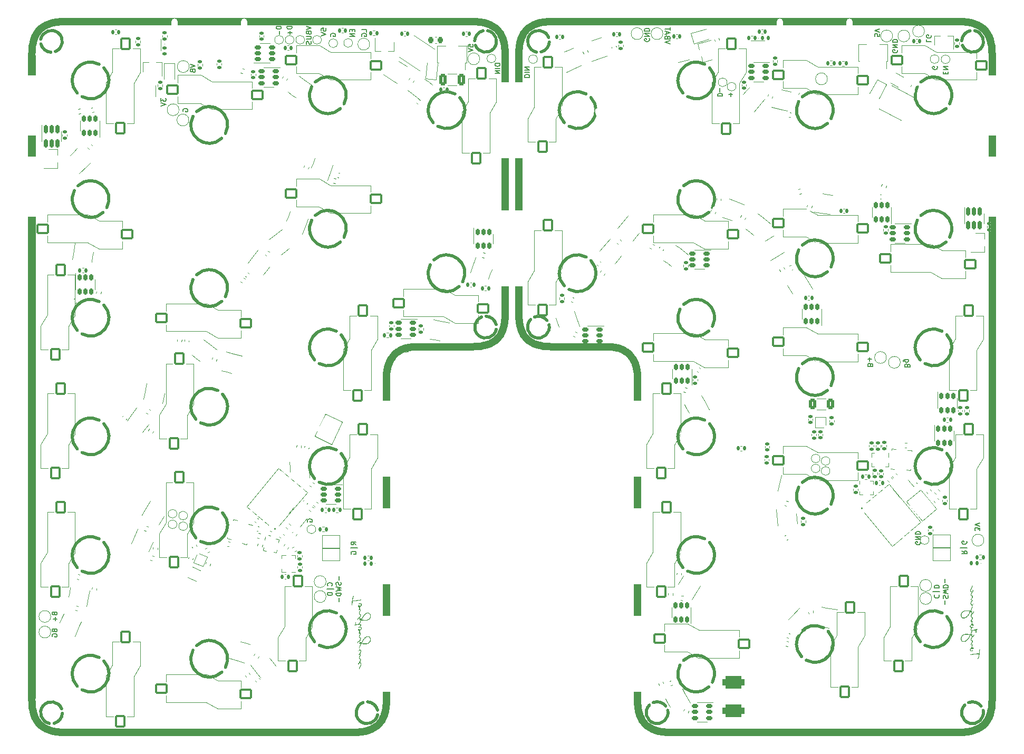
<source format=gbo>
G04 #@! TF.GenerationSoftware,KiCad,Pcbnew,(6.0.11-0)*
G04 #@! TF.CreationDate,2023-02-19T21:29:59+08:00*
G04 #@! TF.ProjectId,Combined,436f6d62-696e-4656-942e-6b696361645f,rev?*
G04 #@! TF.SameCoordinates,Original*
G04 #@! TF.FileFunction,Legend,Bot*
G04 #@! TF.FilePolarity,Positive*
%FSLAX46Y46*%
G04 Gerber Fmt 4.6, Leading zero omitted, Abs format (unit mm)*
G04 Created by KiCad (PCBNEW (6.0.11-0)) date 2023-02-19 21:29:59*
%MOMM*%
%LPD*%
G01*
G04 APERTURE LIST*
G04 Aperture macros list*
%AMRoundRect*
0 Rectangle with rounded corners*
0 $1 Rounding radius*
0 $2 $3 $4 $5 $6 $7 $8 $9 X,Y pos of 4 corners*
0 Add a 4 corners polygon primitive as box body*
4,1,4,$2,$3,$4,$5,$6,$7,$8,$9,$2,$3,0*
0 Add four circle primitives for the rounded corners*
1,1,$1+$1,$2,$3*
1,1,$1+$1,$4,$5*
1,1,$1+$1,$6,$7*
1,1,$1+$1,$8,$9*
0 Add four rect primitives between the rounded corners*
20,1,$1+$1,$2,$3,$4,$5,0*
20,1,$1+$1,$4,$5,$6,$7,0*
20,1,$1+$1,$6,$7,$8,$9,0*
20,1,$1+$1,$8,$9,$2,$3,0*%
%AMRotRect*
0 Rectangle, with rotation*
0 The origin of the aperture is its center*
0 $1 length*
0 $2 width*
0 $3 Rotation angle, in degrees counterclockwise*
0 Add horizontal line*
21,1,$1,$2,0,0,$3*%
%AMOutline4P*
0 Free polygon, 4 corners , with rotation*
0 The origin of the aperture is its center*
0 number of corners: always 4*
0 $1 to $8 corner X, Y*
0 $9 Rotation angle, in degrees counterclockwise*
0 create outline with 4 corners*
4,1,4,$1,$2,$3,$4,$5,$6,$7,$8,$1,$2,$9*%
%AMOutline5P*
0 Free polygon, 5 corners , with rotation*
0 The origin of the aperture is its center*
0 number of corners: always 5*
0 $1 to $10 corner X, Y*
0 $11 Rotation angle, in degrees counterclockwise*
0 create outline with 5 corners*
4,1,5,$1,$2,$3,$4,$5,$6,$7,$8,$9,$10,$1,$2,$11*%
%AMOutline6P*
0 Free polygon, 6 corners , with rotation*
0 The origin of the aperture is its center*
0 number of corners: always 6*
0 $1 to $12 corner X, Y*
0 $13 Rotation angle, in degrees counterclockwise*
0 create outline with 6 corners*
4,1,6,$1,$2,$3,$4,$5,$6,$7,$8,$9,$10,$11,$12,$1,$2,$13*%
%AMOutline7P*
0 Free polygon, 7 corners , with rotation*
0 The origin of the aperture is its center*
0 number of corners: always 7*
0 $1 to $14 corner X, Y*
0 $15 Rotation angle, in degrees counterclockwise*
0 create outline with 7 corners*
4,1,7,$1,$2,$3,$4,$5,$6,$7,$8,$9,$10,$11,$12,$13,$14,$1,$2,$15*%
%AMOutline8P*
0 Free polygon, 8 corners , with rotation*
0 The origin of the aperture is its center*
0 number of corners: always 8*
0 $1 to $16 corner X, Y*
0 $17 Rotation angle, in degrees counterclockwise*
0 create outline with 8 corners*
4,1,8,$1,$2,$3,$4,$5,$6,$7,$8,$9,$10,$11,$12,$13,$14,$15,$16,$1,$2,$17*%
%AMFreePoly0*
4,1,6,0.500000,-0.850000,-0.199999,-0.850000,-0.500000,-0.550000,-0.500000,0.850000,0.500000,0.850000,0.500000,-0.850000,0.500000,-0.850000,$1*%
%AMFreePoly1*
4,1,9,1.475000,0.375000,1.050000,0.375000,1.050000,0.775000,0.300000,0.775000,0.300000,-0.250000,-0.250000,-0.250000,-0.250000,1.250000,1.475000,1.250000,1.475000,0.375000,1.475000,0.375000,$1*%
%AMFreePoly2*
4,1,9,3.862500,-0.866500,0.737500,-0.866500,0.737500,-0.450000,-0.737500,-0.450000,-0.737500,0.450000,0.737500,0.450000,0.737500,0.866500,3.862500,0.866500,3.862500,-0.866500,3.862500,-0.866500,$1*%
G04 Aperture macros list end*
%ADD10C,1.200000*%
%ADD11C,0.000000*%
%ADD12C,0.500000*%
%ADD13C,0.057210*%
%ADD14C,0.038100*%
%ADD15C,0.150000*%
%ADD16C,0.120000*%
%ADD17C,0.080000*%
%ADD18C,0.100000*%
%ADD19C,0.189307*%
%ADD20RoundRect,0.500000X-1.246504X-0.508653X-0.551846X-1.227993X1.246504X0.508653X0.551846X1.227993X0*%
%ADD21RoundRect,0.500000X1.246504X0.508653X0.551846X1.227993X-1.246504X-0.508653X-0.551846X-1.227993X0*%
%ADD22RoundRect,0.500000X-1.278949X-0.420462X-0.636162X-1.186507X1.278949X0.420462X0.636162X1.186507X0*%
%ADD23RoundRect,0.500000X1.278949X0.420462X0.636162X1.186507X-1.278949X-0.420462X-0.636162X-1.186507X0*%
%ADD24C,3.050000*%
%ADD25C,5.100000*%
%ADD26RoundRect,0.170000X-0.830000X-0.680000X0.830000X-0.680000X0.830000X0.680000X-0.830000X0.680000X0*%
%ADD27RoundRect,0.170000X0.830000X0.680000X-0.830000X0.680000X-0.830000X-0.680000X0.830000X-0.680000X0*%
%ADD28RoundRect,0.170000X0.680000X-0.830000X0.680000X0.830000X-0.680000X0.830000X-0.680000X-0.830000X0*%
%ADD29RoundRect,0.170000X-0.680000X0.830000X-0.680000X-0.830000X0.680000X-0.830000X0.680000X0.830000X0*%
%ADD30RoundRect,0.500000X0.375571X-1.292844X1.163582X-0.677183X-0.375571X1.292844X-1.163582X0.677183X0*%
%ADD31RoundRect,0.500000X-0.375571X1.292844X-1.163582X0.677183X0.375571X-1.292844X1.163582X-0.677183X0*%
%ADD32C,0.500000*%
%ADD33RoundRect,0.500000X-1.255191X-0.486821X-0.573193X-1.218175X1.255191X0.486821X0.573193X1.218175X0*%
%ADD34RoundRect,0.500000X1.255191X0.486821X0.573193X1.218175X-1.255191X-0.486821X-0.573193X-1.218175X0*%
%ADD35RoundRect,0.500000X-0.868949X1.028313X-1.338420X0.145366X0.868949X-1.028313X1.338420X-0.145366X0*%
%ADD36RoundRect,0.500000X0.868949X-1.028313X1.338420X-0.145366X-0.868949X1.028313X-1.338420X0.145366X0*%
%ADD37RoundRect,0.500000X1.207986X0.594366X0.464841X1.263496X-1.207986X-0.594366X-0.464841X-1.263496X0*%
%ADD38RoundRect,0.500000X-1.207986X-0.594366X-0.464841X-1.263496X1.207986X0.594366X0.464841X1.263496X0*%
%ADD39RoundRect,0.500000X0.594366X-1.207986X1.263496X-0.464841X-0.594366X1.207986X-1.263496X0.464841X0*%
%ADD40RoundRect,0.500000X-0.594366X1.207986X-1.263496X0.464841X0.594366X-1.207986X1.263496X-0.464841X0*%
%ADD41RoundRect,0.500000X1.212077X-0.585978X1.281833X0.411586X-1.212077X0.585978X-1.281833X-0.411586X0*%
%ADD42RoundRect,0.500000X-1.212077X0.585978X-1.281833X-0.411586X1.212077X-0.585978X1.281833X0.411586X0*%
%ADD43RoundRect,0.500000X-0.669100X-1.168249X0.321168X-1.307422X0.669100X1.168249X-0.321168X1.307422X0*%
%ADD44RoundRect,0.500000X0.669100X1.168249X-0.321168X1.307422X-0.669100X-1.168249X0.321168X-1.307422X0*%
%ADD45RoundRect,0.500000X-1.250000X0.500000X-1.250000X-0.500000X1.250000X-0.500000X1.250000X0.500000X0*%
%ADD46RoundRect,0.500000X1.250000X-0.500000X1.250000X0.500000X-1.250000X0.500000X-1.250000X-0.500000X0*%
%ADD47RoundRect,0.500000X-0.931850X-0.971677X-0.004666X-1.346283X0.931850X0.971677X0.004666X1.346283X0*%
%ADD48RoundRect,0.500000X0.931850X0.971677X0.004666X1.346283X-0.931850X-0.971677X-0.004666X-1.346283X0*%
%ADD49RoundRect,0.500000X1.186507X0.636162X0.420462X1.278949X-1.186507X-0.636162X-0.420462X-1.278949X0*%
%ADD50RoundRect,0.500000X-1.186507X-0.636162X-0.420462X-1.278949X1.186507X0.636162X0.420462X1.278949X0*%
%ADD51RoundRect,0.500000X0.508653X-1.246504X1.227993X-0.551846X-0.508653X1.246504X-1.227993X0.551846X0*%
%ADD52RoundRect,0.500000X-0.508653X1.246504X-1.227993X0.551846X0.508653X-1.246504X1.227993X-0.551846X0*%
%ADD53RoundRect,0.500000X-0.806487X-1.077998X0.159439X-1.336817X0.806487X1.077998X-0.159439X1.336817X0*%
%ADD54RoundRect,0.500000X0.806487X1.077998X-0.159439X1.336817X-0.806487X-1.077998X0.159439X-1.336817X0*%
%ADD55RoundRect,0.500000X-0.938564X0.965194X-1.345300X0.051648X0.938564X-0.965194X1.345300X-0.051648X0*%
%ADD56RoundRect,0.500000X0.938564X-0.965194X1.345300X-0.051648X-0.938564X0.965194X-1.345300X0.051648X0*%
%ADD57RoundRect,0.500000X-0.904307X0.997361X-1.342678X0.098567X0.904307X-0.997361X1.342678X-0.098567X0*%
%ADD58RoundRect,0.500000X0.904307X-0.997361X1.342678X-0.098567X-0.904307X0.997361X-1.342678X0.098567X0*%
%ADD59RoundRect,0.500000X-0.238375X1.325020X-1.086423X0.795100X0.238375X-1.325020X1.086423X-0.795100X0*%
%ADD60RoundRect,0.500000X0.238375X-1.325020X1.086423X-0.795100X-0.238375X1.325020X-1.086423X0.795100X0*%
%ADD61RoundRect,0.500000X-1.339396X0.136084X-1.063758X-0.825178X1.339396X-0.136084X1.063758X0.825178X0*%
%ADD62RoundRect,0.500000X1.339396X-0.136084X1.063758X0.825178X-1.339396X0.136084X-1.063758X-0.825178X0*%
%ADD63RoundRect,0.500000X1.346283X0.004666X0.971677X0.931850X-1.346283X-0.004666X-0.971677X-0.931850X0*%
%ADD64RoundRect,0.500000X-1.346283X-0.004666X-0.971677X-0.931850X1.346283X0.004666X0.971677X0.931850X0*%
%ADD65RoundRect,0.500000X-1.345626X0.042321X-1.003606X-0.897371X1.345626X-0.042321X1.003606X0.897371X0*%
%ADD66RoundRect,0.500000X1.345626X-0.042321X1.003606X0.897371X-1.345626X0.042321X-1.003606X-0.897371X0*%
%ADD67RoundRect,0.500000X1.126547X0.737152X0.307395X1.310728X-1.126547X-0.737152X-0.307395X-1.310728X0*%
%ADD68RoundRect,0.500000X-1.126547X-0.737152X-0.307395X-1.310728X1.126547X0.737152X0.307395X1.310728X0*%
%ADD69RoundRect,0.500000X0.997361X0.904307X0.098567X1.342678X-0.997361X-0.904307X-0.098567X-1.342678X0*%
%ADD70RoundRect,0.500000X-0.997361X-0.904307X-0.098567X-1.342678X0.997361X0.904307X0.098567X1.342678X0*%
%ADD71RoundRect,0.500000X1.168249X-0.669100X1.307422X0.321168X-1.168249X0.669100X-1.307422X-0.321168X0*%
%ADD72RoundRect,0.500000X-1.168249X0.669100X-1.307422X-0.321168X1.168249X-0.669100X1.307422X0.321168X0*%
%ADD73RoundRect,0.500000X-1.163582X-0.677183X-0.375571X-1.292844X1.163582X0.677183X0.375571X1.292844X0*%
%ADD74RoundRect,0.500000X1.163582X0.677183X0.375571X1.292844X-1.163582X-0.677183X-0.375571X-1.292844X0*%
%ADD75RoundRect,0.500000X1.218175X0.573193X0.486821X1.255191X-1.218175X-0.573193X-0.486821X-1.255191X0*%
%ADD76RoundRect,0.500000X-1.218175X-0.573193X-0.486821X-1.255191X1.218175X0.573193X0.486821X1.255191X0*%
%ADD77RoundRect,0.500000X-1.227993X-0.551846X-0.508653X-1.246504X1.227993X0.551846X0.508653X1.246504X0*%
%ADD78RoundRect,0.500000X1.227993X0.551846X0.508653X1.246504X-1.227993X-0.551846X-0.508653X-1.246504X0*%
%ADD79RoundRect,0.150000X-0.150000X0.350000X-0.150000X-0.350000X0.150000X-0.350000X0.150000X0.350000X0*%
%ADD80RotRect,0.550000X0.250000X310.000000*%
%ADD81RotRect,0.550000X0.250000X130.000000*%
%ADD82FreePoly0,310.000000*%
%ADD83RoundRect,0.135000X-0.170514X-0.152889X0.093586X-0.209025X0.170514X0.152889X-0.093586X0.209025X0*%
%ADD84R,0.500000X0.500000*%
%ADD85RoundRect,0.150000X0.350000X0.150000X-0.350000X0.150000X-0.350000X-0.150000X0.350000X-0.150000X0*%
%ADD86RoundRect,0.140000X-0.172286X-0.137177X0.101596X-0.195393X0.172286X0.137177X-0.101596X0.195393X0*%
%ADD87RoundRect,0.135000X-0.217663X0.071224X-0.134228X-0.185561X0.217663X-0.071224X0.134228X0.185561X0*%
%ADD88RoundRect,0.140000X0.140000X0.170000X-0.140000X0.170000X-0.140000X-0.170000X0.140000X-0.170000X0*%
%ADD89C,1.000000*%
%ADD90FreePoly1,0.000000*%
%ADD91FreePoly1,180.000000*%
%ADD92RoundRect,0.140000X-0.140000X-0.170000X0.140000X-0.170000X0.140000X0.170000X-0.140000X0.170000X0*%
%ADD93R,0.900000X0.800000*%
%ADD94RotRect,1.200000X3.700000X152.000000*%
%ADD95RoundRect,0.150000X0.122724X0.360470X-0.345667X-0.159731X-0.122724X-0.360470X0.345667X0.159731X0*%
%ADD96RoundRect,0.140000X-0.036244X-0.217224X0.206244X-0.077224X0.036244X0.217224X-0.206244X0.077224X0*%
%ADD97RoundRect,0.150000X-0.333683X0.183455X0.097280X-0.368153X0.333683X-0.183455X-0.097280X0.368153X0*%
%ADD98RoundRect,0.135000X0.202436X0.107097X-0.040239X0.225457X-0.202436X-0.107097X0.040239X-0.225457X0*%
%ADD99RoundRect,0.135000X-0.054942X0.222332X-0.228495X0.015500X0.054942X-0.222332X0.228495X-0.015500X0*%
%ADD100C,1.500000*%
%ADD101RoundRect,0.140000X-0.170000X0.140000X-0.170000X-0.140000X0.170000X-0.140000X0.170000X0.140000X0*%
%ADD102R,0.800000X0.900000*%
%ADD103RoundRect,0.135000X-0.185000X0.135000X-0.185000X-0.135000X0.185000X-0.135000X0.185000X0.135000X0*%
%ADD104Outline4P,-0.225000X0.475000X0.225000X0.475000X0.225000X-0.475000X-0.225000X-0.475000X220.000000*%
%ADD105Outline6P,-0.225000X0.537500X-0.112500X0.650000X0.225000X0.650000X0.225000X-0.650000X-0.112500X-0.650000X-0.225000X-0.537500X130.000000*%
%ADD106Outline6P,-0.225000X1.037500X-0.112500X1.150000X0.225000X1.150000X0.225000X-1.150000X-0.112500X-1.150000X-0.225000X-1.037500X40.000000*%
%ADD107Outline6P,-0.225000X0.537500X-0.112500X0.650000X0.225000X0.650000X0.225000X-0.650000X-0.112500X-0.650000X-0.225000X-0.537500X310.000000*%
%ADD108Outline6P,-0.225000X1.037500X-0.112500X1.150000X0.225000X1.150000X0.225000X-1.150000X-0.112500X-1.150000X-0.225000X-1.037500X220.000000*%
%ADD109RoundRect,0.150000X0.097280X0.368153X-0.333683X-0.183455X-0.097280X-0.368153X0.333683X0.183455X0*%
%ADD110RoundRect,0.135000X-0.135000X-0.185000X0.135000X-0.185000X0.135000X0.185000X-0.135000X0.185000X0*%
%ADD111RoundRect,0.135000X0.175745X0.146845X-0.086234X0.212164X-0.175745X-0.146845X0.086234X-0.212164X0*%
%ADD112RoundRect,0.140000X0.214167X-0.051308X0.091423X0.200354X-0.214167X0.051308X-0.091423X-0.200354X0*%
%ADD113RoundRect,0.135000X-0.078777X-0.215044X0.180763X-0.140622X0.078777X0.215044X-0.180763X0.140622X0*%
%ADD114RoundRect,0.250000X-0.312500X-0.625000X0.312500X-0.625000X0.312500X0.625000X-0.312500X0.625000X0*%
%ADD115RoundRect,0.250000X-0.592114X-0.421338X-0.018199X-0.726494X0.592114X0.421338X0.018199X0.726494X0*%
%ADD116RoundRect,0.140000X0.154435X-0.157003X0.183703X0.121463X-0.154435X0.157003X-0.183703X-0.121463X0*%
%ADD117RoundRect,0.135000X-0.147576X-0.175132X0.121766X-0.193966X0.147576X0.175132X-0.121766X0.193966X0*%
%ADD118RoundRect,0.140000X-0.105176X0.193489X-0.210066X-0.066123X0.105176X-0.193489X0.210066X0.066123X0*%
%ADD119R,0.540000X0.800000*%
%ADD120R,0.300000X0.800000*%
%ADD121O,1.000000X2.200000*%
%ADD122O,1.000000X1.800000*%
%ADD123RoundRect,0.140000X0.170000X-0.140000X0.170000X0.140000X-0.170000X0.140000X-0.170000X-0.140000X0*%
%ADD124RoundRect,0.150000X0.367470X0.099830X-0.325718X0.197251X-0.367470X-0.099830X0.325718X-0.197251X0*%
%ADD125RoundRect,0.135000X-0.215044X0.078777X-0.140622X-0.180763X0.215044X-0.078777X0.140622X0.180763X0*%
%ADD126RoundRect,0.150000X0.370730X0.086944X-0.318635X0.208498X-0.370730X-0.086944X0.318635X-0.208498X0*%
%ADD127RoundRect,0.150000X-0.073953X0.373538X-0.219491X-0.311165X0.073953X-0.373538X0.219491X0.311165X0*%
%ADD128RoundRect,0.140000X-0.145848X-0.165011X0.133982X-0.174782X0.145848X0.165011X-0.133982X0.174782X0*%
%ADD129RoundRect,0.135000X0.185000X-0.135000X0.185000X0.135000X-0.185000X0.135000X-0.185000X-0.135000X0*%
%ADD130RoundRect,0.150000X-0.258730X-0.279390X0.380751X0.005326X0.258730X0.279390X-0.380751X-0.005326X0*%
%ADD131RoundRect,0.140000X0.055243X-0.213186X0.219823X0.013339X-0.055243X0.213186X-0.219823X-0.013339X0*%
%ADD132RoundRect,0.150000X0.084372X0.371324X-0.327077X-0.194988X-0.084372X-0.371324X0.327077X0.194988X0*%
%ADD133RoundRect,0.150000X-0.373538X-0.073953X0.311165X-0.219491X0.373538X0.073953X-0.311165X0.219491X0*%
%ADD134RotRect,0.550000X0.250000X50.000000*%
%ADD135RotRect,0.550000X0.250000X230.000000*%
%ADD136FreePoly0,50.000000*%
%ADD137RoundRect,0.150000X-0.376305X0.058265X0.217329X-0.312679X0.376305X-0.058265X-0.217329X0.312679X0*%
%ADD138RoundRect,0.140000X0.162297X0.148861X-0.114978X0.187830X-0.162297X-0.148861X0.114978X-0.187830X0*%
%ADD139RoundRect,0.135000X-0.227715X0.024413X-0.092715X-0.209413X0.227715X-0.024413X0.092715X0.209413X0*%
%ADD140RoundRect,0.140000X-0.211128X-0.062649X0.021002X-0.219223X0.211128X0.062649X-0.021002X0.219223X0*%
%ADD141RoundRect,0.135000X0.164411X-0.159433X0.201988X0.107939X-0.164411X0.159433X-0.201988X-0.107939X0*%
%ADD142RoundRect,0.135000X0.228495X0.015500X0.054942X0.222332X-0.228495X-0.015500X-0.054942X-0.222332X0*%
%ADD143RoundRect,0.135000X-0.222101X0.055868X-0.120957X-0.194472X0.222101X-0.055868X0.120957X0.194472X0*%
%ADD144RoundRect,0.150000X-0.368153X0.097280X0.183455X-0.333683X0.368153X-0.097280X-0.183455X0.333683X0*%
%ADD145RoundRect,0.147500X0.147500X0.172500X-0.147500X0.172500X-0.147500X-0.172500X0.147500X-0.172500X0*%
%ADD146RoundRect,0.150000X-0.005326X-0.380751X0.279390X0.258730X0.005326X0.380751X-0.279390X-0.258730X0*%
%ADD147RoundRect,0.150000X-0.367470X-0.099830X0.325718X-0.197251X0.367470X0.099830X-0.325718X0.197251X0*%
%ADD148RoundRect,0.135000X0.007516X-0.228896X0.220279X-0.062668X-0.007516X0.228896X-0.220279X0.062668X0*%
%ADD149RoundRect,0.140000X0.218799X0.025036X0.017384X0.219540X-0.218799X-0.025036X-0.017384X-0.219540X0*%
%ADD150RoundRect,0.150000X0.368153X-0.097280X-0.183455X0.333683X-0.368153X0.097280X0.183455X-0.333683X0*%
%ADD151RoundRect,0.140000X-0.137177X0.172286X-0.195393X-0.101596X0.137177X-0.172286X0.195393X0.101596X0*%
%ADD152RoundRect,0.135000X-0.165074X-0.158747X0.100824X-0.205632X0.165074X0.158747X-0.100824X0.205632X0*%
%ADD153RoundRect,0.150000X0.150000X-0.350000X0.150000X0.350000X-0.150000X0.350000X-0.150000X-0.350000X0*%
%ADD154RoundRect,0.135000X-0.070317X0.217958X-0.229019X-0.000477X0.070317X-0.217958X0.229019X0.000477X0*%
%ADD155RoundRect,0.135000X0.224114X0.047149X0.023465X0.227814X-0.224114X-0.047149X-0.023465X-0.227814X0*%
%ADD156RoundRect,0.140000X0.214984X0.047769X-0.005659X0.220154X-0.214984X-0.047769X0.005659X-0.220154X0*%
%ADD157RoundRect,0.135000X-0.180176X0.141374X-0.189599X-0.128461X0.180176X-0.141374X0.189599X0.128461X0*%
%ADD158RoundRect,0.150000X0.045096X0.378109X-0.304904X-0.228109X-0.045096X-0.378109X0.304904X0.228109X0*%
%ADD159RoundRect,0.140000X-0.040237X0.216520X-0.220218X0.002028X0.040237X-0.216520X0.220218X-0.002028X0*%
%ADD160RoundRect,0.135000X0.159433X0.164411X-0.107939X0.201988X-0.159433X-0.164411X0.107939X-0.201988X0*%
%ADD161RoundRect,0.135000X-0.085350X0.212522X-0.228428X-0.016451X0.085350X-0.212522X0.228428X0.016451X0*%
%ADD162Outline5P,-0.200000X0.260000X-0.160000X0.300000X0.200000X0.300000X0.200000X-0.300000X-0.200000X-0.300000X220.000000*%
%ADD163Outline5P,-1.700000X1.810000X-1.360000X2.150000X1.700000X2.150000X1.700000X-2.150000X-1.700000X-2.150000X310.000000*%
%ADD164RoundRect,0.135000X0.198575X0.114096X-0.048082X0.223915X-0.198575X-0.114096X0.048082X-0.223915X0*%
%ADD165RoundRect,0.135000X-0.224114X-0.047149X-0.023465X-0.227814X0.224114X0.047149X0.023465X0.227814X0*%
%ADD166RoundRect,0.135000X-0.222332X-0.054942X-0.015500X-0.228495X0.222332X0.054942X0.015500X0.228495X0*%
%ADD167RoundRect,0.135000X0.135000X0.185000X-0.135000X0.185000X-0.135000X-0.185000X0.135000X-0.185000X0*%
%ADD168RoundRect,0.140000X0.219823X-0.013339X0.055243X0.213186X-0.219823X0.013339X-0.055243X-0.213186X0*%
%ADD169RoundRect,0.140000X-0.214984X-0.047769X0.005659X-0.220154X0.214984X0.047769X-0.005659X0.220154X0*%
%ADD170R,0.900000X1.300000*%
%ADD171FreePoly2,90.000000*%
%ADD172RoundRect,0.150000X-0.045096X-0.378109X0.304904X0.228109X0.045096X0.378109X-0.304904X-0.228109X0*%
%ADD173RoundRect,0.150000X-0.150000X0.512500X-0.150000X-0.512500X0.150000X-0.512500X0.150000X0.512500X0*%
%ADD174RoundRect,0.135000X0.107097X-0.202436X0.225457X0.040239X-0.107097X0.202436X-0.225457X-0.040239X0*%
%ADD175RoundRect,0.135000X-0.146845X0.175745X-0.212164X-0.086234X0.146845X-0.175745X0.212164X0.086234X0*%
%ADD176RoundRect,0.135000X0.099967X-0.206050X0.226724X0.032346X-0.099967X0.206050X-0.226724X-0.032346X0*%
%ADD177RoundRect,0.135000X-0.228896X-0.007516X-0.062668X-0.220279X0.228896X0.007516X0.062668X0.220279X0*%
%ADD178RoundRect,0.135000X-0.016451X-0.228428X0.212522X-0.085350X0.016451X0.228428X-0.212522X0.085350X0*%
%ADD179RoundRect,0.135000X-0.077881X0.215371X-0.228863X-0.008469X0.077881X-0.215371X0.228863X0.008469X0*%
%ADD180RoundRect,0.135000X-0.114096X0.198575X-0.223915X-0.048082X0.114096X-0.198575X0.223915X0.048082X0*%
%ADD181Outline4P,-0.225000X0.475000X0.225000X0.475000X0.225000X-0.475000X-0.225000X-0.475000X154.000000*%
%ADD182Outline6P,-0.225000X0.537500X-0.112500X0.650000X0.225000X0.650000X0.225000X-0.650000X-0.112500X-0.650000X-0.225000X-0.537500X64.000000*%
%ADD183Outline6P,-0.225000X1.037500X-0.112500X1.150000X0.225000X1.150000X0.225000X-1.150000X-0.112500X-1.150000X-0.225000X-1.037500X334.000000*%
%ADD184Outline6P,-0.225000X0.537500X-0.112500X0.650000X0.225000X0.650000X0.225000X-0.650000X-0.112500X-0.650000X-0.225000X-0.537500X244.000000*%
%ADD185Outline6P,-0.225000X1.037500X-0.112500X1.150000X0.225000X1.150000X0.225000X-1.150000X-0.112500X-1.150000X-0.225000X-1.037500X154.000000*%
%ADD186RoundRect,0.140000X0.200354X0.091423X-0.051308X0.214167X-0.200354X-0.091423X0.051308X-0.214167X0*%
%ADD187RoundRect,0.087500X0.205362X0.025277X-0.151284X0.141158X-0.205362X-0.025277X0.151284X-0.141158X0*%
%ADD188RoundRect,0.087500X0.141158X0.151284X-0.025277X0.205362X-0.141158X-0.151284X0.025277X-0.205362X0*%
%ADD189RoundRect,0.135000X0.062668X-0.220279X0.228896X-0.007516X-0.062668X0.220279X-0.228896X0.007516X0*%
%ADD190RoundRect,0.135000X0.180763X0.140622X-0.078777X0.215044X-0.180763X-0.140622X0.078777X-0.215044X0*%
%ADD191RoundRect,0.135000X-0.159433X-0.164411X0.107939X-0.201988X0.159433X0.164411X-0.107939X0.201988X0*%
%ADD192RoundRect,0.150000X0.005326X0.380751X-0.279390X-0.258730X-0.005326X-0.380751X0.279390X0.258730X0*%
%ADD193RoundRect,0.140000X0.220218X0.002028X0.040237X0.216520X-0.220218X-0.002028X-0.040237X-0.216520X0*%
%ADD194RotRect,0.375000X0.350000X260.000000*%
%ADD195RotRect,0.375000X0.350000X170.000000*%
%ADD196RoundRect,0.135000X-0.220279X-0.062668X-0.007516X-0.228896X0.220279X0.062668X0.007516X0.228896X0*%
%ADD197RoundRect,0.150000X0.371324X-0.084372X-0.194988X0.327077X-0.371324X0.084372X0.194988X-0.327077X0*%
%ADD198RoundRect,0.225000X0.126065X-0.311821X0.323332X0.092636X-0.126065X0.311821X-0.323332X-0.092636X0*%
%ADD199R,0.500000X0.350000*%
%ADD200C,0.310000*%
%ADD201RoundRect,0.150000X-0.350000X-0.150000X0.350000X-0.150000X0.350000X0.150000X-0.350000X0.150000X0*%
%ADD202RotRect,0.900000X0.800000X196.000000*%
%ADD203RoundRect,0.140000X-0.165011X0.145848X-0.174782X-0.133982X0.165011X-0.145848X0.174782X0.133982X0*%
%ADD204RoundRect,0.150000X0.296757X-0.238611X-0.031873X0.379452X-0.296757X0.238611X0.031873X-0.379452X0*%
%ADD205RoundRect,0.150000X-0.147570X-0.351031X0.355968X0.135229X0.147570X0.351031X-0.355968X-0.135229X0*%
%ADD206RoundRect,0.135000X0.180176X-0.141374X0.189599X0.128461X-0.180176X0.141374X-0.189599X-0.128461X0*%
%ADD207RoundRect,0.150000X0.183455X0.333683X-0.368153X-0.097280X-0.183455X-0.333683X0.368153X0.097280X0*%
%ADD208RoundRect,0.150000X0.110069X0.364534X-0.339882X-0.171697X-0.110069X-0.364534X0.339882X0.171697X0*%
%ADD209RoundRect,0.150000X-0.099830X0.367470X-0.197251X-0.325718X0.099830X-0.367470X0.197251X0.325718X0*%
%ADD210RoundRect,0.140000X-0.087718X-0.202004X0.181435X-0.124825X0.087718X0.202004X-0.181435X0.124825X0*%
%ADD211RoundRect,0.140000X0.073414X0.207631X-0.189700X0.111865X-0.073414X-0.207631X0.189700X-0.111865X0*%
%ADD212RoundRect,0.135000X0.170514X0.152889X-0.093586X0.209025X-0.170514X-0.152889X0.093586X-0.209025X0*%
%ADD213RoundRect,0.150000X0.304904X-0.228109X-0.045096X0.378109X-0.304904X0.228109X0.045096X-0.378109X0*%
%ADD214RoundRect,0.225000X-0.225000X-0.250000X0.225000X-0.250000X0.225000X0.250000X-0.225000X0.250000X0*%
%ADD215RoundRect,0.135000X-0.120957X0.194472X-0.222101X-0.055868X0.120957X-0.194472X0.222101X0.055868X0*%
%ADD216RoundRect,0.140000X0.036244X0.217224X-0.206244X0.077224X-0.036244X-0.217224X0.206244X-0.077224X0*%
%ADD217RotRect,1.060000X0.650000X194.000000*%
%ADD218RoundRect,0.135000X0.114096X-0.198575X0.223915X0.048082X-0.114096X0.198575X-0.223915X-0.048082X0*%
%ADD219RoundRect,0.135000X0.220279X0.062668X0.007516X0.228896X-0.220279X-0.062668X-0.007516X-0.228896X0*%
%ADD220RoundRect,0.140000X-0.195393X0.101596X-0.137177X-0.172286X0.195393X-0.101596X0.137177X0.172286X0*%
%ADD221R,0.650000X1.060000*%
%ADD222R,1.060000X0.650000*%
%ADD223RoundRect,0.135000X0.185561X0.134228X-0.071224X0.217663X-0.185561X-0.134228X0.071224X-0.217663X0*%
%ADD224RoundRect,0.147500X-0.172500X0.147500X-0.172500X-0.147500X0.172500X-0.147500X0.172500X0.147500X0*%
%ADD225RoundRect,0.150000X-0.286517X-0.250814X0.379222X-0.034503X0.286517X0.250814X-0.379222X0.034503X0*%
%ADD226RoundRect,0.135000X0.212164X-0.086234X0.146845X0.175745X-0.212164X0.086234X-0.146845X-0.175745X0*%
%ADD227RoundRect,0.150000X-0.185763X0.332403X-0.112593X-0.363762X0.185763X-0.332403X0.112593X0.363762X0*%
%ADD228RoundRect,0.140000X0.137177X-0.172286X0.195393X0.101596X-0.137177X0.172286X-0.195393X-0.101596X0*%
%ADD229RoundRect,0.135000X-0.099967X0.206050X-0.226724X-0.032346X0.099967X-0.206050X0.226724X0.032346X0*%
%ADD230R,0.350000X0.500000*%
%ADD231RoundRect,0.135000X-0.206050X-0.099967X0.032346X-0.226724X0.206050X0.099967X-0.032346X0.226724X0*%
%ADD232RotRect,0.500000X0.500000X242.000000*%
%ADD233RoundRect,0.135000X-0.228863X0.008469X-0.077881X-0.215371X0.228863X-0.008469X0.077881X0.215371X0*%
%ADD234RoundRect,0.150000X0.007965X-0.380705X0.270190X0.268323X-0.007965X0.380705X-0.270190X-0.268323X0*%
%ADD235RoundRect,0.147500X-0.147500X-0.172500X0.147500X-0.172500X0.147500X0.172500X-0.147500X0.172500X0*%
%ADD236RoundRect,0.135000X0.228896X0.007516X0.062668X0.220279X-0.228896X-0.007516X-0.062668X-0.220279X0*%
%ADD237Outline5P,-0.200000X0.260000X-0.160000X0.300000X0.200000X0.300000X0.200000X-0.300000X-0.200000X-0.300000X320.000000*%
%ADD238Outline5P,-1.700000X1.810000X-1.360000X2.150000X1.700000X2.150000X1.700000X-2.150000X-1.700000X-2.150000X50.000000*%
%ADD239RoundRect,0.135000X0.226857X0.031401X0.039299X0.225623X-0.226857X-0.031401X-0.039299X-0.225623X0*%
%ADD240RoundRect,0.135000X0.127670X-0.190132X0.220016X0.063585X-0.127670X0.190132X-0.220016X-0.063585X0*%
%ADD241RoundRect,0.150000X0.260661X-0.277589X0.021247X0.380195X-0.260661X0.277589X-0.021247X-0.380195X0*%
%ADD242RoundRect,0.150000X-0.110069X-0.364534X0.339882X0.171697X0.110069X0.364534X-0.339882X-0.171697X0*%
%ADD243RoundRect,0.150000X0.086944X-0.370730X0.208498X0.318635X-0.086944X0.370730X-0.208498X-0.318635X0*%
%ADD244RoundRect,0.150000X0.380195X0.021247X-0.277589X0.260661X-0.380195X-0.021247X0.277589X-0.260661X0*%
%ADD245RoundRect,0.135000X0.217958X0.070317X-0.000477X0.229019X-0.217958X-0.070317X0.000477X-0.229019X0*%
%ADD246RoundRect,0.150000X0.162123X-0.344552X0.137694X0.355022X-0.162123X0.344552X-0.137694X-0.355022X0*%
%ADD247RoundRect,0.250000X-0.325000X-0.650000X0.325000X-0.650000X0.325000X0.650000X-0.325000X0.650000X0*%
%ADD248RotRect,0.500000X0.500000X16.000000*%
%ADD249RoundRect,0.087500X-0.193147X-0.074208X0.180940X-0.100366X0.193147X0.074208X-0.180940X0.100366X0*%
%ADD250RoundRect,0.087500X-0.100366X-0.180940X0.074208X-0.193147X0.100366X0.180940X-0.074208X0.193147X0*%
%ADD251RoundRect,0.135000X-0.127670X0.190132X-0.220016X-0.063585X0.127670X-0.190132X0.220016X0.063585X0*%
%ADD252RoundRect,0.150000X0.021247X-0.380195X0.260661X0.277589X-0.021247X0.380195X-0.260661X-0.277589X0*%
%ADD253RoundRect,0.140000X-0.220218X-0.002028X-0.040237X-0.216520X0.220218X0.002028X0.040237X0.216520X0*%
%ADD254RotRect,0.500000X0.500000X84.000000*%
%ADD255RoundRect,0.135000X-0.198575X-0.114096X0.048082X-0.223915X0.198575X0.114096X-0.048082X0.223915X0*%
%ADD256RoundRect,0.135000X0.120957X-0.194472X0.222101X0.055868X-0.120957X0.194472X-0.222101X-0.055868X0*%
%ADD257RoundRect,0.140000X-0.185681X-0.118417X0.080615X-0.204942X0.185681X0.118417X-0.080615X0.204942X0*%
%ADD258RoundRect,0.140000X0.040237X-0.216520X0.220218X-0.002028X-0.040237X0.216520X-0.220218X0.002028X0*%
%ADD259RoundRect,0.150000X-0.217329X-0.312679X0.376305X0.058265X0.217329X0.312679X-0.376305X-0.058265X0*%
%ADD260RoundRect,0.135000X-0.169875X0.153598X-0.198098X-0.114923X0.169875X-0.153598X0.198098X0.114923X0*%
%ADD261RotRect,1.200000X3.700000X326.000000*%
%ADD262RoundRect,0.140000X-0.216520X-0.040237X-0.002028X-0.220218X0.216520X0.040237X0.002028X0.220218X0*%
%ADD263RoundRect,0.150000X0.375892X0.060872X-0.303315X0.230217X-0.375892X-0.060872X0.303315X-0.230217X0*%
%ADD264RoundRect,0.150000X0.312679X-0.217329X-0.058265X0.376305X-0.312679X0.217329X0.058265X-0.376305X0*%
%ADD265RoundRect,0.140000X-0.124825X0.181435X-0.202004X-0.087718X0.124825X-0.181435X0.202004X0.087718X0*%
%ADD266RoundRect,0.250000X0.539693X0.443861X-0.031273X0.698071X-0.539693X-0.443861X0.031273X-0.698071X0*%
%ADD267R,0.350000X0.375000*%
%ADD268R,0.375000X0.350000*%
%ADD269RoundRect,0.150000X-0.379222X-0.034503X0.286517X-0.250814X0.379222X0.034503X-0.286517X0.250814X0*%
%ADD270RoundRect,0.150000X-0.021247X0.380195X-0.260661X-0.277589X0.021247X-0.380195X0.260661X0.277589X0*%
%ADD271RoundRect,0.140000X-0.073414X-0.207631X0.189700X-0.111865X0.073414X0.207631X-0.189700X0.111865X0*%
%ADD272RoundRect,0.135000X-0.107939X-0.201988X0.159433X-0.164411X0.107939X0.201988X-0.159433X0.164411X0*%
G04 APERTURE END LIST*
D10*
X124916794Y-128278403D02*
X124967645Y-128329399D01*
X85323779Y-68543046D02*
X85391738Y-68497824D01*
D11*
G36*
X79264059Y-108925351D02*
G01*
X79280204Y-108929277D01*
X79296189Y-108934096D01*
X79311939Y-108939794D01*
X79327382Y-108946354D01*
X79342445Y-108953762D01*
X79357055Y-108962005D01*
X79371138Y-108971065D01*
X79384623Y-108980930D01*
X79397436Y-108991583D01*
X79409503Y-109003010D01*
X79420753Y-109015196D01*
X79431111Y-109028126D01*
X79440505Y-109041786D01*
X79448862Y-109056160D01*
X79456108Y-109071234D01*
X79458528Y-109077137D01*
X79460784Y-109083163D01*
X79462879Y-109089294D01*
X79464813Y-109095515D01*
X79466587Y-109101805D01*
X79468201Y-109108149D01*
X79469658Y-109114528D01*
X79470957Y-109120924D01*
X79472100Y-109127321D01*
X79473088Y-109133700D01*
X79473921Y-109140044D01*
X79474600Y-109146334D01*
X79475127Y-109152554D01*
X79475502Y-109158686D01*
X79475727Y-109164712D01*
X79475801Y-109170615D01*
X79475421Y-109184362D01*
X79474298Y-109198091D01*
X79472455Y-109211786D01*
X79469919Y-109225434D01*
X79466714Y-109239018D01*
X79462864Y-109252524D01*
X79458395Y-109265938D01*
X79453332Y-109279244D01*
X79441520Y-109305474D01*
X79427628Y-109331097D01*
X79411854Y-109355993D01*
X79394397Y-109380044D01*
X79375456Y-109403131D01*
X79355229Y-109425136D01*
X79333915Y-109445940D01*
X79311712Y-109465425D01*
X79288819Y-109483472D01*
X79265436Y-109499962D01*
X79241759Y-109514777D01*
X79217989Y-109527799D01*
X79217989Y-109567487D01*
X79217143Y-109605265D01*
X79214735Y-109643681D01*
X79210957Y-109682507D01*
X79206004Y-109721515D01*
X79200068Y-109760479D01*
X79193343Y-109799170D01*
X79186023Y-109837363D01*
X79178301Y-109874829D01*
X79186158Y-109875039D01*
X79193890Y-109875663D01*
X79201488Y-109876690D01*
X79208945Y-109878108D01*
X79216252Y-109879908D01*
X79223401Y-109882079D01*
X79230384Y-109884610D01*
X79237193Y-109887490D01*
X79243820Y-109890708D01*
X79250256Y-109894255D01*
X79256494Y-109898118D01*
X79262525Y-109902288D01*
X79268341Y-109906754D01*
X79273935Y-109911505D01*
X79279297Y-109916531D01*
X79284420Y-109921820D01*
X79289295Y-109927362D01*
X79293915Y-109933146D01*
X79298271Y-109939162D01*
X79302356Y-109945399D01*
X79306160Y-109951847D01*
X79309676Y-109958493D01*
X79312896Y-109965329D01*
X79315812Y-109972343D01*
X79318415Y-109979524D01*
X79320697Y-109986862D01*
X79322651Y-109994346D01*
X79324268Y-110001965D01*
X79325539Y-110009709D01*
X79326458Y-110017567D01*
X79327015Y-110025528D01*
X79327202Y-110033582D01*
X79326389Y-110054035D01*
X79324033Y-110074422D01*
X79320258Y-110094723D01*
X79315187Y-110114917D01*
X79308944Y-110134981D01*
X79301653Y-110154897D01*
X79293437Y-110174642D01*
X79284420Y-110194196D01*
X79274725Y-110213538D01*
X79264478Y-110232647D01*
X79242817Y-110270082D01*
X79220426Y-110306334D01*
X79198296Y-110341235D01*
X79186708Y-110360616D01*
X79181117Y-110370470D01*
X79175711Y-110380436D01*
X79170526Y-110390518D01*
X79165600Y-110400719D01*
X79160968Y-110411040D01*
X79156668Y-110421485D01*
X79152736Y-110432056D01*
X79149210Y-110442757D01*
X79146125Y-110453590D01*
X79143518Y-110464557D01*
X79141427Y-110475662D01*
X79139888Y-110486908D01*
X79138938Y-110498296D01*
X79138613Y-110509830D01*
X79138613Y-110539676D01*
X79140406Y-110548956D01*
X79142845Y-110557651D01*
X79145892Y-110565796D01*
X79149511Y-110573426D01*
X79153668Y-110580574D01*
X79158324Y-110587277D01*
X79163446Y-110593568D01*
X79168996Y-110599482D01*
X79174938Y-110605053D01*
X79181237Y-110610317D01*
X79187857Y-110615308D01*
X79194760Y-110620061D01*
X79209277Y-110628991D01*
X79224498Y-110637382D01*
X79255903Y-110653662D01*
X79271510Y-110662104D01*
X79286668Y-110671117D01*
X79293989Y-110675924D01*
X79301090Y-110680978D01*
X79307935Y-110686313D01*
X79314487Y-110691965D01*
X79320711Y-110697967D01*
X79326571Y-110704354D01*
X79332030Y-110711162D01*
X79337053Y-110718424D01*
X79339841Y-110723480D01*
X79342378Y-110728641D01*
X79344675Y-110733898D01*
X79346740Y-110739244D01*
X79348583Y-110744672D01*
X79350215Y-110750174D01*
X79351646Y-110755743D01*
X79352884Y-110761371D01*
X79353940Y-110767051D01*
X79354823Y-110772776D01*
X79355544Y-110778537D01*
X79356112Y-110784329D01*
X79356536Y-110790142D01*
X79356827Y-110795970D01*
X79357048Y-110807642D01*
X79356983Y-110812182D01*
X79356795Y-110816645D01*
X79356493Y-110821041D01*
X79356088Y-110825381D01*
X79355009Y-110833940D01*
X79353640Y-110842409D01*
X79346895Y-110877176D01*
X79340635Y-110903663D01*
X79333340Y-110930021D01*
X79325092Y-110956246D01*
X79315975Y-110982337D01*
X79306069Y-111008290D01*
X79295456Y-111034102D01*
X79272437Y-111085295D01*
X79247573Y-111135892D01*
X79221518Y-111185872D01*
X79168459Y-111283890D01*
X79181777Y-111291796D01*
X79194448Y-111300256D01*
X79206443Y-111309246D01*
X79217732Y-111318737D01*
X79228287Y-111328705D01*
X79238078Y-111339123D01*
X79247075Y-111349966D01*
X79255250Y-111361206D01*
X79262572Y-111372819D01*
X79269014Y-111384777D01*
X79271895Y-111390878D01*
X79274545Y-111397056D01*
X79276959Y-111403307D01*
X79279135Y-111409628D01*
X79281069Y-111416017D01*
X79282757Y-111422469D01*
X79284195Y-111428981D01*
X79285380Y-111435551D01*
X79286308Y-111442174D01*
X79286976Y-111448848D01*
X79287379Y-111455570D01*
X79287514Y-111462335D01*
X79287436Y-111468203D01*
X79287202Y-111474021D01*
X79286811Y-111479793D01*
X79286264Y-111485521D01*
X79285561Y-111491208D01*
X79284702Y-111496856D01*
X79283687Y-111502470D01*
X79282515Y-111508051D01*
X79281188Y-111513602D01*
X79279704Y-111519127D01*
X79278063Y-111524627D01*
X79276267Y-111530106D01*
X79274314Y-111535566D01*
X79272205Y-111541011D01*
X79269940Y-111546443D01*
X79267519Y-111551865D01*
X79346895Y-111561707D01*
X79396425Y-111462335D01*
X79438157Y-111386928D01*
X79481437Y-111312430D01*
X79526264Y-111238884D01*
X79572639Y-111166337D01*
X79620561Y-111094833D01*
X79670031Y-111024415D01*
X79721048Y-110955128D01*
X79773613Y-110887018D01*
X79819443Y-110830700D01*
X79843038Y-110802943D01*
X79867139Y-110775573D01*
X79891784Y-110748680D01*
X79917015Y-110722352D01*
X79942870Y-110696680D01*
X79969389Y-110671751D01*
X79996611Y-110647656D01*
X80024575Y-110624484D01*
X80053322Y-110602324D01*
X80082891Y-110581265D01*
X80113321Y-110561397D01*
X80144652Y-110542809D01*
X80176923Y-110525590D01*
X80210173Y-110509830D01*
X80226100Y-110502936D01*
X80242199Y-110496431D01*
X80258457Y-110490320D01*
X80274861Y-110484613D01*
X80291396Y-110479317D01*
X80308050Y-110474440D01*
X80324810Y-110469990D01*
X80341660Y-110465975D01*
X80358589Y-110462403D01*
X80375582Y-110459281D01*
X80392626Y-110456618D01*
X80409708Y-110454421D01*
X80426813Y-110452699D01*
X80443930Y-110451459D01*
X80461043Y-110450710D01*
X80478139Y-110450458D01*
X80507674Y-110450653D01*
X80518575Y-110450725D01*
X80538923Y-110451428D01*
X80559187Y-110452837D01*
X80569249Y-110453883D01*
X80579243Y-110455199D01*
X80589153Y-110456813D01*
X80598963Y-110458758D01*
X80608658Y-110461064D01*
X80618222Y-110463761D01*
X80627638Y-110466881D01*
X80636892Y-110470453D01*
X80658551Y-110478954D01*
X80679360Y-110488587D01*
X80699327Y-110499310D01*
X80718455Y-110511081D01*
X80736753Y-110523855D01*
X80754224Y-110537591D01*
X80770876Y-110552245D01*
X80786715Y-110567776D01*
X80801747Y-110584139D01*
X80815977Y-110601294D01*
X80829411Y-110619195D01*
X80842056Y-110637802D01*
X80853918Y-110657071D01*
X80865002Y-110676960D01*
X80875315Y-110697425D01*
X80884862Y-110718424D01*
X80891754Y-110734371D01*
X80898259Y-110750527D01*
X80904370Y-110766868D01*
X80910080Y-110783374D01*
X80915380Y-110800021D01*
X80920264Y-110816787D01*
X80924724Y-110833650D01*
X80928753Y-110850587D01*
X80932342Y-110867576D01*
X80935485Y-110884595D01*
X80938173Y-110901622D01*
X80940401Y-110918634D01*
X80942159Y-110935609D01*
X80943441Y-110952524D01*
X80944239Y-110969358D01*
X80944545Y-110986087D01*
X80943709Y-111020646D01*
X80941214Y-111054993D01*
X80937087Y-111089071D01*
X80931350Y-111122826D01*
X80924029Y-111156202D01*
X80915146Y-111189142D01*
X80904728Y-111221591D01*
X80892796Y-111253493D01*
X80879377Y-111284793D01*
X80864493Y-111315434D01*
X80848170Y-111345361D01*
X80830431Y-111374518D01*
X80811301Y-111402849D01*
X80790803Y-111430299D01*
X80768962Y-111456811D01*
X80745803Y-111482330D01*
X80723185Y-111504697D01*
X80699547Y-111525960D01*
X80674959Y-111546124D01*
X80649485Y-111565194D01*
X80623196Y-111583177D01*
X80596156Y-111600075D01*
X80568435Y-111615896D01*
X80540100Y-111630644D01*
X80511217Y-111644323D01*
X80481855Y-111656940D01*
X80452081Y-111668499D01*
X80421963Y-111679005D01*
X80391567Y-111688464D01*
X80360961Y-111696881D01*
X80330214Y-111704261D01*
X80299392Y-111710608D01*
X80272061Y-111715284D01*
X80244995Y-111719313D01*
X80218070Y-111722701D01*
X80191164Y-111725457D01*
X80164153Y-111727587D01*
X80136915Y-111729100D01*
X80109328Y-111730002D01*
X80081267Y-111730301D01*
X80056991Y-111730613D01*
X80031581Y-111731132D01*
X80018806Y-111731275D01*
X80006172Y-111731236D01*
X79993822Y-111730937D01*
X79981896Y-111730301D01*
X79426271Y-111680771D01*
X79416420Y-111680771D01*
X79382064Y-111751175D01*
X79348922Y-111822278D01*
X79316867Y-111893947D01*
X79285772Y-111966046D01*
X79225956Y-112111003D01*
X79168459Y-112256079D01*
X79158297Y-112266242D01*
X79187770Y-112270486D01*
X79202767Y-112273035D01*
X79217811Y-112275961D01*
X79232805Y-112279331D01*
X79247652Y-112283214D01*
X79262257Y-112287679D01*
X79276522Y-112292793D01*
X79290352Y-112298625D01*
X79303651Y-112305244D01*
X79316322Y-112312718D01*
X79328268Y-112321114D01*
X79339395Y-112330503D01*
X79344620Y-112335590D01*
X79349605Y-112340951D01*
X79354336Y-112346594D01*
X79358802Y-112352528D01*
X79362991Y-112358761D01*
X79366890Y-112365302D01*
X79370928Y-112374545D01*
X79374656Y-112383953D01*
X79376383Y-112388724D01*
X79378006Y-112393540D01*
X79379516Y-112398406D01*
X79380905Y-112403321D01*
X79382163Y-112408289D01*
X79383283Y-112413310D01*
X79384254Y-112418388D01*
X79385069Y-112423523D01*
X79385718Y-112428718D01*
X79386193Y-112433974D01*
X79386484Y-112439293D01*
X79386583Y-112444678D01*
X79386423Y-112452583D01*
X79385953Y-112460458D01*
X79385191Y-112468298D01*
X79384157Y-112476094D01*
X79382868Y-112483841D01*
X79381342Y-112491530D01*
X79379597Y-112499155D01*
X79377652Y-112506709D01*
X79375525Y-112514185D01*
X79373233Y-112521576D01*
X79368229Y-112536075D01*
X79362786Y-112550149D01*
X79357048Y-112563742D01*
X79352328Y-112573176D01*
X79347123Y-112582327D01*
X79341477Y-112591216D01*
X79335434Y-112599867D01*
X79329037Y-112608301D01*
X79322330Y-112616539D01*
X79315356Y-112624603D01*
X79308160Y-112632515D01*
X79293276Y-112647971D01*
X79278025Y-112663081D01*
X79262759Y-112678019D01*
X79247826Y-112692960D01*
X79264059Y-112695923D01*
X79280204Y-112699801D01*
X79296189Y-112704579D01*
X79311939Y-112710240D01*
X79327382Y-112716771D01*
X79342445Y-112724154D01*
X79357055Y-112732376D01*
X79371138Y-112741420D01*
X79384623Y-112751271D01*
X79397436Y-112761915D01*
X79409503Y-112773335D01*
X79420753Y-112785516D01*
X79431111Y-112798444D01*
X79440505Y-112812102D01*
X79448862Y-112826476D01*
X79456108Y-112841550D01*
X79458528Y-112847451D01*
X79460784Y-112853476D01*
X79462879Y-112859607D01*
X79464813Y-112865826D01*
X79466587Y-112872116D01*
X79468201Y-112878460D01*
X79469658Y-112884839D01*
X79470957Y-112891235D01*
X79472100Y-112897632D01*
X79473088Y-112904011D01*
X79473921Y-112910354D01*
X79474600Y-112916645D01*
X79475127Y-112922864D01*
X79475502Y-112928995D01*
X79475727Y-112935020D01*
X79475801Y-112940921D01*
X79475421Y-112954669D01*
X79474298Y-112968398D01*
X79472455Y-112982093D01*
X79469919Y-112995741D01*
X79466714Y-113009325D01*
X79462864Y-113022831D01*
X79458395Y-113036245D01*
X79453332Y-113049552D01*
X79441520Y-113075783D01*
X79427628Y-113101406D01*
X79411854Y-113126303D01*
X79394397Y-113150355D01*
X79375456Y-113173443D01*
X79355229Y-113195449D01*
X79333915Y-113216254D01*
X79311712Y-113235739D01*
X79288819Y-113253787D01*
X79265436Y-113270277D01*
X79241759Y-113285093D01*
X79217989Y-113298114D01*
X79217989Y-113347644D01*
X79217169Y-113386060D01*
X79214824Y-113424599D01*
X79211124Y-113463206D01*
X79206240Y-113501825D01*
X79200345Y-113540399D01*
X79193610Y-113578873D01*
X79186204Y-113617192D01*
X79178301Y-113655298D01*
X79186158Y-113655479D01*
X79193890Y-113656018D01*
X79201488Y-113656908D01*
X79208945Y-113658141D01*
X79216252Y-113659712D01*
X79223401Y-113661613D01*
X79230384Y-113663837D01*
X79237193Y-113666377D01*
X79243820Y-113669226D01*
X79250256Y-113672378D01*
X79256494Y-113675825D01*
X79262525Y-113679561D01*
X79268341Y-113683578D01*
X79273935Y-113687870D01*
X79279297Y-113692430D01*
X79284420Y-113697251D01*
X79289295Y-113702325D01*
X79293915Y-113707647D01*
X79298271Y-113713209D01*
X79302356Y-113719004D01*
X79306160Y-113725025D01*
X79309676Y-113731265D01*
X79312896Y-113737718D01*
X79315812Y-113744376D01*
X79318415Y-113751233D01*
X79320697Y-113758281D01*
X79322651Y-113765514D01*
X79324268Y-113772925D01*
X79325539Y-113780507D01*
X79326458Y-113788253D01*
X79327015Y-113796156D01*
X79327202Y-113804208D01*
X79326389Y-113824605D01*
X79324033Y-113844944D01*
X79320258Y-113865202D01*
X79315187Y-113885358D01*
X79308944Y-113905392D01*
X79301653Y-113925282D01*
X79293437Y-113945006D01*
X79284420Y-113964544D01*
X79274725Y-113983873D01*
X79264478Y-114002972D01*
X79242817Y-114040397D01*
X79220426Y-114076647D01*
X79198296Y-114111551D01*
X79186708Y-114130932D01*
X79181117Y-114140786D01*
X79175711Y-114150755D01*
X79170526Y-114160841D01*
X79165600Y-114171048D01*
X79160968Y-114181378D01*
X79156668Y-114191836D01*
X79152736Y-114202424D01*
X79149210Y-114213145D01*
X79146125Y-114224003D01*
X79143518Y-114235000D01*
X79141427Y-114246141D01*
X79139888Y-114257429D01*
X79138938Y-114268866D01*
X79138613Y-114280457D01*
X79138613Y-114309992D01*
X79140406Y-114319271D01*
X79142845Y-114327967D01*
X79145892Y-114336112D01*
X79149511Y-114343741D01*
X79153668Y-114350890D01*
X79158324Y-114357592D01*
X79163446Y-114363883D01*
X79168996Y-114369797D01*
X79174938Y-114375369D01*
X79181237Y-114380633D01*
X79187857Y-114385624D01*
X79194760Y-114390377D01*
X79209277Y-114399306D01*
X79224498Y-114407698D01*
X79255903Y-114423977D01*
X79271510Y-114432419D01*
X79286668Y-114441432D01*
X79293989Y-114446240D01*
X79301090Y-114451294D01*
X79307935Y-114456629D01*
X79314487Y-114462280D01*
X79320711Y-114468283D01*
X79326571Y-114474670D01*
X79332030Y-114481477D01*
X79337053Y-114488739D01*
X79339841Y-114493794D01*
X79342378Y-114498954D01*
X79344675Y-114504210D01*
X79346740Y-114509556D01*
X79348583Y-114514983D01*
X79350215Y-114520485D01*
X79351646Y-114526054D01*
X79352884Y-114531683D01*
X79353940Y-114537364D01*
X79354823Y-114543089D01*
X79355544Y-114548851D01*
X79356112Y-114554643D01*
X79356536Y-114560457D01*
X79356827Y-114566286D01*
X79357048Y-114577957D01*
X79356983Y-114582498D01*
X79356795Y-114586960D01*
X79356493Y-114591356D01*
X79356088Y-114595696D01*
X79355009Y-114604253D01*
X79353640Y-114612721D01*
X79346895Y-114647492D01*
X79340635Y-114673979D01*
X79333340Y-114700336D01*
X79325092Y-114726562D01*
X79315975Y-114752653D01*
X79306069Y-114778606D01*
X79295456Y-114804418D01*
X79272437Y-114855610D01*
X79247573Y-114906207D01*
X79221518Y-114956187D01*
X79168459Y-115054205D01*
X79181777Y-115062111D01*
X79194448Y-115070573D01*
X79206443Y-115079563D01*
X79217732Y-115089057D01*
X79228287Y-115099030D01*
X79238078Y-115109455D01*
X79247075Y-115120306D01*
X79255250Y-115131559D01*
X79262572Y-115143188D01*
X79269014Y-115155167D01*
X79271895Y-115161279D01*
X79274545Y-115167470D01*
X79276959Y-115173735D01*
X79279135Y-115180071D01*
X79281069Y-115186476D01*
X79282757Y-115192946D01*
X79284195Y-115199478D01*
X79285380Y-115206068D01*
X79286308Y-115212714D01*
X79286976Y-115219413D01*
X79287379Y-115226160D01*
X79287514Y-115232953D01*
X79287436Y-115238767D01*
X79287202Y-115244539D01*
X79286811Y-115250269D01*
X79286264Y-115255962D01*
X79285561Y-115261619D01*
X79284702Y-115267243D01*
X79283687Y-115272836D01*
X79282515Y-115278400D01*
X79281188Y-115283938D01*
X79279704Y-115289452D01*
X79278063Y-115294945D01*
X79276267Y-115300418D01*
X79274314Y-115305876D01*
X79272205Y-115311318D01*
X79269940Y-115316750D01*
X79267519Y-115322171D01*
X79346895Y-115332022D01*
X79396425Y-115232953D01*
X79438157Y-115157446D01*
X79481437Y-115082873D01*
X79526264Y-115009274D01*
X79572639Y-114936691D01*
X79620561Y-114865164D01*
X79670031Y-114794735D01*
X79721048Y-114725444D01*
X79773613Y-114657333D01*
X79819443Y-114601016D01*
X79843038Y-114573261D01*
X79867139Y-114545894D01*
X79891784Y-114519005D01*
X79917015Y-114492684D01*
X79942870Y-114467021D01*
X79969389Y-114442106D01*
X79996611Y-114418027D01*
X80024575Y-114394876D01*
X80053322Y-114372741D01*
X80082891Y-114351712D01*
X80113321Y-114331880D01*
X80144652Y-114313333D01*
X80176923Y-114296162D01*
X80210173Y-114280457D01*
X80226100Y-114273507D01*
X80242199Y-114266952D01*
X80258457Y-114260799D01*
X80274861Y-114255056D01*
X80291396Y-114249729D01*
X80308050Y-114244827D01*
X80324810Y-114240357D01*
X80341660Y-114236326D01*
X80358589Y-114232741D01*
X80375582Y-114229611D01*
X80392626Y-114226941D01*
X80409708Y-114224740D01*
X80426813Y-114223016D01*
X80443930Y-114221775D01*
X80461043Y-114221025D01*
X80478139Y-114220773D01*
X80507674Y-114220965D01*
X80518575Y-114221036D01*
X80538923Y-114221727D01*
X80559187Y-114223114D01*
X80569249Y-114224144D01*
X80579243Y-114225438D01*
X80589153Y-114227028D01*
X80598963Y-114228942D01*
X80608658Y-114231212D01*
X80618222Y-114233868D01*
X80627638Y-114236940D01*
X80636892Y-114240457D01*
X80658551Y-114249011D01*
X80679360Y-114258691D01*
X80699327Y-114269455D01*
X80718455Y-114281260D01*
X80736753Y-114294063D01*
X80754224Y-114307824D01*
X80770876Y-114322499D01*
X80786715Y-114338046D01*
X80801747Y-114354422D01*
X80815977Y-114371586D01*
X80829411Y-114389496D01*
X80842056Y-114408108D01*
X80853918Y-114427380D01*
X80865002Y-114447271D01*
X80875315Y-114467738D01*
X80884862Y-114488739D01*
X80891754Y-114504685D01*
X80898259Y-114520840D01*
X80904370Y-114537183D01*
X80910080Y-114553690D01*
X80915380Y-114570342D01*
X80920264Y-114587114D01*
X80924724Y-114603987D01*
X80928753Y-114620937D01*
X80932342Y-114637943D01*
X80935485Y-114654982D01*
X80938173Y-114672034D01*
X80940401Y-114689076D01*
X80942159Y-114706086D01*
X80943441Y-114723042D01*
X80944239Y-114739922D01*
X80944545Y-114756705D01*
X80943709Y-114791211D01*
X80941214Y-114825511D01*
X80937087Y-114859549D01*
X80931350Y-114893269D01*
X80924029Y-114926616D01*
X80915146Y-114959531D01*
X80904728Y-114991960D01*
X80892796Y-115023847D01*
X80879377Y-115055134D01*
X80864493Y-115085765D01*
X80848170Y-115115686D01*
X80830431Y-115144838D01*
X80811301Y-115173167D01*
X80790803Y-115200615D01*
X80768962Y-115227127D01*
X80745803Y-115252646D01*
X80723185Y-115275123D01*
X80699547Y-115296698D01*
X80674959Y-115317348D01*
X80649485Y-115337048D01*
X80623196Y-115355775D01*
X80596156Y-115373505D01*
X80568435Y-115390215D01*
X80540100Y-115405880D01*
X80511217Y-115420478D01*
X80481855Y-115433983D01*
X80452081Y-115446374D01*
X80421963Y-115457625D01*
X80391567Y-115467714D01*
X80360961Y-115476616D01*
X80330214Y-115484308D01*
X80299392Y-115490765D01*
X80285686Y-115493074D01*
X80272061Y-115495019D01*
X80258503Y-115496628D01*
X80244995Y-115497932D01*
X80218070Y-115499744D01*
X80191164Y-115500693D01*
X80164153Y-115501017D01*
X80136915Y-115500953D01*
X80081267Y-115500617D01*
X80056991Y-115500928D01*
X80031581Y-115501447D01*
X80018806Y-115501590D01*
X80006172Y-115501551D01*
X79993822Y-115501253D01*
X79981896Y-115500617D01*
X79426271Y-115451077D01*
X79416420Y-115451077D01*
X79382064Y-115521470D01*
X79348922Y-115592546D01*
X79316867Y-115664188D01*
X79285772Y-115736276D01*
X79225956Y-115881313D01*
X79168459Y-116026706D01*
X79158297Y-116046390D01*
X79157413Y-116048851D01*
X79156433Y-116051232D01*
X79155360Y-116053533D01*
X79154196Y-116055755D01*
X79152945Y-116057897D01*
X79151611Y-116059959D01*
X79150197Y-116061942D01*
X79148707Y-116063846D01*
X79147143Y-116065671D01*
X79145511Y-116067416D01*
X79143811Y-116069083D01*
X79142050Y-116070671D01*
X79140228Y-116072181D01*
X79138352Y-116073612D01*
X79136422Y-116074964D01*
X79134444Y-116076238D01*
X79132420Y-116077434D01*
X79130354Y-116078552D01*
X79128249Y-116079592D01*
X79126109Y-116080555D01*
X79123937Y-116081439D01*
X79121736Y-116082246D01*
X79119511Y-116082976D01*
X79117264Y-116083628D01*
X79112719Y-116084701D01*
X79108129Y-116085467D01*
X79103522Y-116085925D01*
X79098925Y-116086078D01*
X79096211Y-116085995D01*
X79093493Y-116085750D01*
X79090775Y-116085346D01*
X79088065Y-116084790D01*
X79085368Y-116084086D01*
X79082689Y-116083238D01*
X79080036Y-116082252D01*
X79077414Y-116081132D01*
X79074830Y-116079883D01*
X79072288Y-116078511D01*
X79069796Y-116077019D01*
X79067359Y-116075413D01*
X79064984Y-116073697D01*
X79062676Y-116071877D01*
X79060442Y-116069957D01*
X79058287Y-116067941D01*
X79056217Y-116065836D01*
X79054240Y-116063645D01*
X79052359Y-116061373D01*
X79050583Y-116059026D01*
X79048916Y-116056608D01*
X79047365Y-116054124D01*
X79045936Y-116051578D01*
X79044635Y-116048976D01*
X79043468Y-116046322D01*
X79042440Y-116043622D01*
X79041559Y-116040879D01*
X79040829Y-116038100D01*
X79040258Y-116035288D01*
X79039851Y-116032448D01*
X79039614Y-116029586D01*
X79039553Y-116026706D01*
X79049395Y-116006711D01*
X79076003Y-115934461D01*
X79104081Y-115862719D01*
X79133520Y-115791454D01*
X79164213Y-115720636D01*
X79196052Y-115650235D01*
X79228928Y-115580222D01*
X79262735Y-115510565D01*
X79297365Y-115441235D01*
X79138613Y-115431082D01*
X79135342Y-115430624D01*
X79132197Y-115430028D01*
X79129175Y-115429298D01*
X79126275Y-115428439D01*
X79123497Y-115427457D01*
X79120837Y-115426355D01*
X79118296Y-115425139D01*
X79115872Y-115423814D01*
X79113563Y-115422384D01*
X79111368Y-115420854D01*
X79109286Y-115419229D01*
X79107315Y-115417514D01*
X79105453Y-115415714D01*
X79103700Y-115413833D01*
X79102054Y-115411876D01*
X79100513Y-115409849D01*
X79099077Y-115407755D01*
X79097743Y-115405601D01*
X79096511Y-115403390D01*
X79095378Y-115401127D01*
X79094345Y-115398818D01*
X79093408Y-115396467D01*
X79092568Y-115394078D01*
X79091821Y-115391658D01*
X79090606Y-115386739D01*
X79089752Y-115381749D01*
X79089248Y-115376727D01*
X79089083Y-115371710D01*
X79089235Y-115367136D01*
X79089694Y-115362594D01*
X79090460Y-115358102D01*
X79091534Y-115353679D01*
X79092916Y-115349341D01*
X79094608Y-115345106D01*
X79096186Y-115341864D01*
X79475801Y-115341864D01*
X79684395Y-115361859D01*
X79781434Y-115369625D01*
X79877076Y-115375874D01*
X79924940Y-115378252D01*
X79973135Y-115380038D01*
X80021888Y-115381162D01*
X80071425Y-115381552D01*
X80110802Y-115381552D01*
X80141705Y-115380700D01*
X80172591Y-115378960D01*
X80203415Y-115376298D01*
X80234128Y-115372682D01*
X80264686Y-115368078D01*
X80295041Y-115362454D01*
X80325147Y-115355775D01*
X80354957Y-115348011D01*
X80384425Y-115339126D01*
X80413504Y-115329089D01*
X80442148Y-115317866D01*
X80470310Y-115305423D01*
X80497943Y-115291729D01*
X80525002Y-115276750D01*
X80551439Y-115260453D01*
X80577208Y-115242804D01*
X80605998Y-115220323D01*
X80633169Y-115196290D01*
X80658690Y-115170811D01*
X80682526Y-115143993D01*
X80704645Y-115115944D01*
X80725014Y-115086770D01*
X80743599Y-115056579D01*
X80760369Y-115025476D01*
X80775289Y-114993570D01*
X80788327Y-114960967D01*
X80799450Y-114927774D01*
X80808624Y-114894098D01*
X80815817Y-114860046D01*
X80820996Y-114825725D01*
X80824128Y-114791243D01*
X80825179Y-114756705D01*
X80824879Y-114737454D01*
X80823976Y-114718304D01*
X80822463Y-114699295D01*
X80820331Y-114680469D01*
X80817575Y-114661866D01*
X80814187Y-114643527D01*
X80810159Y-114625492D01*
X80805486Y-114607803D01*
X80800236Y-114589662D01*
X80794472Y-114571924D01*
X80788170Y-114554614D01*
X80781307Y-114537756D01*
X80773859Y-114521374D01*
X80765805Y-114505492D01*
X80757119Y-114490135D01*
X80747780Y-114475327D01*
X80737764Y-114461091D01*
X80727047Y-114447453D01*
X80715606Y-114434436D01*
X80703419Y-114422064D01*
X80690461Y-114410362D01*
X80676709Y-114399354D01*
X80662141Y-114389064D01*
X80646733Y-114379517D01*
X80638730Y-114375067D01*
X80630562Y-114370884D01*
X80622247Y-114366967D01*
X80613799Y-114363316D01*
X80605234Y-114359928D01*
X80596567Y-114356803D01*
X80587814Y-114353941D01*
X80578989Y-114351340D01*
X80570109Y-114349000D01*
X80561188Y-114346918D01*
X80552242Y-114345096D01*
X80543286Y-114343531D01*
X80534336Y-114342223D01*
X80525407Y-114341170D01*
X80516515Y-114340372D01*
X80507674Y-114339829D01*
X80478139Y-114339829D01*
X80457556Y-114339854D01*
X80437399Y-114340096D01*
X80417562Y-114340799D01*
X80397937Y-114342209D01*
X80388170Y-114343256D01*
X80378415Y-114344572D01*
X80368659Y-114346187D01*
X80358889Y-114348133D01*
X80349091Y-114350439D01*
X80339252Y-114353138D01*
X80329358Y-114356259D01*
X80319396Y-114359833D01*
X80288490Y-114371457D01*
X80258274Y-114384597D01*
X80228739Y-114399165D01*
X80199875Y-114415069D01*
X80171674Y-114432219D01*
X80144126Y-114450526D01*
X80117222Y-114469898D01*
X80090952Y-114490246D01*
X80065308Y-114511480D01*
X80040279Y-114533508D01*
X80015857Y-114556242D01*
X79992032Y-114579591D01*
X79968795Y-114603464D01*
X79946137Y-114627771D01*
X79902520Y-114677329D01*
X79877057Y-114707578D01*
X79852314Y-114738300D01*
X79828244Y-114769466D01*
X79804799Y-114801052D01*
X79759601Y-114865375D01*
X79716341Y-114931056D01*
X79674645Y-114997882D01*
X79634137Y-115065642D01*
X79555178Y-115203116D01*
X79545671Y-115220016D01*
X79535628Y-115237295D01*
X79514772Y-115272487D01*
X79504374Y-115290146D01*
X79494274Y-115307680D01*
X79484681Y-115324961D01*
X79475801Y-115341864D01*
X79096186Y-115341864D01*
X79096611Y-115340992D01*
X79098926Y-115337018D01*
X79101553Y-115333199D01*
X79104493Y-115329554D01*
X79107748Y-115326101D01*
X79111318Y-115322858D01*
X79115205Y-115319841D01*
X79117267Y-115318423D01*
X79119408Y-115317069D01*
X79121629Y-115315780D01*
X79123930Y-115314559D01*
X79126311Y-115313408D01*
X79128771Y-115312329D01*
X79131650Y-115311190D01*
X79134454Y-115309918D01*
X79137181Y-115308517D01*
X79139831Y-115306992D01*
X79142402Y-115305349D01*
X79144894Y-115303591D01*
X79147305Y-115301723D01*
X79149634Y-115299750D01*
X79151881Y-115297677D01*
X79154044Y-115295508D01*
X79156122Y-115293247D01*
X79158114Y-115290900D01*
X79160019Y-115288471D01*
X79161836Y-115285965D01*
X79163564Y-115283387D01*
X79165202Y-115280740D01*
X79166749Y-115278030D01*
X79168203Y-115275262D01*
X79169565Y-115272439D01*
X79170832Y-115269568D01*
X79172004Y-115266651D01*
X79173079Y-115263695D01*
X79174057Y-115260703D01*
X79174937Y-115257680D01*
X79175716Y-115254632D01*
X79176396Y-115251562D01*
X79176974Y-115248475D01*
X79177449Y-115245376D01*
X79177820Y-115242270D01*
X79178086Y-115239161D01*
X79178247Y-115236054D01*
X79178301Y-115232953D01*
X79178301Y-115212958D01*
X79177773Y-115208844D01*
X79177030Y-115204838D01*
X79176077Y-115200939D01*
X79174922Y-115197148D01*
X79173572Y-115193464D01*
X79172033Y-115189886D01*
X79170314Y-115186415D01*
X79168421Y-115183051D01*
X79166361Y-115179793D01*
X79164141Y-115176640D01*
X79161768Y-115173593D01*
X79159250Y-115170652D01*
X79156592Y-115167816D01*
X79153803Y-115165084D01*
X79150889Y-115162457D01*
X79147857Y-115159935D01*
X79144715Y-115157517D01*
X79141469Y-115155203D01*
X79134694Y-115150885D01*
X79127589Y-115146980D01*
X79120211Y-115143486D01*
X79112614Y-115140402D01*
X79104857Y-115137724D01*
X79096994Y-115135451D01*
X79089083Y-115133582D01*
X79059237Y-115133582D01*
X79051001Y-115133819D01*
X79042963Y-115134523D01*
X79035128Y-115135678D01*
X79027497Y-115137271D01*
X79020075Y-115139287D01*
X79012865Y-115141712D01*
X79005869Y-115144533D01*
X78999091Y-115147735D01*
X78992535Y-115151304D01*
X78986204Y-115155225D01*
X78980100Y-115159485D01*
X78974228Y-115164070D01*
X78968590Y-115168966D01*
X78963189Y-115174157D01*
X78958030Y-115179631D01*
X78953114Y-115185373D01*
X78948446Y-115191369D01*
X78944029Y-115197605D01*
X78939866Y-115204066D01*
X78935960Y-115210739D01*
X78932314Y-115217609D01*
X78928933Y-115224663D01*
X78925818Y-115231886D01*
X78922973Y-115239264D01*
X78920402Y-115246783D01*
X78918107Y-115254429D01*
X78916093Y-115262187D01*
X78914362Y-115270044D01*
X78912917Y-115277986D01*
X78911762Y-115285998D01*
X78910901Y-115294066D01*
X78910335Y-115302176D01*
X78910050Y-115305671D01*
X78909618Y-115309071D01*
X78909042Y-115312377D01*
X78908327Y-115315586D01*
X78907479Y-115318698D01*
X78906502Y-115321711D01*
X78905400Y-115324625D01*
X78904178Y-115327438D01*
X78902840Y-115330149D01*
X78901393Y-115332757D01*
X78899839Y-115335261D01*
X78898183Y-115337660D01*
X78896432Y-115339953D01*
X78894588Y-115342139D01*
X78892656Y-115344216D01*
X78890642Y-115346183D01*
X78888550Y-115348040D01*
X78886384Y-115349785D01*
X78884150Y-115351417D01*
X78881851Y-115352935D01*
X78879493Y-115354338D01*
X78877080Y-115355625D01*
X78874617Y-115356795D01*
X78872108Y-115357846D01*
X78869558Y-115358777D01*
X78866972Y-115359588D01*
X78864354Y-115360278D01*
X78861710Y-115360844D01*
X78859043Y-115361287D01*
X78856358Y-115361604D01*
X78853660Y-115361795D01*
X78850954Y-115361859D01*
X78845522Y-115361690D01*
X78840094Y-115361177D01*
X78834717Y-115360309D01*
X78829439Y-115359077D01*
X78824308Y-115357471D01*
X78819372Y-115355481D01*
X78814679Y-115353098D01*
X78812439Y-115351756D01*
X78810277Y-115350312D01*
X78808200Y-115348765D01*
X78806214Y-115347113D01*
X78804324Y-115345355D01*
X78802536Y-115343491D01*
X78800858Y-115341518D01*
X78799294Y-115339436D01*
X78797850Y-115337243D01*
X78796533Y-115334938D01*
X78795349Y-115332521D01*
X78794303Y-115329989D01*
X78793401Y-115327342D01*
X78792650Y-115324577D01*
X78792056Y-115321695D01*
X78791624Y-115318694D01*
X78791360Y-115315572D01*
X78791271Y-115312329D01*
X78791271Y-115302176D01*
X78792015Y-115287859D01*
X78793402Y-115273674D01*
X78795417Y-115259643D01*
X78798046Y-115245787D01*
X78801273Y-115232127D01*
X78805082Y-115218684D01*
X78809460Y-115205480D01*
X78814390Y-115192534D01*
X78819858Y-115179870D01*
X78825848Y-115167506D01*
X78832345Y-115155465D01*
X78839335Y-115143768D01*
X78846802Y-115132436D01*
X78854731Y-115121490D01*
X78863107Y-115110951D01*
X78871915Y-115100840D01*
X78881140Y-115091178D01*
X78890766Y-115081987D01*
X78900778Y-115073287D01*
X78911162Y-115065100D01*
X78921902Y-115057446D01*
X78932984Y-115050348D01*
X78944391Y-115043825D01*
X78956110Y-115037899D01*
X78968124Y-115032591D01*
X78980419Y-115027923D01*
X78992979Y-115023915D01*
X79005790Y-115020588D01*
X79018836Y-115017964D01*
X79032103Y-115016063D01*
X79045575Y-115014907D01*
X79059237Y-115014517D01*
X79069078Y-115014517D01*
X79069185Y-115014247D01*
X79069267Y-115013971D01*
X79069327Y-115013690D01*
X79069366Y-115013405D01*
X79069385Y-115013115D01*
X79069388Y-115012821D01*
X79069375Y-115012523D01*
X79069348Y-115012221D01*
X79069259Y-115011609D01*
X79069136Y-115010986D01*
X79068842Y-115009716D01*
X79068699Y-115009075D01*
X79068577Y-115008432D01*
X79068491Y-115007790D01*
X79068465Y-115007471D01*
X79068454Y-115007152D01*
X79068458Y-115006834D01*
X79068480Y-115006519D01*
X79068522Y-115006205D01*
X79068584Y-115005893D01*
X79068669Y-115005584D01*
X79068779Y-115005278D01*
X79068914Y-115004975D01*
X79069078Y-115004675D01*
X79098658Y-114949546D01*
X79128240Y-114891771D01*
X79156609Y-114832753D01*
X79182548Y-114773895D01*
X79194226Y-114744964D01*
X79204840Y-114716599D01*
X79214239Y-114688976D01*
X79222269Y-114662269D01*
X79228780Y-114636654D01*
X79233619Y-114612307D01*
X79236634Y-114589402D01*
X79237673Y-114568115D01*
X79237673Y-114557962D01*
X79225988Y-114549216D01*
X79214294Y-114541246D01*
X79202625Y-114533940D01*
X79191016Y-114527187D01*
X79168118Y-114514900D01*
X79145877Y-114503500D01*
X79124574Y-114492100D01*
X79114362Y-114486124D01*
X79104488Y-114479816D01*
X79094987Y-114473065D01*
X79085896Y-114465761D01*
X79077248Y-114457793D01*
X79069078Y-114449051D01*
X79062296Y-114440211D01*
X79056102Y-114431199D01*
X79050477Y-114422021D01*
X79045399Y-114412682D01*
X79040848Y-114403189D01*
X79036803Y-114393547D01*
X79033242Y-114383763D01*
X79030144Y-114373843D01*
X79027490Y-114363792D01*
X79025257Y-114353617D01*
X79023426Y-114343325D01*
X79021974Y-114332919D01*
X79020881Y-114322408D01*
X79020127Y-114311797D01*
X79019690Y-114301092D01*
X79019548Y-114290299D01*
X79019828Y-114276899D01*
X79020654Y-114263391D01*
X79022007Y-114249810D01*
X79023869Y-114236187D01*
X79026220Y-114222557D01*
X79029041Y-114208953D01*
X79032313Y-114195409D01*
X79036018Y-114181957D01*
X79040135Y-114168632D01*
X79044647Y-114155467D01*
X79049534Y-114142495D01*
X79054777Y-114129750D01*
X79060357Y-114117265D01*
X79066255Y-114105073D01*
X79072452Y-114093209D01*
X79078930Y-114081705D01*
X79096421Y-114054225D01*
X79114877Y-114026707D01*
X79133624Y-113999027D01*
X79151987Y-113971055D01*
X79160815Y-113956921D01*
X79169295Y-113942667D01*
X79177343Y-113928278D01*
X79184873Y-113913736D01*
X79191803Y-113899027D01*
X79198048Y-113884135D01*
X79203524Y-113869044D01*
X79208147Y-113853738D01*
X79208624Y-113851156D01*
X79209209Y-113848421D01*
X79210623Y-113842563D01*
X79213902Y-113829808D01*
X79215462Y-113823201D01*
X79216154Y-113819904D01*
X79216764Y-113816635D01*
X79217271Y-113813413D01*
X79217657Y-113810256D01*
X79217903Y-113807182D01*
X79217989Y-113804208D01*
X79217885Y-113798995D01*
X79217560Y-113794287D01*
X79217307Y-113792112D01*
X79216992Y-113790053D01*
X79216611Y-113788104D01*
X79216162Y-113786262D01*
X79215643Y-113784523D01*
X79215050Y-113782884D01*
X79214381Y-113781341D01*
X79213634Y-113779889D01*
X79212806Y-113778525D01*
X79211895Y-113777245D01*
X79210897Y-113776045D01*
X79209811Y-113774922D01*
X79208634Y-113773871D01*
X79207363Y-113772889D01*
X79205996Y-113771972D01*
X79204530Y-113771116D01*
X79202962Y-113770317D01*
X79201291Y-113769571D01*
X79199513Y-113768875D01*
X79197626Y-113768225D01*
X79193516Y-113767047D01*
X79188938Y-113766005D01*
X79183873Y-113765069D01*
X79178301Y-113764209D01*
X79169991Y-113764561D01*
X79161729Y-113765563D01*
X79153514Y-113767139D01*
X79145341Y-113769209D01*
X79137208Y-113771696D01*
X79129110Y-113774521D01*
X79121045Y-113777607D01*
X79113010Y-113780875D01*
X79081098Y-113794208D01*
X79073160Y-113797216D01*
X79065233Y-113799937D01*
X79057312Y-113802294D01*
X79049395Y-113804208D01*
X79046514Y-113804091D01*
X79043707Y-113803745D01*
X79040975Y-113803180D01*
X79038318Y-113802406D01*
X79035740Y-113801432D01*
X79033239Y-113800267D01*
X79030819Y-113798923D01*
X79028479Y-113797407D01*
X79026221Y-113795730D01*
X79024046Y-113793901D01*
X79021955Y-113791930D01*
X79019949Y-113789826D01*
X79018030Y-113787599D01*
X79016199Y-113785259D01*
X79014457Y-113782815D01*
X79012804Y-113780277D01*
X79011243Y-113777654D01*
X79009774Y-113774956D01*
X79008399Y-113772192D01*
X79007118Y-113769373D01*
X79005933Y-113766507D01*
X79004845Y-113763605D01*
X79003855Y-113760675D01*
X79002965Y-113757729D01*
X79001486Y-113751821D01*
X79000419Y-113745958D01*
X79000042Y-113743067D01*
X78999771Y-113740217D01*
X78999608Y-113737416D01*
X78999553Y-113734674D01*
X78999685Y-113730187D01*
X79000087Y-113725892D01*
X79000769Y-113721786D01*
X79001217Y-113719803D01*
X79001740Y-113717868D01*
X79002337Y-113715979D01*
X79003011Y-113714136D01*
X79003762Y-113712339D01*
X79004591Y-113710588D01*
X79005500Y-113708882D01*
X79006490Y-113707222D01*
X79007562Y-113705607D01*
X79008718Y-113704037D01*
X79009958Y-113702512D01*
X79011284Y-113701031D01*
X79012697Y-113699594D01*
X79014199Y-113698201D01*
X79015790Y-113696852D01*
X79017472Y-113695546D01*
X79019246Y-113694284D01*
X79021113Y-113693065D01*
X79023075Y-113691888D01*
X79025132Y-113690754D01*
X79029538Y-113688614D01*
X79034342Y-113686640D01*
X79039553Y-113684833D01*
X79039823Y-113684752D01*
X79040099Y-113684688D01*
X79040380Y-113684641D01*
X79040666Y-113684609D01*
X79041250Y-113684585D01*
X79041850Y-113684606D01*
X79042463Y-113684663D01*
X79043087Y-113684746D01*
X79044357Y-113684950D01*
X79044999Y-113685051D01*
X79045642Y-113685139D01*
X79046284Y-113685203D01*
X79046922Y-113685235D01*
X79047555Y-113685223D01*
X79047868Y-113685198D01*
X79048179Y-113685159D01*
X79048488Y-113685104D01*
X79048793Y-113685032D01*
X79049096Y-113684942D01*
X79049395Y-113684833D01*
X79065886Y-113603995D01*
X79073662Y-113563093D01*
X79080827Y-113521994D01*
X79087159Y-113480790D01*
X79092434Y-113439576D01*
X79096431Y-113398443D01*
X79098925Y-113357486D01*
X79098947Y-113356673D01*
X79099011Y-113355898D01*
X79099115Y-113355158D01*
X79099256Y-113354453D01*
X79099433Y-113353777D01*
X79099642Y-113353130D01*
X79099882Y-113352509D01*
X79100150Y-113351910D01*
X79100443Y-113351332D01*
X79100759Y-113350772D01*
X79101096Y-113350227D01*
X79101452Y-113349695D01*
X79102209Y-113348659D01*
X79103011Y-113347644D01*
X79104675Y-113345593D01*
X79105498Y-113344516D01*
X79106290Y-113343378D01*
X79106669Y-113342780D01*
X79107032Y-113342158D01*
X79107378Y-113341511D01*
X79107705Y-113340836D01*
X79108009Y-113340130D01*
X79108289Y-113339391D01*
X79108543Y-113338616D01*
X79108767Y-113337802D01*
X79059237Y-113337802D01*
X79051332Y-113337687D01*
X79043456Y-113337340D01*
X79035616Y-113336761D01*
X79027820Y-113335951D01*
X79020074Y-113334907D01*
X79012384Y-113333631D01*
X79004759Y-113332121D01*
X78997205Y-113330377D01*
X78989729Y-113328399D01*
X78982338Y-113326186D01*
X78975039Y-113323738D01*
X78967840Y-113321055D01*
X78960746Y-113318135D01*
X78953766Y-113314979D01*
X78946905Y-113311586D01*
X78940172Y-113307956D01*
X78935866Y-113305400D01*
X78931700Y-113302735D01*
X78927673Y-113299966D01*
X78923784Y-113297095D01*
X78920035Y-113294125D01*
X78916424Y-113291061D01*
X78912952Y-113287905D01*
X78909618Y-113284661D01*
X78906423Y-113281331D01*
X78903365Y-113277920D01*
X78900445Y-113274431D01*
X78897663Y-113270866D01*
X78895018Y-113267229D01*
X78892511Y-113263524D01*
X78890140Y-113259754D01*
X78887907Y-113255922D01*
X78885810Y-113252031D01*
X78883850Y-113248085D01*
X78880339Y-113240041D01*
X78877371Y-113231815D01*
X78874947Y-113223434D01*
X78873064Y-113214925D01*
X78871720Y-113206314D01*
X78870915Y-113197627D01*
X78870647Y-113188892D01*
X78870800Y-113182603D01*
X78871258Y-113176250D01*
X78872023Y-113169848D01*
X78873097Y-113163414D01*
X78874479Y-113156965D01*
X78876170Y-113150518D01*
X78878173Y-113144090D01*
X78880487Y-113137697D01*
X78883113Y-113131355D01*
X78886054Y-113125083D01*
X78889309Y-113118896D01*
X78892879Y-113112812D01*
X78896766Y-113106846D01*
X78900970Y-113101017D01*
X78905493Y-113095339D01*
X78910335Y-113089832D01*
X78916249Y-113084203D01*
X78922319Y-113079089D01*
X78928538Y-113074469D01*
X78934898Y-113070322D01*
X78941392Y-113066627D01*
X78948013Y-113063364D01*
X78954753Y-113060510D01*
X78961605Y-113058046D01*
X78968561Y-113055950D01*
X78975613Y-113054201D01*
X78982756Y-113052779D01*
X78989980Y-113051662D01*
X78997279Y-113050830D01*
X79004645Y-113050262D01*
X79012070Y-113049936D01*
X79019548Y-113049832D01*
X79027821Y-113050026D01*
X79035970Y-113050607D01*
X79043998Y-113051575D01*
X79051907Y-113052932D01*
X79059701Y-113054678D01*
X79067382Y-113056813D01*
X79074954Y-113059338D01*
X79082418Y-113062252D01*
X79089777Y-113065558D01*
X79097036Y-113069255D01*
X79104195Y-113073343D01*
X79111259Y-113077823D01*
X79118230Y-113082696D01*
X79125111Y-113087961D01*
X79131904Y-113093620D01*
X79138613Y-113099674D01*
X79143161Y-113103886D01*
X79147636Y-113108190D01*
X79152028Y-113112587D01*
X79156331Y-113117079D01*
X79160538Y-113121668D01*
X79164640Y-113126355D01*
X79168631Y-113131142D01*
X79172502Y-113136031D01*
X79176247Y-113141025D01*
X79179858Y-113146125D01*
X79183328Y-113151332D01*
X79186649Y-113156649D01*
X79189814Y-113162077D01*
X79192815Y-113167619D01*
X79195645Y-113173276D01*
X79198296Y-113179050D01*
X79212615Y-113169492D01*
X79226380Y-113159182D01*
X79239566Y-113148164D01*
X79252148Y-113136482D01*
X79264101Y-113124181D01*
X79275400Y-113111304D01*
X79286019Y-113097896D01*
X79295935Y-113084001D01*
X79305120Y-113069663D01*
X79313552Y-113054927D01*
X79321204Y-113039836D01*
X79328051Y-113024435D01*
X79334069Y-113008768D01*
X79339233Y-112992879D01*
X79343516Y-112976813D01*
X79346895Y-112960614D01*
X79357048Y-112940921D01*
X79356927Y-112935524D01*
X79356567Y-112930170D01*
X79355973Y-112924864D01*
X79355149Y-112919611D01*
X79354100Y-112914414D01*
X79352830Y-112909279D01*
X79351345Y-112904209D01*
X79349648Y-112899210D01*
X79345640Y-112889438D01*
X79340844Y-112880000D01*
X79335296Y-112870930D01*
X79329033Y-112862264D01*
X79322094Y-112854036D01*
X79314514Y-112846283D01*
X79306331Y-112839040D01*
X79297583Y-112832342D01*
X79288306Y-112826224D01*
X79278538Y-112820721D01*
X79268316Y-112815869D01*
X79257677Y-112811704D01*
X79254727Y-112810972D01*
X79251718Y-112810429D01*
X79248660Y-112810055D01*
X79245559Y-112809830D01*
X79242426Y-112809736D01*
X79239267Y-112809752D01*
X79236092Y-112809860D01*
X79232909Y-112810038D01*
X79220260Y-112811079D01*
X79214103Y-112811521D01*
X79211096Y-112811655D01*
X79208147Y-112811704D01*
X79198123Y-112811897D01*
X79188073Y-112812478D01*
X79178023Y-112813447D01*
X79168000Y-112814805D01*
X79158029Y-112816551D01*
X79148136Y-112818687D01*
X79138348Y-112821213D01*
X79128690Y-112824128D01*
X79119188Y-112827435D01*
X79109868Y-112831132D01*
X79100757Y-112835221D01*
X79091880Y-112839702D01*
X79083264Y-112844575D01*
X79074934Y-112849841D01*
X79066916Y-112855501D01*
X79059237Y-112861554D01*
X79043483Y-112875560D01*
X79041840Y-112876819D01*
X79040203Y-112877938D01*
X79038553Y-112878909D01*
X79037716Y-112879337D01*
X79036868Y-112879724D01*
X79036007Y-112880070D01*
X79035130Y-112880373D01*
X79034234Y-112880633D01*
X79033317Y-112880848D01*
X79032377Y-112881017D01*
X79031411Y-112881139D01*
X79030416Y-112881213D01*
X79029390Y-112881238D01*
X79026062Y-112881150D01*
X79022750Y-112880889D01*
X79019458Y-112880461D01*
X79016194Y-112879872D01*
X79012963Y-112879128D01*
X79009772Y-112878235D01*
X79006625Y-112877198D01*
X79003530Y-112876024D01*
X79000493Y-112874719D01*
X78997518Y-112873287D01*
X78991782Y-112870071D01*
X78986371Y-112866422D01*
X78981332Y-112862387D01*
X78976714Y-112858014D01*
X78972563Y-112853349D01*
X78970679Y-112850922D01*
X78968929Y-112848440D01*
X78967321Y-112845908D01*
X78965859Y-112843332D01*
X78964551Y-112840719D01*
X78963401Y-112838075D01*
X78962416Y-112835404D01*
X78961603Y-112832713D01*
X78960966Y-112830008D01*
X78960512Y-112827294D01*
X78960247Y-112824578D01*
X78960176Y-112821866D01*
X78960251Y-112819344D01*
X78960475Y-112816787D01*
X78960851Y-112814202D01*
X78961378Y-112811600D01*
X78962057Y-112808989D01*
X78962890Y-112806377D01*
X78963877Y-112803774D01*
X78965020Y-112801188D01*
X78966318Y-112798628D01*
X78967774Y-112796103D01*
X78969388Y-112793621D01*
X78971161Y-112791192D01*
X78973094Y-112788825D01*
X78975187Y-112786527D01*
X78977442Y-112784309D01*
X78979860Y-112782178D01*
X78982297Y-112780263D01*
X78984783Y-112778502D01*
X78987316Y-112776884D01*
X78989892Y-112775401D01*
X78992511Y-112774044D01*
X78995168Y-112772805D01*
X79000587Y-112770641D01*
X79006129Y-112768837D01*
X79011772Y-112767323D01*
X79017496Y-112766026D01*
X79023278Y-112764875D01*
X79034933Y-112762725D01*
X79040762Y-112761583D01*
X79046565Y-112760300D01*
X79052319Y-112758805D01*
X79058004Y-112757026D01*
X79063597Y-112754892D01*
X79069078Y-112752332D01*
X79068911Y-112751871D01*
X79068707Y-112751439D01*
X79068469Y-112751036D01*
X79068201Y-112750658D01*
X79067904Y-112750304D01*
X79067582Y-112749971D01*
X79067237Y-112749658D01*
X79066872Y-112749363D01*
X79066094Y-112748819D01*
X79065268Y-112748322D01*
X79063564Y-112747407D01*
X79062728Y-112746958D01*
X79061933Y-112746493D01*
X79061200Y-112745996D01*
X79060864Y-112745731D01*
X79060552Y-112745453D01*
X79060266Y-112745158D01*
X79060009Y-112744846D01*
X79059784Y-112744514D01*
X79059594Y-112744160D01*
X79059442Y-112743783D01*
X79059330Y-112743380D01*
X79059260Y-112742950D01*
X79059237Y-112742490D01*
X79059315Y-112739968D01*
X79059548Y-112737410D01*
X79059937Y-112734826D01*
X79060481Y-112732224D01*
X79061180Y-112729613D01*
X79062032Y-112727001D01*
X79063038Y-112724397D01*
X79064198Y-112721811D01*
X79065509Y-112719251D01*
X79066973Y-112716726D01*
X79068589Y-112714245D01*
X79070356Y-112711816D01*
X79072274Y-112709448D01*
X79074343Y-112707151D01*
X79076561Y-112704932D01*
X79078930Y-112702802D01*
X79101429Y-112684344D01*
X79123556Y-112665519D01*
X79145117Y-112646136D01*
X79155625Y-112636177D01*
X79165919Y-112626006D01*
X79175976Y-112615601D01*
X79185769Y-112604938D01*
X79195277Y-112593993D01*
X79204474Y-112582742D01*
X79213336Y-112571162D01*
X79221839Y-112559229D01*
X79229960Y-112546918D01*
X79237673Y-112534207D01*
X79243421Y-112523009D01*
X79246203Y-112517164D01*
X79248898Y-112511178D01*
X79251488Y-112505070D01*
X79253952Y-112498857D01*
X79256272Y-112492557D01*
X79258429Y-112486187D01*
X79260404Y-112479764D01*
X79262177Y-112473308D01*
X79263730Y-112466835D01*
X79265043Y-112460362D01*
X79266098Y-112453909D01*
X79266875Y-112447491D01*
X79267355Y-112441128D01*
X79267519Y-112434836D01*
X79267470Y-112432044D01*
X79267170Y-112428728D01*
X79266855Y-112426901D01*
X79266391Y-112424974D01*
X79265750Y-112422960D01*
X79264905Y-112420869D01*
X79263825Y-112418711D01*
X79262482Y-112416497D01*
X79260849Y-112414238D01*
X79258896Y-112411945D01*
X79256595Y-112409629D01*
X79253917Y-112407300D01*
X79250835Y-112404968D01*
X79247318Y-112402646D01*
X79243339Y-112400343D01*
X79238869Y-112398070D01*
X79233880Y-112395839D01*
X79228343Y-112393659D01*
X79222229Y-112391542D01*
X79215510Y-112389498D01*
X79208158Y-112387538D01*
X79200144Y-112385673D01*
X79191439Y-112383913D01*
X79182014Y-112382270D01*
X79171842Y-112380754D01*
X79160894Y-112379375D01*
X79149141Y-112378146D01*
X79136554Y-112377075D01*
X79123106Y-112376174D01*
X79108767Y-112375455D01*
X79069078Y-112375455D01*
X79005490Y-112376788D01*
X78941560Y-112380645D01*
X78877512Y-112386808D01*
X78813567Y-112395063D01*
X78749951Y-112405193D01*
X78686884Y-112416983D01*
X78624591Y-112430217D01*
X78563295Y-112444678D01*
X78563295Y-112454831D01*
X78563206Y-112458326D01*
X78562943Y-112461724D01*
X78562510Y-112465026D01*
X78561916Y-112468230D01*
X78561165Y-112471335D01*
X78560263Y-112474341D01*
X78559218Y-112477245D01*
X78558033Y-112480048D01*
X78556716Y-112482748D01*
X78555273Y-112485344D01*
X78553708Y-112487835D01*
X78552030Y-112490221D01*
X78550242Y-112492500D01*
X78548353Y-112494671D01*
X78546366Y-112496733D01*
X78544289Y-112498686D01*
X78542127Y-112500528D01*
X78539887Y-112502258D01*
X78537574Y-112503876D01*
X78535194Y-112505380D01*
X78532753Y-112506769D01*
X78530258Y-112508043D01*
X78527714Y-112509200D01*
X78525127Y-112510239D01*
X78522504Y-112511160D01*
X78519849Y-112511962D01*
X78517170Y-112512642D01*
X78514472Y-112513202D01*
X78511762Y-112513638D01*
X78509044Y-112513951D01*
X78506325Y-112514140D01*
X78503612Y-112514203D01*
X78499015Y-112514050D01*
X78494407Y-112513592D01*
X78489816Y-112512826D01*
X78485268Y-112511753D01*
X78480791Y-112510371D01*
X78476412Y-112508680D01*
X78472157Y-112506677D01*
X78468054Y-112504363D01*
X78464130Y-112501737D01*
X78460411Y-112498796D01*
X78456925Y-112495541D01*
X78455278Y-112493796D01*
X78453699Y-112491971D01*
X78452191Y-112490067D01*
X78450759Y-112488084D01*
X78449405Y-112486022D01*
X78448133Y-112483880D01*
X78446945Y-112481658D01*
X78445847Y-112479357D01*
X78444840Y-112476976D01*
X78443929Y-112474515D01*
X78428339Y-112478865D01*
X78413179Y-112483531D01*
X78398340Y-112488442D01*
X78383715Y-112493528D01*
X78354669Y-112503941D01*
X78340033Y-112509126D01*
X78325176Y-112514203D01*
X78305172Y-112514203D01*
X78302097Y-112514115D01*
X78299122Y-112513854D01*
X78296247Y-112513426D01*
X78293473Y-112512837D01*
X78290798Y-112512093D01*
X78288222Y-112511200D01*
X78285746Y-112510163D01*
X78283370Y-112508989D01*
X78281092Y-112507684D01*
X78278913Y-112506252D01*
X78276833Y-112504701D01*
X78274851Y-112503036D01*
X78272968Y-112501262D01*
X78271183Y-112499387D01*
X78269495Y-112497415D01*
X78267906Y-112495352D01*
X78266415Y-112493205D01*
X78265020Y-112490979D01*
X78263724Y-112488680D01*
X78262524Y-112486314D01*
X78261421Y-112483887D01*
X78260415Y-112481405D01*
X78259506Y-112478873D01*
X78258693Y-112476298D01*
X78257976Y-112473684D01*
X78257356Y-112471040D01*
X78256403Y-112465678D01*
X78255832Y-112460259D01*
X78255642Y-112454831D01*
X78255770Y-112450177D01*
X78256162Y-112445521D01*
X78256828Y-112440889D01*
X78257780Y-112436308D01*
X78259027Y-112431805D01*
X78260581Y-112427408D01*
X78262451Y-112423142D01*
X78264650Y-112419036D01*
X78267188Y-112415116D01*
X78268587Y-112413234D01*
X78270075Y-112411409D01*
X78271652Y-112409643D01*
X78273321Y-112407941D01*
X78275083Y-112406306D01*
X78276939Y-112404741D01*
X78278890Y-112403249D01*
X78280938Y-112401835D01*
X78283083Y-112400500D01*
X78285329Y-112399249D01*
X78287674Y-112398085D01*
X78290122Y-112397011D01*
X78292674Y-112396031D01*
X78295330Y-112395148D01*
X78314296Y-112389521D01*
X78332927Y-112384255D01*
X78369629Y-112374466D01*
X78443929Y-112355460D01*
X78443929Y-111988425D01*
X78444018Y-111984959D01*
X78444282Y-111981643D01*
X78444714Y-111978475D01*
X78445308Y-111975450D01*
X78446059Y-111972568D01*
X78446961Y-111969825D01*
X78448007Y-111967218D01*
X78449191Y-111964745D01*
X78450508Y-111962403D01*
X78451952Y-111960189D01*
X78453516Y-111958101D01*
X78455194Y-111956137D01*
X78456982Y-111954292D01*
X78458872Y-111952566D01*
X78460858Y-111950954D01*
X78462935Y-111949455D01*
X78465097Y-111948066D01*
X78467337Y-111946784D01*
X78469651Y-111945606D01*
X78472030Y-111944530D01*
X78474471Y-111943553D01*
X78476966Y-111942673D01*
X78479510Y-111941886D01*
X78482097Y-111941190D01*
X78487375Y-111940062D01*
X78492752Y-111939265D01*
X78498180Y-111938779D01*
X78503612Y-111938583D01*
X78509409Y-111938728D01*
X78515108Y-111939176D01*
X78520672Y-111939946D01*
X78526062Y-111941059D01*
X78531240Y-111942535D01*
X78536167Y-111944393D01*
X78538526Y-111945472D01*
X78540807Y-111946655D01*
X78543007Y-111947943D01*
X78545120Y-111949339D01*
X78547142Y-111950845D01*
X78549068Y-111952465D01*
X78550894Y-111954201D01*
X78552614Y-111956054D01*
X78554224Y-111958029D01*
X78555719Y-111960126D01*
X78557094Y-111962350D01*
X78558345Y-111964701D01*
X78559466Y-111967183D01*
X78560453Y-111969798D01*
X78561302Y-111972549D01*
X78562007Y-111975438D01*
X78562563Y-111978467D01*
X78562967Y-111981640D01*
X78563212Y-111984958D01*
X78563295Y-111988425D01*
X78563295Y-112325613D01*
X78627024Y-112310998D01*
X78659135Y-112304082D01*
X78691374Y-112297515D01*
X78723717Y-112291365D01*
X78756138Y-112285698D01*
X78788610Y-112280582D01*
X78821108Y-112276083D01*
X78848296Y-112271916D01*
X78875556Y-112268225D01*
X78902868Y-112265010D01*
X78930214Y-112262270D01*
X78957574Y-112260008D01*
X78984929Y-112258221D01*
X79012262Y-112256912D01*
X79039553Y-112256079D01*
X79049395Y-112236395D01*
X79076003Y-112164148D01*
X79104081Y-112092407D01*
X79133520Y-112021143D01*
X79164213Y-111950325D01*
X79196052Y-111879924D01*
X79228928Y-111809911D01*
X79262735Y-111740256D01*
X79297365Y-111670929D01*
X79138613Y-111661078D01*
X79135342Y-111660593D01*
X79132197Y-111659971D01*
X79129175Y-111659217D01*
X79126275Y-111658335D01*
X79123497Y-111657332D01*
X79120837Y-111656211D01*
X79118296Y-111654977D01*
X79115872Y-111653635D01*
X79113563Y-111652189D01*
X79111368Y-111650645D01*
X79109286Y-111649008D01*
X79107315Y-111647281D01*
X79105453Y-111645470D01*
X79103700Y-111643579D01*
X79102054Y-111641614D01*
X79100513Y-111639579D01*
X79099077Y-111637479D01*
X79097743Y-111635318D01*
X79096511Y-111633102D01*
X79095378Y-111630834D01*
X79094345Y-111628521D01*
X79093408Y-111626166D01*
X79092568Y-111623775D01*
X79091821Y-111621352D01*
X79090606Y-111616430D01*
X79089752Y-111611437D01*
X79089248Y-111606413D01*
X79089083Y-111601395D01*
X79089235Y-111596822D01*
X79089694Y-111592280D01*
X79090460Y-111587788D01*
X79091534Y-111583362D01*
X79092916Y-111579020D01*
X79094608Y-111574779D01*
X79096177Y-111571549D01*
X79475801Y-111571549D01*
X79684395Y-111581702D01*
X79877076Y-111600637D01*
X79924940Y-111604822D01*
X79973135Y-111608185D01*
X80021888Y-111610423D01*
X80071425Y-111611237D01*
X80110802Y-111611237D01*
X80141705Y-111610386D01*
X80172591Y-111608647D01*
X80203415Y-111605987D01*
X80234128Y-111602371D01*
X80264686Y-111597768D01*
X80295041Y-111592144D01*
X80325147Y-111585467D01*
X80354957Y-111577702D01*
X80384425Y-111568817D01*
X80413504Y-111558780D01*
X80442148Y-111547556D01*
X80470310Y-111535113D01*
X80497943Y-111521418D01*
X80525002Y-111506437D01*
X80551439Y-111490139D01*
X80577208Y-111472488D01*
X80605998Y-111450008D01*
X80633169Y-111425974D01*
X80658690Y-111400493D01*
X80682526Y-111373673D01*
X80704645Y-111345619D01*
X80725014Y-111316439D01*
X80743599Y-111286238D01*
X80760369Y-111255123D01*
X80775289Y-111223201D01*
X80788327Y-111190577D01*
X80799450Y-111157360D01*
X80808624Y-111123655D01*
X80815817Y-111089569D01*
X80820996Y-111055207D01*
X80824128Y-111020678D01*
X80825179Y-110986087D01*
X80824879Y-110966938D01*
X80823976Y-110947864D01*
X80822463Y-110928910D01*
X80820331Y-110910119D01*
X80817575Y-110891537D01*
X80814187Y-110873208D01*
X80810159Y-110855177D01*
X80805486Y-110837488D01*
X80800236Y-110819236D01*
X80794472Y-110801186D01*
X80788170Y-110783390D01*
X80781307Y-110765902D01*
X80773859Y-110748776D01*
X80765805Y-110732063D01*
X80757119Y-110715816D01*
X80747780Y-110700090D01*
X80737764Y-110684937D01*
X80727047Y-110670409D01*
X80715606Y-110656561D01*
X80703419Y-110643444D01*
X80690461Y-110631113D01*
X80676709Y-110619620D01*
X80662141Y-110609017D01*
X80646733Y-110599359D01*
X80638730Y-110594910D01*
X80630562Y-110590727D01*
X80622247Y-110586811D01*
X80613799Y-110583160D01*
X80605234Y-110579772D01*
X80596567Y-110576648D01*
X80587814Y-110573787D01*
X80578989Y-110571186D01*
X80570109Y-110568846D01*
X80561188Y-110566765D01*
X80552242Y-110564942D01*
X80543286Y-110563377D01*
X80534336Y-110562069D01*
X80525407Y-110561015D01*
X80516515Y-110560216D01*
X80507674Y-110559671D01*
X80478139Y-110559671D01*
X80467787Y-110559783D01*
X80457556Y-110560120D01*
X80447431Y-110560682D01*
X80437399Y-110561473D01*
X80427448Y-110562492D01*
X80417562Y-110563742D01*
X80407730Y-110565223D01*
X80397937Y-110566937D01*
X80388170Y-110568886D01*
X80378415Y-110571070D01*
X80368659Y-110573492D01*
X80358889Y-110576152D01*
X80349091Y-110579052D01*
X80339252Y-110582194D01*
X80319396Y-110589206D01*
X80288490Y-110600881D01*
X80258274Y-110614060D01*
X80228739Y-110628654D01*
X80199875Y-110644574D01*
X80171674Y-110661731D01*
X80144126Y-110680036D01*
X80117222Y-110699401D01*
X80090952Y-110719737D01*
X80065308Y-110740955D01*
X80040279Y-110762966D01*
X80015857Y-110785681D01*
X79992032Y-110809012D01*
X79968795Y-110832869D01*
X79946137Y-110857163D01*
X79902520Y-110906711D01*
X79877057Y-110937014D01*
X79852314Y-110967782D01*
X79828244Y-110998989D01*
X79804799Y-111030609D01*
X79759601Y-111094986D01*
X79716341Y-111160702D01*
X79674645Y-111227550D01*
X79634137Y-111295322D01*
X79555178Y-111432800D01*
X79545671Y-111449703D01*
X79535628Y-111466985D01*
X79514772Y-111502178D01*
X79504374Y-111519837D01*
X79494274Y-111537369D01*
X79484681Y-111554648D01*
X79475801Y-111571549D01*
X79096177Y-111571549D01*
X79096611Y-111570655D01*
X79098926Y-111566668D01*
X79101553Y-111562833D01*
X79104493Y-111559167D01*
X79107748Y-111555689D01*
X79111318Y-111552416D01*
X79115205Y-111549364D01*
X79119408Y-111546551D01*
X79121629Y-111545240D01*
X79123930Y-111543995D01*
X79126311Y-111542818D01*
X79128771Y-111541711D01*
X79131650Y-111540572D01*
X79134454Y-111539244D01*
X79137181Y-111537735D01*
X79139831Y-111536054D01*
X79142402Y-111534208D01*
X79144894Y-111532206D01*
X79147305Y-111530057D01*
X79149634Y-111527768D01*
X79151881Y-111525349D01*
X79154044Y-111522806D01*
X79156122Y-111520148D01*
X79158114Y-111517384D01*
X79160019Y-111514522D01*
X79161836Y-111511571D01*
X79163564Y-111508537D01*
X79165202Y-111505430D01*
X79168203Y-111499030D01*
X79170832Y-111492435D01*
X79173079Y-111485711D01*
X79174937Y-111478926D01*
X79176396Y-111472144D01*
X79177449Y-111465433D01*
X79178086Y-111458857D01*
X79178301Y-111452484D01*
X79178301Y-111442642D01*
X79177773Y-111438529D01*
X79177030Y-111434524D01*
X79176077Y-111430626D01*
X79174922Y-111426835D01*
X79173572Y-111423151D01*
X79172033Y-111419574D01*
X79170314Y-111416104D01*
X79168421Y-111412739D01*
X79166361Y-111409481D01*
X79164141Y-111406329D01*
X79161768Y-111403282D01*
X79159250Y-111400340D01*
X79156592Y-111397504D01*
X79153803Y-111394772D01*
X79150889Y-111392145D01*
X79147857Y-111389623D01*
X79144715Y-111387205D01*
X79141469Y-111384890D01*
X79134694Y-111380572D01*
X79127589Y-111376667D01*
X79120211Y-111373172D01*
X79112614Y-111370087D01*
X79104857Y-111367409D01*
X79096994Y-111365136D01*
X79089083Y-111363266D01*
X79059237Y-111363266D01*
X79051001Y-111363504D01*
X79042963Y-111364207D01*
X79035128Y-111365362D01*
X79027497Y-111366955D01*
X79020075Y-111368971D01*
X79012865Y-111371397D01*
X79005869Y-111374217D01*
X78999091Y-111377419D01*
X78992535Y-111380988D01*
X78986204Y-111384910D01*
X78980100Y-111389170D01*
X78974228Y-111393755D01*
X78968590Y-111398650D01*
X78963189Y-111403842D01*
X78958030Y-111409316D01*
X78953114Y-111415057D01*
X78948446Y-111421053D01*
X78944029Y-111427289D01*
X78939866Y-111433750D01*
X78935960Y-111440423D01*
X78932314Y-111447294D01*
X78928933Y-111454348D01*
X78925818Y-111461571D01*
X78922973Y-111468949D01*
X78920402Y-111476468D01*
X78918107Y-111484113D01*
X78916093Y-111491872D01*
X78914362Y-111499729D01*
X78912917Y-111507670D01*
X78911762Y-111515682D01*
X78910901Y-111523750D01*
X78910335Y-111531860D01*
X78910050Y-111535356D01*
X78909618Y-111538757D01*
X78909042Y-111542064D01*
X78908327Y-111545273D01*
X78907479Y-111548386D01*
X78906502Y-111551400D01*
X78905400Y-111554314D01*
X78904178Y-111557127D01*
X78902840Y-111559839D01*
X78901393Y-111562448D01*
X78899839Y-111564952D01*
X78898183Y-111567352D01*
X78896432Y-111569645D01*
X78894588Y-111571831D01*
X78892656Y-111573908D01*
X78890642Y-111575876D01*
X78888550Y-111577733D01*
X78886384Y-111579478D01*
X78884150Y-111581110D01*
X78881851Y-111582628D01*
X78879493Y-111584031D01*
X78877080Y-111585318D01*
X78874617Y-111586488D01*
X78872108Y-111587539D01*
X78869558Y-111588471D01*
X78866972Y-111589282D01*
X78864354Y-111589971D01*
X78861710Y-111590538D01*
X78859043Y-111590980D01*
X78856358Y-111591298D01*
X78853660Y-111591489D01*
X78850954Y-111591553D01*
X78845522Y-111591387D01*
X78840094Y-111590882D01*
X78834717Y-111590027D01*
X78829439Y-111588809D01*
X78824308Y-111587218D01*
X78819372Y-111585241D01*
X78816992Y-111584104D01*
X78814679Y-111582866D01*
X78812439Y-111581527D01*
X78810277Y-111580084D01*
X78808200Y-111578535D01*
X78806214Y-111576880D01*
X78804324Y-111575117D01*
X78802536Y-111573245D01*
X78800858Y-111571262D01*
X78799294Y-111569166D01*
X78797850Y-111566957D01*
X78796533Y-111564632D01*
X78795349Y-111562191D01*
X78794303Y-111559631D01*
X78793401Y-111556952D01*
X78792650Y-111554152D01*
X78792056Y-111551229D01*
X78791624Y-111548182D01*
X78791360Y-111545010D01*
X78791271Y-111541711D01*
X78791271Y-111531860D01*
X78792015Y-111517543D01*
X78793402Y-111503359D01*
X78795417Y-111489328D01*
X78798046Y-111475472D01*
X78801273Y-111461812D01*
X78805082Y-111448370D01*
X78809460Y-111435165D01*
X78814390Y-111422220D01*
X78819858Y-111409556D01*
X78825848Y-111397193D01*
X78832345Y-111385152D01*
X78839335Y-111373456D01*
X78846802Y-111362124D01*
X78854731Y-111351178D01*
X78863107Y-111340640D01*
X78871915Y-111330529D01*
X78881140Y-111320868D01*
X78890766Y-111311677D01*
X78900778Y-111302978D01*
X78911162Y-111294791D01*
X78921902Y-111287138D01*
X78932984Y-111280039D01*
X78944391Y-111273517D01*
X78956110Y-111267591D01*
X78968124Y-111262284D01*
X78980419Y-111257616D01*
X78992979Y-111253608D01*
X79005790Y-111250281D01*
X79018836Y-111247657D01*
X79032103Y-111245757D01*
X79045575Y-111244601D01*
X79059237Y-111244211D01*
X79069078Y-111244211D01*
X79069185Y-111243940D01*
X79069267Y-111243663D01*
X79069327Y-111243381D01*
X79069366Y-111243095D01*
X79069385Y-111242805D01*
X79069388Y-111242510D01*
X79069375Y-111242211D01*
X79069348Y-111241909D01*
X79069259Y-111241296D01*
X79069136Y-111240672D01*
X79068842Y-111239402D01*
X79068699Y-111238760D01*
X79068577Y-111238117D01*
X79068491Y-111237475D01*
X79068465Y-111237155D01*
X79068454Y-111236836D01*
X79068458Y-111236519D01*
X79068480Y-111236203D01*
X79068522Y-111235889D01*
X79068584Y-111235578D01*
X79068669Y-111235269D01*
X79068779Y-111234962D01*
X79068914Y-111234659D01*
X79069078Y-111234360D01*
X79098658Y-111179231D01*
X79128240Y-111121457D01*
X79156609Y-111062440D01*
X79182548Y-111003583D01*
X79194226Y-110974652D01*
X79204840Y-110946288D01*
X79214239Y-110918664D01*
X79222269Y-110891957D01*
X79228780Y-110866342D01*
X79233619Y-110841994D01*
X79236634Y-110819088D01*
X79237673Y-110797800D01*
X79237673Y-110787958D01*
X79225988Y-110779047D01*
X79214294Y-110770716D01*
X79202625Y-110762881D01*
X79191016Y-110755461D01*
X79145877Y-110728267D01*
X79124574Y-110715001D01*
X79114362Y-110708162D01*
X79104488Y-110701074D01*
X79094987Y-110693654D01*
X79085896Y-110685821D01*
X79077248Y-110677492D01*
X79069078Y-110668582D01*
X79062296Y-110659743D01*
X79056102Y-110650730D01*
X79050477Y-110641551D01*
X79045399Y-110632212D01*
X79040848Y-110622718D01*
X79036803Y-110613076D01*
X79033242Y-110603291D01*
X79030144Y-110593371D01*
X79027490Y-110583320D01*
X79025257Y-110573145D01*
X79023426Y-110562852D01*
X79021974Y-110552447D01*
X79020881Y-110541936D01*
X79020127Y-110531326D01*
X79019690Y-110520622D01*
X79019548Y-110509830D01*
X79019828Y-110496596D01*
X79020654Y-110483449D01*
X79022007Y-110470396D01*
X79023869Y-110457441D01*
X79026220Y-110444591D01*
X79029041Y-110431851D01*
X79032313Y-110419226D01*
X79036018Y-110406722D01*
X79040135Y-110394345D01*
X79044647Y-110382099D01*
X79049534Y-110369991D01*
X79054777Y-110358027D01*
X79060357Y-110346211D01*
X79066255Y-110334549D01*
X79072452Y-110323047D01*
X79078930Y-110311710D01*
X79096421Y-110284124D01*
X79114877Y-110256527D01*
X79133624Y-110228789D01*
X79151987Y-110200780D01*
X79160815Y-110186633D01*
X79169295Y-110172369D01*
X79177343Y-110157972D01*
X79184873Y-110143426D01*
X79191803Y-110128714D01*
X79198048Y-110113821D01*
X79203524Y-110098729D01*
X79208147Y-110083423D01*
X79208624Y-110080841D01*
X79209209Y-110078105D01*
X79210623Y-110072244D01*
X79213902Y-110059457D01*
X79215462Y-110052813D01*
X79216154Y-110049491D01*
X79216764Y-110046192D01*
X79217271Y-110042934D01*
X79217657Y-110039734D01*
X79217903Y-110036611D01*
X79217989Y-110033582D01*
X79217885Y-110028427D01*
X79217560Y-110023776D01*
X79217307Y-110021631D01*
X79216992Y-110019600D01*
X79216611Y-110017679D01*
X79216162Y-110015865D01*
X79215643Y-110014154D01*
X79215050Y-110012542D01*
X79214381Y-110011024D01*
X79213634Y-110009598D01*
X79212806Y-110008259D01*
X79211895Y-110007004D01*
X79210897Y-110005827D01*
X79209811Y-110004726D01*
X79208634Y-110003697D01*
X79207363Y-110002736D01*
X79205996Y-110001838D01*
X79204530Y-110001001D01*
X79202962Y-110000219D01*
X79201291Y-109999489D01*
X79199513Y-109998808D01*
X79197626Y-109998171D01*
X79193516Y-109997015D01*
X79188938Y-109995989D01*
X79183873Y-109995063D01*
X79178301Y-109994205D01*
X79169991Y-109994439D01*
X79161729Y-109995109D01*
X79153514Y-109996168D01*
X79145341Y-109997568D01*
X79137208Y-109999263D01*
X79129110Y-110001203D01*
X79113010Y-110005635D01*
X79081098Y-110015371D01*
X79065233Y-110019916D01*
X79057312Y-110021942D01*
X79049395Y-110023740D01*
X79046514Y-110023651D01*
X79043707Y-110023390D01*
X79040975Y-110022962D01*
X79038318Y-110022373D01*
X79035740Y-110021629D01*
X79033239Y-110020736D01*
X79030819Y-110019699D01*
X79028479Y-110018525D01*
X79026221Y-110017219D01*
X79024046Y-110015787D01*
X79021955Y-110014235D01*
X79019949Y-110012570D01*
X79018030Y-110010796D01*
X79016199Y-110008920D01*
X79014457Y-110006947D01*
X79012804Y-110004884D01*
X79011243Y-110002737D01*
X79009774Y-110000510D01*
X79008399Y-109998211D01*
X79007118Y-109995845D01*
X79005933Y-109993417D01*
X79004845Y-109990934D01*
X79003855Y-109988402D01*
X79002965Y-109985827D01*
X79002175Y-109983213D01*
X79001486Y-109980568D01*
X79000900Y-109977897D01*
X79000419Y-109975206D01*
X79000042Y-109972501D01*
X78999771Y-109969787D01*
X78999608Y-109967071D01*
X78999553Y-109964359D01*
X78999685Y-109959872D01*
X79000087Y-109955577D01*
X79000769Y-109951473D01*
X79001217Y-109949492D01*
X79001740Y-109947558D01*
X79002337Y-109945672D01*
X79003011Y-109943832D01*
X79003762Y-109942038D01*
X79004591Y-109940291D01*
X79005500Y-109938590D01*
X79006490Y-109936936D01*
X79007562Y-109935327D01*
X79008718Y-109933764D01*
X79009958Y-109932246D01*
X79011284Y-109930774D01*
X79012697Y-109929347D01*
X79014199Y-109927965D01*
X79015790Y-109926628D01*
X79017472Y-109925336D01*
X79019246Y-109924088D01*
X79021113Y-109922884D01*
X79023075Y-109921725D01*
X79025132Y-109920609D01*
X79027286Y-109919537D01*
X79029538Y-109918509D01*
X79034342Y-109916583D01*
X79039553Y-109914829D01*
X79039823Y-109914720D01*
X79040099Y-109914631D01*
X79040380Y-109914560D01*
X79040666Y-109914505D01*
X79040956Y-109914466D01*
X79041250Y-109914442D01*
X79041850Y-109914431D01*
X79042463Y-109914462D01*
X79043087Y-109914527D01*
X79044357Y-109914715D01*
X79045642Y-109914918D01*
X79046284Y-109915000D01*
X79046922Y-109915056D01*
X79047555Y-109915077D01*
X79048179Y-109915053D01*
X79048488Y-109915020D01*
X79048793Y-109914973D01*
X79049096Y-109914910D01*
X79049395Y-109914829D01*
X79065886Y-109833811D01*
X79073662Y-109792854D01*
X79080827Y-109751718D01*
X79087159Y-109710493D01*
X79092434Y-109669269D01*
X79096431Y-109628134D01*
X79098925Y-109587180D01*
X79098947Y-109586365D01*
X79099011Y-109585590D01*
X79099115Y-109584850D01*
X79099256Y-109584143D01*
X79099433Y-109583468D01*
X79099642Y-109582820D01*
X79099882Y-109582199D01*
X79100150Y-109581600D01*
X79100443Y-109581022D01*
X79100759Y-109580461D01*
X79101096Y-109579916D01*
X79101452Y-109579384D01*
X79102209Y-109578349D01*
X79103011Y-109577333D01*
X79104675Y-109575282D01*
X79105498Y-109574205D01*
X79106290Y-109573067D01*
X79106669Y-109572468D01*
X79107032Y-109571846D01*
X79107378Y-109571198D01*
X79107705Y-109570523D01*
X79108009Y-109569816D01*
X79108289Y-109569077D01*
X79108543Y-109568301D01*
X79108767Y-109567487D01*
X79059237Y-109567487D01*
X79051332Y-109567371D01*
X79043456Y-109567025D01*
X79035616Y-109566447D01*
X79027820Y-109565636D01*
X79020074Y-109564593D01*
X79012384Y-109563318D01*
X79004759Y-109561808D01*
X78997205Y-109560065D01*
X78989729Y-109558087D01*
X78982338Y-109555875D01*
X78975039Y-109553427D01*
X78967840Y-109550743D01*
X78960746Y-109547823D01*
X78953766Y-109544666D01*
X78946905Y-109541272D01*
X78940172Y-109537640D01*
X78935866Y-109535085D01*
X78931700Y-109532421D01*
X78927673Y-109529652D01*
X78923784Y-109526782D01*
X78920035Y-109523813D01*
X78916424Y-109520750D01*
X78912952Y-109517594D01*
X78909618Y-109514350D01*
X78906423Y-109511022D01*
X78903365Y-109507611D01*
X78900445Y-109504122D01*
X78897663Y-109500557D01*
X78895018Y-109496921D01*
X78892511Y-109493216D01*
X78890140Y-109489446D01*
X78887907Y-109485614D01*
X78885810Y-109481724D01*
X78883850Y-109477778D01*
X78880339Y-109469734D01*
X78877371Y-109461508D01*
X78874947Y-109453128D01*
X78873064Y-109444619D01*
X78871720Y-109436007D01*
X78870915Y-109427321D01*
X78870647Y-109418585D01*
X78870800Y-109412292D01*
X78871258Y-109405927D01*
X78872023Y-109399508D01*
X78873097Y-109393054D01*
X78874479Y-109386580D01*
X78876170Y-109380106D01*
X78878173Y-109373649D01*
X78880487Y-109367226D01*
X78883113Y-109360856D01*
X78886054Y-109354555D01*
X78889309Y-109348342D01*
X78892879Y-109342234D01*
X78896766Y-109336248D01*
X78900970Y-109330403D01*
X78905493Y-109324716D01*
X78910335Y-109319205D01*
X78916249Y-109313520D01*
X78922319Y-109308142D01*
X78928538Y-109303078D01*
X78934898Y-109298337D01*
X78941392Y-109293928D01*
X78948013Y-109289858D01*
X78954753Y-109286136D01*
X78961605Y-109282770D01*
X78968561Y-109279769D01*
X78975613Y-109277141D01*
X78982756Y-109274895D01*
X78989980Y-109273038D01*
X78997279Y-109271579D01*
X79004645Y-109270527D01*
X79012070Y-109269889D01*
X79019548Y-109269675D01*
X79027821Y-109269979D01*
X79035970Y-109270872D01*
X79043998Y-109272327D01*
X79051907Y-109274314D01*
X79059701Y-109276805D01*
X79067382Y-109279772D01*
X79074954Y-109283186D01*
X79082418Y-109287019D01*
X79089777Y-109291243D01*
X79097036Y-109295829D01*
X79104195Y-109300749D01*
X79111259Y-109305973D01*
X79118230Y-109311475D01*
X79125111Y-109317225D01*
X79131904Y-109323196D01*
X79138613Y-109329358D01*
X79143161Y-109333571D01*
X79147636Y-109337875D01*
X79152028Y-109342272D01*
X79156331Y-109346764D01*
X79160538Y-109351352D01*
X79164640Y-109356039D01*
X79168631Y-109360826D01*
X79172502Y-109365716D01*
X79176247Y-109370709D01*
X79179858Y-109375809D01*
X79183328Y-109381016D01*
X79186649Y-109386333D01*
X79189814Y-109391762D01*
X79192815Y-109397303D01*
X79195645Y-109402960D01*
X79198296Y-109408734D01*
X79212615Y-109399177D01*
X79226380Y-109388867D01*
X79239566Y-109377849D01*
X79252148Y-109366167D01*
X79264101Y-109353865D01*
X79275400Y-109340989D01*
X79286019Y-109327580D01*
X79295935Y-109313685D01*
X79305120Y-109299347D01*
X79313552Y-109284611D01*
X79321204Y-109269520D01*
X79328051Y-109254119D01*
X79334069Y-109238452D01*
X79339233Y-109222564D01*
X79343516Y-109206498D01*
X79346895Y-109190299D01*
X79357048Y-109170615D01*
X79356927Y-109165217D01*
X79356567Y-109159864D01*
X79355973Y-109154558D01*
X79355149Y-109149305D01*
X79354100Y-109144109D01*
X79352830Y-109138974D01*
X79351345Y-109133905D01*
X79349648Y-109128907D01*
X79345640Y-109119139D01*
X79340844Y-109109707D01*
X79335296Y-109100647D01*
X79329033Y-109091993D01*
X79322094Y-109083782D01*
X79314514Y-109076049D01*
X79306331Y-109068831D01*
X79297583Y-109062163D01*
X79288306Y-109056081D01*
X79278538Y-109050621D01*
X79268316Y-109045818D01*
X79257677Y-109041708D01*
X79254727Y-109040924D01*
X79251718Y-109040342D01*
X79248660Y-109039941D01*
X79245559Y-109039700D01*
X79242426Y-109039599D01*
X79239267Y-109039616D01*
X79236092Y-109039731D01*
X79232909Y-109039923D01*
X79220260Y-109041039D01*
X79214103Y-109041513D01*
X79211096Y-109041656D01*
X79208147Y-109041708D01*
X79198123Y-109041898D01*
X79188073Y-109042469D01*
X79178023Y-109043423D01*
X79168000Y-109044760D01*
X79158029Y-109046482D01*
X79148136Y-109048591D01*
X79138348Y-109051087D01*
X79128690Y-109053973D01*
X79119188Y-109057250D01*
X79109868Y-109060918D01*
X79100757Y-109064980D01*
X79091880Y-109069436D01*
X79083264Y-109074289D01*
X79074934Y-109079540D01*
X79066916Y-109085189D01*
X79059237Y-109091238D01*
X79043483Y-109105248D01*
X79041840Y-109106506D01*
X79040203Y-109107625D01*
X79038553Y-109108596D01*
X79037716Y-109109023D01*
X79036868Y-109109410D01*
X79036007Y-109109755D01*
X79035130Y-109110058D01*
X79034234Y-109110318D01*
X79033317Y-109110532D01*
X79032377Y-109110701D01*
X79031411Y-109110823D01*
X79030416Y-109110897D01*
X79029390Y-109110922D01*
X79026062Y-109110834D01*
X79022750Y-109110573D01*
X79019458Y-109110145D01*
X79016194Y-109109556D01*
X79012963Y-109108812D01*
X79009772Y-109107919D01*
X79006625Y-109106883D01*
X79003530Y-109105709D01*
X79000493Y-109104403D01*
X78997518Y-109102972D01*
X78991782Y-109099755D01*
X78986371Y-109096106D01*
X78981332Y-109092072D01*
X78976714Y-109087698D01*
X78972563Y-109083034D01*
X78970679Y-109080607D01*
X78968929Y-109078124D01*
X78967321Y-109075592D01*
X78965859Y-109073017D01*
X78964551Y-109070404D01*
X78963401Y-109067759D01*
X78962416Y-109065088D01*
X78961603Y-109062397D01*
X78960966Y-109059692D01*
X78960512Y-109056979D01*
X78960247Y-109054263D01*
X78960176Y-109051550D01*
X78960251Y-109049030D01*
X78960475Y-109046474D01*
X78960851Y-109043890D01*
X78961378Y-109041288D01*
X78962057Y-109038677D01*
X78962890Y-109036065D01*
X78963877Y-109033462D01*
X78965020Y-109030875D01*
X78966318Y-109028315D01*
X78967774Y-109025789D01*
X78969388Y-109023307D01*
X78971161Y-109020878D01*
X78973094Y-109018510D01*
X78975187Y-109016212D01*
X78977442Y-109013993D01*
X78979860Y-109011862D01*
X78992460Y-109001702D01*
X79005258Y-108992065D01*
X79018260Y-108982971D01*
X79031471Y-108974436D01*
X79044896Y-108966480D01*
X79058540Y-108959121D01*
X79072408Y-108952376D01*
X79086505Y-108946265D01*
X79100837Y-108940804D01*
X79115408Y-108936012D01*
X79130224Y-108931908D01*
X79145289Y-108928509D01*
X79160608Y-108925834D01*
X79176188Y-108923901D01*
X79192033Y-108922728D01*
X79208147Y-108922333D01*
X79247826Y-108922333D01*
X79264059Y-108925351D01*
G37*
D10*
X101363718Y-66365919D02*
X101411779Y-66312099D01*
X28370979Y-128861456D02*
X28793940Y-129098508D01*
X86584282Y-67974911D02*
X86765243Y-67929877D01*
X99636958Y-15880874D02*
X99108853Y-15746653D01*
G36*
X123165267Y-110977736D02*
G01*
X124365267Y-110977736D01*
X124365267Y-105899735D01*
X123165267Y-105899735D01*
X123165267Y-110977736D01*
G37*
X109368284Y-15577194D02*
X108862954Y-15622274D01*
X124831933Y-128183360D02*
X124868758Y-128224606D01*
X106187673Y-16622432D02*
X106146398Y-16659291D01*
X122702262Y-69243745D02*
X122860300Y-69449738D01*
X105063418Y-18365891D02*
X105040371Y-18434057D01*
X124090358Y-126777449D02*
X124113425Y-126845664D01*
X180367105Y-18365868D02*
X180340787Y-18288036D01*
X83842058Y-70423025D02*
X83957092Y-70150183D01*
X102167116Y-18365892D02*
X102140791Y-18288066D01*
X26706137Y-126249317D02*
X26840374Y-126777468D01*
X87003652Y-67875570D02*
X87240909Y-67831376D01*
X176662173Y-129577763D02*
X176748426Y-129567286D01*
X27779541Y-128391483D02*
X27841587Y-128453347D01*
X106570978Y-66948949D02*
X106993943Y-67186002D01*
X125196372Y-128552217D02*
X125237648Y-128589073D01*
X101137945Y-66591692D02*
X101188964Y-66540828D01*
D11*
G36*
X78218051Y-107682232D02*
G01*
X78220173Y-107682392D01*
X78222312Y-107682659D01*
X78224464Y-107683030D01*
X78226621Y-107683505D01*
X78228779Y-107684082D01*
X78233070Y-107685541D01*
X78235193Y-107686420D01*
X78237291Y-107687398D01*
X78239360Y-107688473D01*
X78241394Y-107689644D01*
X78243386Y-107690911D01*
X78245331Y-107692272D01*
X78247222Y-107693727D01*
X78249054Y-107695273D01*
X78250821Y-107696911D01*
X78252518Y-107698639D01*
X78254137Y-107700456D01*
X78255673Y-107702361D01*
X78257120Y-107704353D01*
X78258473Y-107706431D01*
X78259725Y-107708594D01*
X78260870Y-107710841D01*
X78261903Y-107713170D01*
X78262817Y-107715581D01*
X78263607Y-107718073D01*
X78264267Y-107720645D01*
X78264790Y-107723295D01*
X78265171Y-107726023D01*
X78265404Y-107728828D01*
X78265483Y-107731708D01*
X78265404Y-107735569D01*
X78265146Y-107739655D01*
X78264678Y-107743967D01*
X78263971Y-107748506D01*
X78262994Y-107753274D01*
X78261718Y-107758273D01*
X78260111Y-107763504D01*
X78258143Y-107768968D01*
X78255785Y-107774666D01*
X78253006Y-107780600D01*
X78249775Y-107786771D01*
X78246063Y-107793181D01*
X78241840Y-107799832D01*
X78237074Y-107806724D01*
X78231736Y-107813858D01*
X78225795Y-107821237D01*
X78214956Y-107836039D01*
X78211057Y-107841581D01*
X78206737Y-107848024D01*
X78202023Y-107855450D01*
X78196944Y-107863940D01*
X78191526Y-107873576D01*
X78185797Y-107884439D01*
X78179784Y-107896613D01*
X78173515Y-107910178D01*
X78170294Y-107917507D01*
X78167018Y-107925216D01*
X78163692Y-107933313D01*
X78160319Y-107941810D01*
X78156903Y-107950715D01*
X78153447Y-107960040D01*
X78149954Y-107969795D01*
X78146428Y-107979990D01*
X78132990Y-108021096D01*
X78120898Y-108062678D01*
X78109981Y-108104648D01*
X78100069Y-108146916D01*
X78090992Y-108189392D01*
X78082577Y-108231987D01*
X78067052Y-108317178D01*
X78058950Y-108364773D01*
X78051295Y-108411473D01*
X78044057Y-108458173D01*
X78037206Y-108505768D01*
X78198926Y-108494024D01*
X78360659Y-108480337D01*
X78522333Y-108464522D01*
X78683873Y-108446394D01*
X78845203Y-108425765D01*
X79006252Y-108402449D01*
X79166943Y-108376262D01*
X79327202Y-108347015D01*
X79337053Y-108347015D01*
X79340547Y-108347097D01*
X79343945Y-108347341D01*
X79347246Y-108347740D01*
X79350450Y-108348291D01*
X79353555Y-108348990D01*
X79356560Y-108349831D01*
X79359464Y-108350810D01*
X79362266Y-108351923D01*
X79364966Y-108353164D01*
X79367562Y-108354530D01*
X79370053Y-108356015D01*
X79372439Y-108357615D01*
X79374718Y-108359326D01*
X79376889Y-108361143D01*
X79378952Y-108363061D01*
X79380905Y-108365075D01*
X79382747Y-108367182D01*
X79384478Y-108369376D01*
X79386095Y-108371653D01*
X79387600Y-108374009D01*
X79388989Y-108376438D01*
X79390263Y-108378936D01*
X79391421Y-108381499D01*
X79392460Y-108384121D01*
X79393382Y-108386799D01*
X79394183Y-108389528D01*
X79394864Y-108392303D01*
X79395423Y-108395119D01*
X79395860Y-108397972D01*
X79396173Y-108400858D01*
X79396362Y-108403771D01*
X79396425Y-108406708D01*
X79396300Y-108410826D01*
X79395918Y-108414944D01*
X79395267Y-108419033D01*
X79394336Y-108423064D01*
X79393112Y-108427007D01*
X79391585Y-108430834D01*
X79389742Y-108434515D01*
X79388699Y-108436291D01*
X79387572Y-108438020D01*
X79386361Y-108439698D01*
X79385064Y-108441321D01*
X79383679Y-108442885D01*
X79382205Y-108444388D01*
X79380641Y-108445824D01*
X79378985Y-108447191D01*
X79377235Y-108448485D01*
X79375391Y-108449703D01*
X79373450Y-108450839D01*
X79371412Y-108451892D01*
X79369274Y-108452857D01*
X79367036Y-108453731D01*
X79364696Y-108454509D01*
X79362252Y-108455189D01*
X79359704Y-108455766D01*
X79357048Y-108456238D01*
X79191379Y-108486543D01*
X79024787Y-108514144D01*
X78857481Y-108539075D01*
X78689668Y-108561368D01*
X78521557Y-108581057D01*
X78353357Y-108598175D01*
X78185276Y-108612756D01*
X78017522Y-108624832D01*
X78012138Y-108672214D01*
X78007547Y-108719392D01*
X78000100Y-108813387D01*
X77987676Y-109001709D01*
X77967672Y-109200452D01*
X77967416Y-109203891D01*
X77967008Y-109207183D01*
X77966455Y-109210332D01*
X77965759Y-109213339D01*
X77964926Y-109216207D01*
X77963961Y-109218938D01*
X77962869Y-109221536D01*
X77961655Y-109224001D01*
X77960322Y-109226337D01*
X77958877Y-109228546D01*
X77957324Y-109230631D01*
X77955668Y-109232594D01*
X77953913Y-109234437D01*
X77952065Y-109236163D01*
X77950128Y-109237774D01*
X77948107Y-109239274D01*
X77946007Y-109240663D01*
X77943833Y-109241945D01*
X77941589Y-109243122D01*
X77939281Y-109244197D01*
X77936913Y-109245172D01*
X77934490Y-109246049D01*
X77932017Y-109246831D01*
X77929498Y-109247520D01*
X77924345Y-109248630D01*
X77919068Y-109249399D01*
X77913707Y-109249846D01*
X77908300Y-109249991D01*
X77902982Y-109249825D01*
X77897876Y-109249321D01*
X77892999Y-109248466D01*
X77890653Y-109247904D01*
X77888371Y-109247251D01*
X77886155Y-109246504D01*
X77884009Y-109245663D01*
X77881933Y-109244726D01*
X77879930Y-109243692D01*
X77878004Y-109242560D01*
X77876155Y-109241327D01*
X77874386Y-109239993D01*
X77872699Y-109238556D01*
X77871098Y-109237015D01*
X77869583Y-109235368D01*
X77868157Y-109233615D01*
X77866823Y-109231753D01*
X77865582Y-109229781D01*
X77864438Y-109227698D01*
X77863391Y-109225503D01*
X77862445Y-109223194D01*
X77861602Y-109220769D01*
X77860864Y-109218228D01*
X77860234Y-109215569D01*
X77859713Y-109212790D01*
X77859304Y-109209890D01*
X77859008Y-109206868D01*
X77858830Y-109203722D01*
X77858770Y-109200452D01*
X77861659Y-109137595D01*
X77865282Y-109074362D01*
X77874446Y-108947289D01*
X77885693Y-108820276D01*
X77898458Y-108694367D01*
X77919824Y-108506822D01*
X77932396Y-108412790D01*
X77946996Y-108318921D01*
X77964200Y-108225470D01*
X77984585Y-108132687D01*
X77996151Y-108086627D01*
X78008728Y-108040828D01*
X78022389Y-107995323D01*
X78037206Y-107950144D01*
X78049163Y-107915276D01*
X78062032Y-107879548D01*
X78068964Y-107861614D01*
X78076308Y-107843767D01*
X78084129Y-107826109D01*
X78092487Y-107808740D01*
X78101443Y-107791762D01*
X78111061Y-107775276D01*
X78121402Y-107759381D01*
X78132528Y-107744181D01*
X78144501Y-107729774D01*
X78157381Y-107716263D01*
X78171233Y-107703749D01*
X78186116Y-107692331D01*
X78187403Y-107691432D01*
X78188765Y-107690528D01*
X78190203Y-107689626D01*
X78191716Y-107688736D01*
X78193305Y-107687867D01*
X78194971Y-107687026D01*
X78196715Y-107686224D01*
X78198536Y-107685469D01*
X78200435Y-107684770D01*
X78202412Y-107684135D01*
X78204469Y-107683574D01*
X78206605Y-107683095D01*
X78208821Y-107682707D01*
X78211118Y-107682419D01*
X78213495Y-107682240D01*
X78215953Y-107682178D01*
X78218051Y-107682232D01*
G37*
D10*
X104736671Y-63090221D02*
X104781750Y-63595563D01*
X179388941Y-16758175D02*
X179337953Y-16707337D01*
X29247529Y-129281259D02*
X29325357Y-129307580D01*
D12*
X177158993Y-17001354D02*
G75*
G03*
X175822537Y-18613145I408807J-1698946D01*
G01*
D10*
X28922980Y-129155612D02*
X29247529Y-129281259D01*
X27072499Y-127377066D02*
X27309552Y-127800026D01*
X156812267Y-15555786D02*
X147668267Y-15555786D01*
X123273442Y-70150182D02*
X123388476Y-70423024D01*
X98548448Y-15644242D02*
X98462184Y-15633767D01*
X123578592Y-71043059D02*
X123632934Y-71281621D01*
X27717658Y-128329415D02*
X27779541Y-128391483D01*
X180158035Y-127377065D02*
X180215138Y-127248026D01*
X27717658Y-16882110D02*
X27666817Y-16933102D01*
X105089743Y-65010959D02*
X105215398Y-65335525D01*
X179450993Y-128391482D02*
X179512876Y-128329414D01*
X101312868Y-66416928D02*
X101363718Y-66365919D01*
X180340787Y-18288036D02*
X180215141Y-17963499D01*
X105866811Y-16933110D02*
X105818770Y-16986910D01*
X101720988Y-17411503D02*
X101448589Y-17028160D01*
X180693861Y-125002722D02*
X180715267Y-124247238D01*
X123388476Y-70423024D02*
X123446954Y-70580087D01*
X30662940Y-15622279D02*
X30568335Y-15633767D01*
X100659556Y-16350066D02*
X100236594Y-16113012D01*
X179611765Y-16986915D02*
X179563717Y-16933101D01*
X97862254Y-67721829D02*
X98367603Y-67676739D01*
X123632934Y-71281621D02*
X123677128Y-71518878D01*
D12*
X175937778Y-19330895D02*
G75*
G03*
X177904137Y-16985216I1630622J630095D01*
G01*
D10*
X101251017Y-66478961D02*
X101312868Y-66416928D01*
D12*
X79690191Y-124878341D02*
G75*
G03*
X82035835Y-126844608I630109J-1630559D01*
G01*
D10*
X80586993Y-129330639D02*
X80655169Y-129307585D01*
X86302006Y-68061591D02*
X86584282Y-67974911D01*
G36*
X180115267Y-37189785D02*
G01*
X181315265Y-37189785D01*
X181315265Y-33829785D01*
X180115267Y-33829785D01*
X180115267Y-37189785D01*
G37*
X27946399Y-128552242D02*
X27987653Y-128589075D01*
X105781930Y-66270852D02*
X105818755Y-66312098D01*
X180693863Y-20208803D02*
X180648776Y-19703460D01*
X108768350Y-15633766D02*
X108682086Y-15644241D01*
X179648602Y-17028172D02*
X179611765Y-16986915D01*
X105917666Y-66416927D02*
X105979517Y-66478960D01*
X122264747Y-68806232D02*
X122388614Y-68918055D01*
D12*
X27960838Y-19112063D02*
G75*
G03*
X29572629Y-20448523I1699162J409063D01*
G01*
D10*
X27987652Y-16622453D02*
X27946391Y-16659293D01*
X104736674Y-20208809D02*
X104715267Y-20964285D01*
X101251001Y-16820048D02*
X101188942Y-16758176D01*
X26536671Y-20208804D02*
X26515267Y-20964286D01*
X126643541Y-129330638D02*
X127171678Y-129464870D01*
X107525339Y-67395069D02*
X107593534Y-67418128D01*
X27618769Y-16986916D02*
X27581932Y-17028173D01*
X180390166Y-18434068D02*
X180367105Y-18365868D01*
G36*
X123165267Y-93699736D02*
G01*
X124365267Y-93699736D01*
X124365267Y-88621735D01*
X123165267Y-88621735D01*
X123165267Y-93699736D01*
G37*
D12*
X128301259Y-125440323D02*
G75*
G03*
X126285298Y-124874934I-1385859J-1064677D01*
G01*
D10*
X123010680Y-69669707D02*
X123104056Y-69821443D01*
X123831749Y-125508054D02*
X123843238Y-125602656D01*
X121506700Y-68305425D02*
X121687060Y-68404447D01*
X180648776Y-19703460D02*
X180637288Y-19608855D01*
X102437297Y-63690132D02*
X102448784Y-63595564D01*
X27309550Y-17411499D02*
X27072497Y-17834459D01*
X119989625Y-67831375D02*
X120226882Y-67875569D01*
X97106768Y-67743237D02*
X97862254Y-67721829D01*
X105215397Y-17963488D02*
X105089743Y-18288065D01*
X100107555Y-67243106D02*
X100236591Y-67186003D01*
X85391738Y-68497824D02*
X85543474Y-68404448D01*
X102324398Y-64336815D02*
X102426817Y-63776382D01*
X119307423Y-67757075D02*
X119484944Y-67771144D01*
X180637285Y-125602678D02*
X180648773Y-125508067D01*
X179563717Y-16933101D02*
X179512876Y-16882109D01*
X107447519Y-67368754D02*
X107525339Y-67395069D01*
X97106768Y-15555787D02*
X59562267Y-15555787D01*
X178436594Y-129098507D02*
X178859555Y-128861455D01*
X102448784Y-63595564D02*
X102493863Y-63090222D01*
X120226882Y-67875569D02*
X120465291Y-67929876D01*
X83387296Y-125602657D02*
X83398785Y-125508055D01*
X98548426Y-67654782D02*
X99108847Y-67552363D01*
X27892581Y-16707338D02*
X27841593Y-16758176D01*
X179920982Y-127800025D02*
X180158035Y-127377065D01*
G36*
X101915267Y-20964286D02*
G01*
X103115267Y-20964286D01*
X103115267Y-25293285D01*
X101915267Y-25293285D01*
X101915267Y-20964286D01*
G37*
X119239243Y-67753687D02*
X119307423Y-67757075D01*
X179242881Y-128589074D02*
X179284135Y-128552241D01*
X84841920Y-68918056D02*
X84965787Y-68806233D01*
X84640180Y-69119796D02*
X84741003Y-69018973D01*
X26581761Y-125508068D02*
X26593249Y-125602679D01*
D13*
X78951856Y-116545334D02*
G75*
G03*
X78951856Y-116545334I-28605J0D01*
G01*
D10*
X179451002Y-16820052D02*
X179388941Y-16758175D01*
X180215138Y-127248026D02*
X180340786Y-126923485D01*
X175306769Y-15555787D02*
X156812267Y-15555786D01*
X119484944Y-67771144D02*
X119814886Y-67806989D01*
X28793938Y-16113018D02*
X28370978Y-16350071D01*
X100236591Y-67186003D02*
X100659556Y-66948950D01*
X31168283Y-15577192D02*
X30662940Y-15622279D01*
G36*
X101915267Y-58022285D02*
G01*
X103115267Y-58022285D01*
X103115267Y-62351284D01*
X101915267Y-62351284D01*
X101915267Y-58022285D01*
G37*
X99705168Y-15903947D02*
X99636958Y-15880874D01*
X83957092Y-70150183D02*
X84027456Y-70001804D01*
X26536673Y-125002723D02*
X26581761Y-125508068D01*
X180158037Y-17834458D02*
X179920984Y-17411498D01*
X122590354Y-69119795D02*
X122702262Y-69243745D01*
X83651942Y-71043060D02*
X83696958Y-70862573D01*
X123203078Y-70001803D02*
X123273442Y-70150182D01*
X27987653Y-128589075D02*
X28370979Y-128861456D01*
X83376821Y-125688912D02*
X83387296Y-125602657D01*
X106092589Y-66591691D02*
X106146381Y-66639725D01*
X123701514Y-71693617D02*
X123737359Y-72023559D01*
D11*
G36*
X178710333Y-116341406D02*
G01*
X178715439Y-116341910D01*
X178720316Y-116342765D01*
X178722662Y-116343327D01*
X178724944Y-116343980D01*
X178727160Y-116344727D01*
X178729306Y-116345568D01*
X178731382Y-116346505D01*
X178733385Y-116347539D01*
X178735311Y-116348671D01*
X178737160Y-116349904D01*
X178738929Y-116351238D01*
X178740616Y-116352675D01*
X178742217Y-116354216D01*
X178743732Y-116355863D01*
X178745158Y-116357616D01*
X178746492Y-116359478D01*
X178747733Y-116361450D01*
X178748877Y-116363533D01*
X178749924Y-116365728D01*
X178750870Y-116368037D01*
X178751713Y-116370462D01*
X178752451Y-116373003D01*
X178753081Y-116375662D01*
X178753602Y-116378441D01*
X178754011Y-116381341D01*
X178754307Y-116384363D01*
X178754485Y-116387509D01*
X178754545Y-116390779D01*
X178751656Y-116453636D01*
X178748033Y-116516869D01*
X178738869Y-116643942D01*
X178727622Y-116770955D01*
X178714857Y-116896864D01*
X178693491Y-117084409D01*
X178680919Y-117178441D01*
X178666319Y-117272310D01*
X178649115Y-117365761D01*
X178628730Y-117458544D01*
X178617164Y-117504604D01*
X178604587Y-117550403D01*
X178590926Y-117595908D01*
X178576109Y-117641087D01*
X178564152Y-117675955D01*
X178551283Y-117711683D01*
X178544351Y-117729617D01*
X178537007Y-117747464D01*
X178529186Y-117765122D01*
X178520828Y-117782491D01*
X178511872Y-117799469D01*
X178502254Y-117815955D01*
X178491913Y-117831850D01*
X178480787Y-117847050D01*
X178468814Y-117861457D01*
X178455934Y-117874968D01*
X178442082Y-117887482D01*
X178427199Y-117898900D01*
X178425912Y-117899799D01*
X178424550Y-117900703D01*
X178423112Y-117901605D01*
X178421599Y-117902495D01*
X178420010Y-117903364D01*
X178418344Y-117904205D01*
X178416600Y-117905007D01*
X178414779Y-117905762D01*
X178412880Y-117906461D01*
X178410903Y-117907096D01*
X178408846Y-117907657D01*
X178406710Y-117908136D01*
X178404494Y-117908524D01*
X178402197Y-117908812D01*
X178399820Y-117908991D01*
X178397362Y-117909053D01*
X178395264Y-117908999D01*
X178393142Y-117908839D01*
X178391003Y-117908572D01*
X178388851Y-117908201D01*
X178386694Y-117907726D01*
X178384536Y-117907149D01*
X178380245Y-117905690D01*
X178378122Y-117904811D01*
X178376024Y-117903833D01*
X178373955Y-117902758D01*
X178371921Y-117901587D01*
X178369929Y-117900320D01*
X178367984Y-117898959D01*
X178366093Y-117897504D01*
X178364261Y-117895958D01*
X178362494Y-117894320D01*
X178360797Y-117892592D01*
X178359178Y-117890775D01*
X178357642Y-117888870D01*
X178356195Y-117886878D01*
X178354842Y-117884800D01*
X178353590Y-117882637D01*
X178352445Y-117880390D01*
X178351412Y-117878061D01*
X178350498Y-117875650D01*
X178349708Y-117873158D01*
X178349048Y-117870586D01*
X178348525Y-117867936D01*
X178348144Y-117865208D01*
X178347911Y-117862403D01*
X178347832Y-117859523D01*
X178347911Y-117855662D01*
X178348169Y-117851576D01*
X178348637Y-117847264D01*
X178349344Y-117842725D01*
X178350321Y-117837957D01*
X178351597Y-117832958D01*
X178353204Y-117827727D01*
X178355172Y-117822263D01*
X178357530Y-117816565D01*
X178360309Y-117810631D01*
X178363540Y-117804460D01*
X178367252Y-117798050D01*
X178371475Y-117791399D01*
X178376241Y-117784507D01*
X178381579Y-117777373D01*
X178387520Y-117769994D01*
X178398359Y-117755192D01*
X178402258Y-117749650D01*
X178406578Y-117743207D01*
X178411292Y-117735781D01*
X178416371Y-117727291D01*
X178421789Y-117717655D01*
X178427518Y-117706792D01*
X178433531Y-117694618D01*
X178439800Y-117681053D01*
X178443021Y-117673724D01*
X178446297Y-117666015D01*
X178449623Y-117657918D01*
X178452996Y-117649421D01*
X178456412Y-117640516D01*
X178459868Y-117631191D01*
X178463361Y-117621436D01*
X178466887Y-117611241D01*
X178480325Y-117570135D01*
X178492417Y-117528553D01*
X178503334Y-117486583D01*
X178513246Y-117444315D01*
X178522323Y-117401839D01*
X178530738Y-117359244D01*
X178546263Y-117274053D01*
X178554365Y-117226458D01*
X178562020Y-117179758D01*
X178569258Y-117133058D01*
X178576109Y-117085463D01*
X178414389Y-117097207D01*
X178252656Y-117110894D01*
X178090982Y-117126709D01*
X177929442Y-117144837D01*
X177768112Y-117165466D01*
X177607063Y-117188782D01*
X177446372Y-117214969D01*
X177286113Y-117244216D01*
X177276262Y-117244216D01*
X177272768Y-117244134D01*
X177269370Y-117243890D01*
X177266069Y-117243491D01*
X177262865Y-117242940D01*
X177259760Y-117242241D01*
X177256755Y-117241400D01*
X177253851Y-117240421D01*
X177251049Y-117239308D01*
X177248349Y-117238067D01*
X177245753Y-117236701D01*
X177243262Y-117235216D01*
X177240876Y-117233616D01*
X177238597Y-117231905D01*
X177236426Y-117230088D01*
X177234363Y-117228170D01*
X177232410Y-117226156D01*
X177230568Y-117224049D01*
X177228837Y-117221855D01*
X177227220Y-117219578D01*
X177225715Y-117217222D01*
X177224326Y-117214793D01*
X177223052Y-117212295D01*
X177221894Y-117209732D01*
X177220855Y-117207110D01*
X177219933Y-117204432D01*
X177219132Y-117201703D01*
X177218451Y-117198928D01*
X177217892Y-117196112D01*
X177217455Y-117193259D01*
X177217142Y-117190373D01*
X177216953Y-117187460D01*
X177216890Y-117184523D01*
X177217015Y-117180405D01*
X177217397Y-117176287D01*
X177218048Y-117172198D01*
X177218979Y-117168167D01*
X177220203Y-117164224D01*
X177221730Y-117160397D01*
X177223573Y-117156716D01*
X177224616Y-117154940D01*
X177225743Y-117153211D01*
X177226954Y-117151533D01*
X177228251Y-117149910D01*
X177229636Y-117148346D01*
X177231110Y-117146843D01*
X177232674Y-117145407D01*
X177234330Y-117144040D01*
X177236080Y-117142746D01*
X177237924Y-117141528D01*
X177239865Y-117140392D01*
X177241903Y-117139339D01*
X177244041Y-117138374D01*
X177246279Y-117137500D01*
X177248619Y-117136722D01*
X177251063Y-117136042D01*
X177253611Y-117135465D01*
X177256267Y-117134993D01*
X177421936Y-117104688D01*
X177588528Y-117077087D01*
X177755834Y-117052156D01*
X177923647Y-117029863D01*
X178091758Y-117010174D01*
X178259958Y-116993056D01*
X178428039Y-116978475D01*
X178595793Y-116966399D01*
X178601177Y-116919017D01*
X178605768Y-116871839D01*
X178613215Y-116777844D01*
X178625639Y-116589522D01*
X178645643Y-116390779D01*
X178645899Y-116387340D01*
X178646307Y-116384048D01*
X178646860Y-116380899D01*
X178647556Y-116377892D01*
X178648389Y-116375024D01*
X178649354Y-116372293D01*
X178650446Y-116369695D01*
X178651660Y-116367230D01*
X178652993Y-116364894D01*
X178654438Y-116362685D01*
X178655991Y-116360600D01*
X178657647Y-116358637D01*
X178659402Y-116356794D01*
X178661250Y-116355068D01*
X178663187Y-116353457D01*
X178665208Y-116351957D01*
X178667308Y-116350568D01*
X178669482Y-116349286D01*
X178671726Y-116348109D01*
X178674034Y-116347034D01*
X178676402Y-116346059D01*
X178678825Y-116345182D01*
X178681298Y-116344400D01*
X178683817Y-116343711D01*
X178688970Y-116342601D01*
X178694247Y-116341832D01*
X178699608Y-116341385D01*
X178705015Y-116341240D01*
X178710333Y-116341406D01*
G37*
D10*
X78056769Y-129655737D02*
X78812257Y-129634331D01*
X176748441Y-15644238D02*
X176662199Y-15633766D01*
X121085479Y-68120027D02*
X121358321Y-68235061D01*
X179242882Y-16622452D02*
X178859556Y-16350070D01*
X26603720Y-125688908D02*
X26706137Y-126249317D01*
X108121681Y-15746652D02*
X107593576Y-15880873D01*
X121687060Y-68404447D02*
X121838796Y-68497823D01*
X99108847Y-67552363D02*
X99637000Y-67418129D01*
X27779532Y-16820053D02*
X27717658Y-16882110D01*
X122058765Y-68648203D02*
X122264747Y-68806232D01*
D12*
X109496474Y-18074932D02*
G75*
G03*
X107530114Y-20420613I-1630584J-630128D01*
G01*
G36*
X25915269Y-20963834D02*
G01*
X27115267Y-20963834D01*
X27115267Y-24197832D01*
X25915269Y-24197832D01*
X25915269Y-20963834D01*
G37*
D10*
X102015137Y-17963489D02*
X101958038Y-17834450D01*
X107593534Y-67418128D02*
X108121687Y-67552362D01*
X102426815Y-19522621D02*
X102324404Y-18962210D01*
X102324404Y-18962210D02*
X102190163Y-18434058D01*
X101958038Y-17834450D02*
X101720988Y-17411503D01*
X123751428Y-72201080D02*
X123754816Y-72269260D01*
X110123766Y-15555786D02*
X109368284Y-15577194D01*
X27581932Y-17028173D02*
X27309550Y-17411499D01*
X180626816Y-19522613D02*
X180524401Y-18962208D01*
X124868758Y-128224606D02*
X124916794Y-128278403D01*
X123104056Y-69821443D02*
X123203078Y-70001803D01*
G36*
X82865267Y-72800782D02*
G01*
X84065267Y-72800782D01*
X84065267Y-76429781D01*
X82865267Y-76429781D01*
X82865267Y-72800782D01*
G37*
X177905186Y-15903949D02*
X177836986Y-15880888D01*
X26840374Y-126777468D02*
X26863431Y-126845661D01*
X82200997Y-128391479D02*
X82262889Y-128329400D01*
X105979533Y-16820047D02*
X105917664Y-16882104D01*
G36*
X123165267Y-76421734D02*
G01*
X124365267Y-76421734D01*
X124365267Y-72792735D01*
X123165267Y-72792735D01*
X123165267Y-76421734D01*
G37*
X123737359Y-72023559D02*
X123751428Y-72201080D01*
X26889748Y-126923486D02*
X27015396Y-127248027D01*
X26603718Y-19522614D02*
X26593246Y-19608856D01*
X29393546Y-129330636D02*
X29921688Y-129464871D01*
X124139739Y-126923500D02*
X124265393Y-127248026D01*
X178307554Y-129155611D02*
X178436594Y-129098507D01*
X83696958Y-70862573D02*
X83783580Y-70580088D01*
X102140791Y-65010960D02*
X102167112Y-64933141D01*
X177308846Y-15746653D02*
X176748441Y-15644238D01*
X104906136Y-64336814D02*
X105040370Y-64864959D01*
X179337954Y-128504185D02*
X179388947Y-128453346D01*
X30662942Y-129589252D02*
X31168282Y-129634334D01*
X121358321Y-68235061D02*
X121506700Y-68305425D01*
X85543474Y-68404448D02*
X85723834Y-68305426D01*
X101312870Y-16882105D02*
X101251001Y-16820048D01*
X180648773Y-125508067D02*
X180693861Y-125002722D01*
X27666810Y-128278416D02*
X27717658Y-128329415D01*
X29921688Y-129464871D02*
X30482108Y-129567287D01*
D12*
X106616578Y-63360196D02*
G75*
G03*
X109559206Y-64202436I1238822J-1233404D01*
G01*
D10*
X82398601Y-128183361D02*
X82670991Y-127800017D01*
X104906130Y-18962209D02*
X104803719Y-19522620D01*
X105979517Y-66478960D02*
X106041570Y-66540827D01*
X29325348Y-15903950D02*
X29247516Y-15930268D01*
X27015393Y-17963500D02*
X26889747Y-18288037D01*
G36*
X104115267Y-25285238D02*
G01*
X105315267Y-25285238D01*
X105315267Y-20956239D01*
X104115267Y-20956239D01*
X104115267Y-25285238D01*
G37*
X27618775Y-128224621D02*
X27666810Y-128278416D01*
D12*
X97737776Y-19330898D02*
G75*
G03*
X99704136Y-16985217I1630704J630028D01*
G01*
D10*
X123765267Y-124247243D02*
X123786659Y-125002715D01*
X81992886Y-128589074D02*
X82034162Y-128552218D01*
X101363723Y-16933111D02*
X101312870Y-16882105D01*
G36*
X82865267Y-123185784D02*
G01*
X84065267Y-123185784D01*
X84065267Y-124163785D01*
X82865267Y-124163785D01*
X82865267Y-123185784D01*
G37*
X127732074Y-129567286D02*
X127818315Y-129577755D01*
X80733001Y-129281260D02*
X81057561Y-129155609D01*
X122965458Y-69601748D02*
X123010680Y-69669707D01*
X108862931Y-67676738D02*
X109368280Y-67721828D01*
X105818755Y-66312098D02*
X105866816Y-66365918D01*
X98367603Y-67676739D02*
X98462204Y-67665255D01*
X108682086Y-15644241D02*
X108121681Y-15746652D01*
X101084136Y-16659292D02*
X101042861Y-16622433D01*
X83783580Y-70580088D02*
X83842058Y-70423025D01*
X29247516Y-15930268D02*
X28922979Y-16055914D01*
X106993940Y-16113011D02*
X106570978Y-16350065D01*
X121838796Y-68497823D02*
X121906755Y-68543045D01*
X99705195Y-67395070D02*
X99783015Y-67368755D01*
D12*
X82019645Y-126099477D02*
G75*
G03*
X80407906Y-124763005I-1699145J-409023D01*
G01*
D10*
X26515267Y-124247239D02*
X26536673Y-125002723D01*
X84528272Y-69243746D02*
X84640180Y-69119796D01*
X106146398Y-16659291D02*
X106092567Y-16707348D01*
X105089743Y-18288065D02*
X105063418Y-18365891D01*
X99783015Y-67368755D02*
X100107555Y-67243106D01*
X82034162Y-128552218D02*
X82087963Y-128504191D01*
X85171769Y-68648204D02*
X85323779Y-68543046D01*
X83274410Y-126249317D02*
X83376821Y-125688912D01*
X176567594Y-15622278D02*
X176062251Y-15577191D01*
X27072497Y-17834459D02*
X27015393Y-17963500D01*
X104803717Y-63776381D02*
X104906136Y-64336814D01*
D12*
X101069644Y-64186976D02*
G75*
G03*
X99457906Y-62850505I-1699144J-409024D01*
G01*
D14*
X86904335Y-68513563D02*
X86864947Y-68523343D01*
X86825766Y-68533357D01*
X86786793Y-68543606D01*
X86748028Y-68554090D01*
X86709471Y-68564809D01*
X86671122Y-68575763D01*
X86632981Y-68586953D01*
X86595048Y-68598379D01*
X86557323Y-68610042D01*
X86519807Y-68621941D01*
X86494912Y-68630006D01*
D10*
X177983005Y-129281258D02*
X178307554Y-129155611D01*
X86765243Y-67929877D02*
X87003652Y-67875570D01*
X81057561Y-129155609D02*
X81186606Y-129098502D01*
G36*
X180115267Y-124255737D02*
G01*
X181315267Y-124255737D01*
X181315267Y-46829785D01*
X180115267Y-46829785D01*
X180115267Y-124255737D01*
G37*
X83475718Y-72269261D02*
X83479106Y-72201081D01*
X105866816Y-66365918D02*
X105917666Y-66416927D01*
X99783033Y-15930271D02*
X99705168Y-15903947D01*
X128418277Y-129634330D02*
X129173765Y-129655736D01*
X83398785Y-125508055D02*
X83443875Y-125002716D01*
X108682108Y-67654781D02*
X108768330Y-67665254D01*
X104803719Y-19522620D02*
X104793244Y-19608853D01*
X101720985Y-65887525D02*
X101958035Y-65464568D01*
X102426817Y-63776382D02*
X102437297Y-63690132D01*
X31168282Y-129634334D02*
X31923764Y-129655737D01*
X123956124Y-126249316D02*
X124090358Y-126777449D01*
X124113425Y-126845664D02*
X124139739Y-126923500D01*
X84126478Y-69821444D02*
X84219854Y-69669708D01*
X84219854Y-69669708D02*
X84265076Y-69601749D01*
D12*
X176316412Y-125276962D02*
G75*
G03*
X179259145Y-126119306I1238888J-1233338D01*
G01*
D10*
X30482093Y-15644239D02*
X29921688Y-15746654D01*
X177836986Y-15880888D02*
X177308846Y-15746653D01*
X28922979Y-16055914D02*
X28793938Y-16113018D01*
X126497533Y-129281259D02*
X126575365Y-129307584D01*
X179388947Y-128453346D02*
X179450993Y-128391482D01*
X81609565Y-128861455D02*
X81992886Y-128589074D01*
X102437290Y-19608854D02*
X102426815Y-19522621D01*
X104793244Y-19608853D02*
X104781764Y-19703442D01*
X179337953Y-16707337D02*
X179284143Y-16659292D01*
X105818770Y-16986910D02*
X105781945Y-17028159D01*
X125091605Y-128453364D02*
X125142571Y-128504190D01*
X100236594Y-16113012D02*
X100107558Y-16055911D01*
X179648589Y-128183365D02*
X179920982Y-127800025D01*
X83443875Y-125002716D02*
X83465267Y-124247244D01*
X180390160Y-126777467D02*
X180524397Y-126249316D01*
X125237648Y-128589073D02*
X125620969Y-128861454D01*
D11*
G36*
X79135415Y-116181497D02*
G01*
X79137068Y-116181852D01*
X79138650Y-116182389D01*
X79140169Y-116183103D01*
X79141630Y-116183994D01*
X79143040Y-116185058D01*
X79144406Y-116186293D01*
X79145732Y-116187697D01*
X79147026Y-116189267D01*
X79148295Y-116191001D01*
X79149543Y-116192896D01*
X79150778Y-116194949D01*
X79152005Y-116197160D01*
X79154464Y-116202039D01*
X79156969Y-116207515D01*
X79159571Y-116213568D01*
X79162320Y-116220177D01*
X79168459Y-116234988D01*
X79169235Y-116235629D01*
X79169899Y-116236301D01*
X79170459Y-116237009D01*
X79170920Y-116237754D01*
X79171288Y-116238540D01*
X79171569Y-116239368D01*
X79171770Y-116240242D01*
X79171896Y-116241165D01*
X79171954Y-116242137D01*
X79171950Y-116243164D01*
X79171890Y-116244246D01*
X79171779Y-116245386D01*
X79171432Y-116247854D01*
X79170958Y-116250587D01*
X79169825Y-116256933D01*
X79169264Y-116260588D01*
X79168770Y-116264592D01*
X79168565Y-116266732D01*
X79168395Y-116268967D01*
X79168266Y-116271299D01*
X79168185Y-116273732D01*
X79168157Y-116276267D01*
X79168190Y-116278909D01*
X79168288Y-116281658D01*
X79168459Y-116284519D01*
X79158784Y-116291055D01*
X79149757Y-116297283D01*
X79133614Y-116308531D01*
X79126484Y-116313408D01*
X79119971Y-116317694D01*
X79114067Y-116321317D01*
X79111342Y-116322858D01*
X79108767Y-116324207D01*
X79099452Y-116322865D01*
X79090681Y-116321311D01*
X79082461Y-116319505D01*
X79074800Y-116317406D01*
X79067707Y-116314975D01*
X79061189Y-116312170D01*
X79058148Y-116310614D01*
X79055254Y-116308951D01*
X79052508Y-116307173D01*
X79049911Y-116305277D01*
X79047463Y-116303257D01*
X79045166Y-116301108D01*
X79043021Y-116298826D01*
X79041028Y-116296405D01*
X79039189Y-116293839D01*
X79037505Y-116291125D01*
X79035977Y-116288256D01*
X79034605Y-116285229D01*
X79033391Y-116282037D01*
X79032335Y-116278676D01*
X79031440Y-116275141D01*
X79030705Y-116271426D01*
X79030131Y-116267527D01*
X79029720Y-116263438D01*
X79029473Y-116259155D01*
X79029402Y-116255307D01*
X79029570Y-116255213D01*
X79030563Y-116254503D01*
X79031647Y-116253541D01*
X79032192Y-116252968D01*
X79032724Y-116252335D01*
X79033230Y-116251644D01*
X79033697Y-116250895D01*
X79034114Y-116250090D01*
X79034469Y-116249229D01*
X79034748Y-116248315D01*
X79034940Y-116247347D01*
X79035034Y-116246327D01*
X79035015Y-116245256D01*
X79034873Y-116244135D01*
X79034595Y-116242966D01*
X79034169Y-116241749D01*
X79033583Y-116240485D01*
X79032824Y-116239176D01*
X79031880Y-116237823D01*
X79030740Y-116236427D01*
X79029390Y-116234988D01*
X79034351Y-116227401D01*
X79039254Y-116220464D01*
X79044129Y-116214167D01*
X79049007Y-116208499D01*
X79051456Y-116205897D01*
X79053918Y-116203448D01*
X79056396Y-116201151D01*
X79058894Y-116199004D01*
X79061415Y-116197006D01*
X79063964Y-116195155D01*
X79066544Y-116193450D01*
X79069160Y-116191890D01*
X79071814Y-116190473D01*
X79074512Y-116189198D01*
X79077256Y-116188063D01*
X79080050Y-116187068D01*
X79082899Y-116186210D01*
X79085806Y-116185488D01*
X79088775Y-116184901D01*
X79091810Y-116184448D01*
X79094915Y-116184127D01*
X79098093Y-116183936D01*
X79101348Y-116183875D01*
X79104685Y-116183941D01*
X79108107Y-116184134D01*
X79111617Y-116184452D01*
X79118920Y-116185458D01*
X79121359Y-116184279D01*
X79123677Y-116183300D01*
X79125882Y-116182519D01*
X79127979Y-116181933D01*
X79129974Y-116181541D01*
X79131875Y-116181339D01*
X79133686Y-116181325D01*
X79135415Y-116181497D01*
G37*
G36*
X101915267Y-37493286D02*
G01*
X103115267Y-37493286D01*
X103115267Y-45822285D01*
X101915267Y-45822285D01*
X101915267Y-37493286D01*
G37*
D10*
X101411779Y-66312099D02*
X101448604Y-66270853D01*
X88465267Y-67743237D02*
X97106768Y-67743237D01*
G36*
X25915267Y-46837832D02*
G01*
X27115267Y-46837832D01*
X27115267Y-124263784D01*
X25915267Y-124263784D01*
X25915267Y-46837832D01*
G37*
X107593576Y-15880873D02*
X107525366Y-15903946D01*
X29921688Y-15746654D02*
X29393548Y-15880889D01*
X125620969Y-128861454D02*
X126043928Y-129098501D01*
X177308846Y-129464870D02*
X177836988Y-129330635D01*
G36*
X104115267Y-62343237D02*
G01*
X105315267Y-62343237D01*
X105315267Y-58014238D01*
X104115267Y-58014238D01*
X104115267Y-62343237D01*
G37*
X83597600Y-71281622D02*
X83651942Y-71043060D01*
X180367103Y-126845660D02*
X180390160Y-126777467D01*
X27309552Y-127800026D02*
X27581945Y-128183366D01*
X175306770Y-129655736D02*
X176062252Y-129634333D01*
X50418267Y-15555787D02*
X31923765Y-15555788D01*
X87240909Y-67831376D02*
X87415648Y-67806990D01*
X108862954Y-15622274D02*
X108768350Y-15633766D01*
X105040371Y-18434057D02*
X104906130Y-18962209D01*
X99108853Y-15746653D02*
X98548448Y-15644242D01*
X30568361Y-129577764D02*
X30662942Y-129589252D01*
X105272496Y-17834449D02*
X105215397Y-17963488D01*
X83090795Y-126923501D02*
X83117109Y-126845665D01*
X123533576Y-70862572D02*
X123578592Y-71043059D01*
X26840368Y-18434069D02*
X26706133Y-18962209D01*
X127912922Y-129589241D02*
X128418277Y-129634330D01*
X123765267Y-72614147D02*
X123765267Y-72743236D01*
D12*
X30071520Y-128210084D02*
G75*
G03*
X31407997Y-126598379I-408820J1698984D01*
G01*
D10*
X29325357Y-129307580D02*
X29393546Y-129330636D01*
X118894356Y-67743236D02*
X119239243Y-67753687D01*
X82965141Y-127248027D02*
X83090795Y-126923501D01*
X83465267Y-72743237D02*
X83465267Y-72614148D01*
X104793237Y-63690131D02*
X104803717Y-63776381D01*
X107122979Y-67243105D02*
X107447519Y-67368754D01*
X83140176Y-126777450D02*
X83274410Y-126249317D01*
X85872213Y-68235062D02*
X86145055Y-68120028D01*
X180215141Y-17963499D02*
X180158037Y-17834458D01*
X126575365Y-129307584D02*
X126643541Y-129330638D01*
D12*
X178941266Y-125445190D02*
G75*
G03*
X176925295Y-124879808I-1385866J-1064710D01*
G01*
D11*
G36*
X177513863Y-109268366D02*
G01*
X177522634Y-109269920D01*
X177530854Y-109271726D01*
X177538515Y-109273825D01*
X177545608Y-109276256D01*
X177552126Y-109279061D01*
X177555167Y-109280617D01*
X177558061Y-109282280D01*
X177560807Y-109284058D01*
X177563404Y-109285954D01*
X177565852Y-109287974D01*
X177568149Y-109290123D01*
X177570294Y-109292405D01*
X177572287Y-109294826D01*
X177574126Y-109297392D01*
X177575810Y-109300106D01*
X177577338Y-109302975D01*
X177578710Y-109306002D01*
X177579924Y-109309194D01*
X177580980Y-109312555D01*
X177581875Y-109316090D01*
X177582610Y-109319805D01*
X177583184Y-109323704D01*
X177583595Y-109327793D01*
X177583842Y-109332076D01*
X177583913Y-109335924D01*
X177583745Y-109336018D01*
X177582752Y-109336728D01*
X177581668Y-109337690D01*
X177581123Y-109338263D01*
X177580591Y-109338896D01*
X177580085Y-109339587D01*
X177579618Y-109340336D01*
X177579201Y-109341141D01*
X177578846Y-109342002D01*
X177578567Y-109342916D01*
X177578375Y-109343884D01*
X177578281Y-109344904D01*
X177578300Y-109345975D01*
X177578442Y-109347096D01*
X177578720Y-109348265D01*
X177579146Y-109349482D01*
X177579732Y-109350746D01*
X177580491Y-109352055D01*
X177581435Y-109353408D01*
X177582575Y-109354804D01*
X177583925Y-109356243D01*
X177578964Y-109363830D01*
X177574061Y-109370767D01*
X177569186Y-109377064D01*
X177564308Y-109382732D01*
X177561859Y-109385334D01*
X177559397Y-109387783D01*
X177556919Y-109390080D01*
X177554421Y-109392227D01*
X177551900Y-109394225D01*
X177549351Y-109396076D01*
X177546771Y-109397781D01*
X177544155Y-109399341D01*
X177541501Y-109400758D01*
X177538803Y-109402033D01*
X177536059Y-109403168D01*
X177533265Y-109404163D01*
X177530416Y-109405021D01*
X177527509Y-109405743D01*
X177524540Y-109406330D01*
X177521505Y-109406783D01*
X177518400Y-109407104D01*
X177515222Y-109407295D01*
X177511967Y-109407356D01*
X177508630Y-109407290D01*
X177505208Y-109407097D01*
X177501698Y-109406779D01*
X177494395Y-109405773D01*
X177491956Y-109406952D01*
X177489638Y-109407931D01*
X177487433Y-109408712D01*
X177485336Y-109409298D01*
X177483341Y-109409690D01*
X177481440Y-109409892D01*
X177479629Y-109409906D01*
X177477900Y-109409734D01*
X177476247Y-109409379D01*
X177474665Y-109408842D01*
X177473146Y-109408128D01*
X177471685Y-109407237D01*
X177470275Y-109406173D01*
X177468909Y-109404938D01*
X177467583Y-109403534D01*
X177466289Y-109401964D01*
X177465020Y-109400230D01*
X177463772Y-109398335D01*
X177462537Y-109396282D01*
X177461310Y-109394071D01*
X177458851Y-109389192D01*
X177456346Y-109383716D01*
X177453744Y-109377663D01*
X177450995Y-109371054D01*
X177444856Y-109356243D01*
X177444080Y-109355602D01*
X177443416Y-109354930D01*
X177442856Y-109354222D01*
X177442395Y-109353477D01*
X177442027Y-109352691D01*
X177441746Y-109351863D01*
X177441545Y-109350989D01*
X177441419Y-109350066D01*
X177441361Y-109349094D01*
X177441365Y-109348067D01*
X177441425Y-109346985D01*
X177441536Y-109345845D01*
X177441883Y-109343377D01*
X177442357Y-109340644D01*
X177443490Y-109334298D01*
X177444051Y-109330643D01*
X177444545Y-109326639D01*
X177444750Y-109324499D01*
X177444920Y-109322264D01*
X177445049Y-109319932D01*
X177445130Y-109317499D01*
X177445158Y-109314964D01*
X177445125Y-109312322D01*
X177445027Y-109309573D01*
X177444856Y-109306712D01*
X177454531Y-109300176D01*
X177463558Y-109293948D01*
X177479701Y-109282700D01*
X177486831Y-109277823D01*
X177493344Y-109273537D01*
X177499248Y-109269914D01*
X177501973Y-109268373D01*
X177504548Y-109267024D01*
X177513863Y-109268366D01*
G37*
D10*
X102493863Y-63090222D02*
X102515267Y-62334739D01*
X27581945Y-128183366D02*
X27618775Y-128224621D01*
X104781750Y-63595563D02*
X104793237Y-63690131D01*
D11*
G36*
X176074392Y-115139803D02*
G01*
X176054128Y-115138394D01*
X176044066Y-115137348D01*
X176034072Y-115136032D01*
X176024162Y-115134418D01*
X176014352Y-115132473D01*
X176004657Y-115130167D01*
X175995093Y-115127470D01*
X175985677Y-115124350D01*
X175976423Y-115120778D01*
X175954764Y-115112277D01*
X175933955Y-115102644D01*
X175913988Y-115091921D01*
X175894860Y-115080150D01*
X175876562Y-115067376D01*
X175859091Y-115053640D01*
X175842439Y-115038986D01*
X175826600Y-115023455D01*
X175811568Y-115007092D01*
X175797338Y-114989937D01*
X175783904Y-114972036D01*
X175771259Y-114953429D01*
X175759397Y-114934160D01*
X175748313Y-114914271D01*
X175738000Y-114893806D01*
X175728453Y-114872807D01*
X175721561Y-114856860D01*
X175715056Y-114840704D01*
X175708945Y-114824363D01*
X175703235Y-114807857D01*
X175697935Y-114791210D01*
X175693051Y-114774444D01*
X175688591Y-114757581D01*
X175684562Y-114740644D01*
X175680973Y-114723655D01*
X175677830Y-114706636D01*
X175675142Y-114689609D01*
X175672914Y-114672597D01*
X175671156Y-114655622D01*
X175669874Y-114638707D01*
X175669076Y-114621873D01*
X175668770Y-114605144D01*
X175788136Y-114605144D01*
X175788436Y-114624293D01*
X175789339Y-114643367D01*
X175790852Y-114662321D01*
X175792984Y-114681112D01*
X175795740Y-114699694D01*
X175799128Y-114718023D01*
X175803156Y-114736054D01*
X175807829Y-114753743D01*
X175813079Y-114771995D01*
X175818843Y-114790045D01*
X175825145Y-114807841D01*
X175832008Y-114825329D01*
X175839456Y-114842455D01*
X175847510Y-114859168D01*
X175856196Y-114875415D01*
X175865535Y-114891141D01*
X175875551Y-114906294D01*
X175886268Y-114920822D01*
X175897709Y-114934670D01*
X175909896Y-114947787D01*
X175922854Y-114960118D01*
X175936606Y-114971611D01*
X175951174Y-114982214D01*
X175966582Y-114991872D01*
X175974585Y-114996321D01*
X175982753Y-115000504D01*
X175991068Y-115004420D01*
X175999516Y-115008071D01*
X176008081Y-115011459D01*
X176016748Y-115014583D01*
X176025501Y-115017444D01*
X176034326Y-115020045D01*
X176043206Y-115022385D01*
X176052127Y-115024466D01*
X176061073Y-115026289D01*
X176070029Y-115027854D01*
X176078979Y-115029162D01*
X176087908Y-115030216D01*
X176096800Y-115031015D01*
X176105641Y-115031560D01*
X176135176Y-115031560D01*
X176145528Y-115031448D01*
X176155759Y-115031111D01*
X176165884Y-115030549D01*
X176175916Y-115029758D01*
X176185867Y-115028739D01*
X176195753Y-115027489D01*
X176205585Y-115026008D01*
X176215378Y-115024294D01*
X176225145Y-115022345D01*
X176234900Y-115020161D01*
X176244656Y-115017739D01*
X176254426Y-115015079D01*
X176264224Y-115012179D01*
X176274063Y-115009037D01*
X176293919Y-115002025D01*
X176324825Y-114990350D01*
X176355041Y-114977171D01*
X176384576Y-114962577D01*
X176413440Y-114946657D01*
X176441641Y-114929500D01*
X176469189Y-114911195D01*
X176496093Y-114891830D01*
X176522363Y-114871494D01*
X176548007Y-114850276D01*
X176573036Y-114828265D01*
X176597458Y-114805550D01*
X176621283Y-114782219D01*
X176644520Y-114758362D01*
X176667178Y-114734068D01*
X176710795Y-114684520D01*
X176736258Y-114654217D01*
X176761001Y-114623449D01*
X176785071Y-114592242D01*
X176808516Y-114560622D01*
X176853714Y-114496245D01*
X176896974Y-114430529D01*
X176938670Y-114363681D01*
X176979178Y-114295909D01*
X177058137Y-114158431D01*
X177067644Y-114141528D01*
X177077687Y-114124246D01*
X177098543Y-114089053D01*
X177108941Y-114071394D01*
X177119041Y-114053862D01*
X177128634Y-114036583D01*
X177137514Y-114019682D01*
X176928920Y-114009529D01*
X176736239Y-113990594D01*
X176688375Y-113986409D01*
X176640180Y-113983046D01*
X176591427Y-113980808D01*
X176541890Y-113979994D01*
X176502513Y-113979994D01*
X176471610Y-113980845D01*
X176440724Y-113982584D01*
X176409900Y-113985244D01*
X176379187Y-113988860D01*
X176348629Y-113993463D01*
X176318274Y-113999087D01*
X176288168Y-114005764D01*
X176258358Y-114013529D01*
X176228890Y-114022414D01*
X176199811Y-114032451D01*
X176171167Y-114043675D01*
X176143005Y-114056118D01*
X176115372Y-114069813D01*
X176088313Y-114084794D01*
X176061876Y-114101092D01*
X176036107Y-114118743D01*
X176007317Y-114141223D01*
X175980146Y-114165257D01*
X175954625Y-114190738D01*
X175930789Y-114217558D01*
X175908670Y-114245612D01*
X175888301Y-114274792D01*
X175869716Y-114304993D01*
X175852946Y-114336108D01*
X175838026Y-114368030D01*
X175824988Y-114400654D01*
X175813865Y-114433871D01*
X175804691Y-114467576D01*
X175797498Y-114501662D01*
X175792319Y-114536024D01*
X175789187Y-114570553D01*
X175788136Y-114605144D01*
X175668770Y-114605144D01*
X175669606Y-114570585D01*
X175672101Y-114536238D01*
X175676228Y-114502160D01*
X175681965Y-114468405D01*
X175689286Y-114435029D01*
X175698169Y-114402089D01*
X175708587Y-114369640D01*
X175720519Y-114337738D01*
X175733938Y-114306438D01*
X175748822Y-114275797D01*
X175765145Y-114245870D01*
X175782884Y-114216713D01*
X175802014Y-114188382D01*
X175822512Y-114160932D01*
X175844353Y-114134420D01*
X175867512Y-114108901D01*
X175890130Y-114086534D01*
X175913768Y-114065271D01*
X175938356Y-114045107D01*
X175963830Y-114026037D01*
X175990119Y-114008054D01*
X176017159Y-113991156D01*
X176044880Y-113975335D01*
X176073215Y-113960587D01*
X176102098Y-113946908D01*
X176131460Y-113934291D01*
X176161234Y-113922732D01*
X176191352Y-113912226D01*
X176221748Y-113902767D01*
X176252354Y-113894350D01*
X176283101Y-113886970D01*
X176313923Y-113880623D01*
X176341254Y-113875947D01*
X176368320Y-113871918D01*
X176395245Y-113868530D01*
X176422151Y-113865774D01*
X176449162Y-113863644D01*
X176476400Y-113862131D01*
X176503987Y-113861229D01*
X176532048Y-113860930D01*
X176556324Y-113860618D01*
X176581734Y-113860099D01*
X176594509Y-113859956D01*
X176607143Y-113859995D01*
X176619493Y-113860294D01*
X176631419Y-113860930D01*
X177187044Y-113910460D01*
X177196895Y-113910460D01*
X177231251Y-113840056D01*
X177264393Y-113768953D01*
X177296448Y-113697284D01*
X177327543Y-113625185D01*
X177387359Y-113480228D01*
X177444856Y-113335152D01*
X177455018Y-113324989D01*
X177425545Y-113320745D01*
X177410548Y-113318196D01*
X177395504Y-113315270D01*
X177380510Y-113311900D01*
X177365663Y-113308017D01*
X177351058Y-113303552D01*
X177336793Y-113298438D01*
X177322963Y-113292606D01*
X177309664Y-113285987D01*
X177296993Y-113278513D01*
X177285047Y-113270117D01*
X177273920Y-113260728D01*
X177268695Y-113255641D01*
X177263710Y-113250280D01*
X177258979Y-113244637D01*
X177254513Y-113238703D01*
X177250324Y-113232470D01*
X177246425Y-113225929D01*
X177242387Y-113216686D01*
X177238659Y-113207278D01*
X177236932Y-113202507D01*
X177235309Y-113197691D01*
X177233799Y-113192825D01*
X177232410Y-113187910D01*
X177231152Y-113182942D01*
X177230032Y-113177921D01*
X177229061Y-113172843D01*
X177228246Y-113167708D01*
X177227597Y-113162513D01*
X177227122Y-113157257D01*
X177226831Y-113151938D01*
X177226732Y-113146553D01*
X177226892Y-113138648D01*
X177227362Y-113130773D01*
X177228124Y-113122933D01*
X177229158Y-113115137D01*
X177230447Y-113107390D01*
X177231973Y-113099701D01*
X177233718Y-113092076D01*
X177235663Y-113084522D01*
X177237790Y-113077046D01*
X177240082Y-113069655D01*
X177245086Y-113055156D01*
X177250529Y-113041082D01*
X177256267Y-113027489D01*
X177260987Y-113018055D01*
X177266192Y-113008904D01*
X177271838Y-113000015D01*
X177277881Y-112991364D01*
X177284278Y-112982930D01*
X177290985Y-112974692D01*
X177297959Y-112966628D01*
X177305155Y-112958716D01*
X177320039Y-112943260D01*
X177335290Y-112928150D01*
X177350556Y-112913212D01*
X177365489Y-112898271D01*
X177349256Y-112895308D01*
X177333111Y-112891430D01*
X177317126Y-112886652D01*
X177301376Y-112880991D01*
X177285933Y-112874460D01*
X177270870Y-112867077D01*
X177256260Y-112858855D01*
X177242177Y-112849811D01*
X177228692Y-112839960D01*
X177215879Y-112829316D01*
X177203812Y-112817896D01*
X177192562Y-112805715D01*
X177182204Y-112792787D01*
X177172810Y-112779129D01*
X177164453Y-112764755D01*
X177157207Y-112749681D01*
X177154787Y-112743780D01*
X177152531Y-112737755D01*
X177150436Y-112731624D01*
X177148502Y-112725405D01*
X177146728Y-112719115D01*
X177145114Y-112712771D01*
X177143657Y-112706392D01*
X177142358Y-112699996D01*
X177141215Y-112693599D01*
X177140227Y-112687220D01*
X177139394Y-112680877D01*
X177138715Y-112674586D01*
X177138188Y-112668367D01*
X177137813Y-112662236D01*
X177137588Y-112656211D01*
X177137514Y-112650310D01*
X177137894Y-112636562D01*
X177139017Y-112622833D01*
X177140860Y-112609138D01*
X177143396Y-112595490D01*
X177146601Y-112581906D01*
X177150451Y-112568400D01*
X177154920Y-112554986D01*
X177159983Y-112541679D01*
X177171795Y-112515448D01*
X177185687Y-112489825D01*
X177201461Y-112464928D01*
X177218918Y-112440876D01*
X177237859Y-112417788D01*
X177258086Y-112395782D01*
X177279400Y-112374977D01*
X177301603Y-112355492D01*
X177324496Y-112337444D01*
X177347879Y-112320954D01*
X177371556Y-112306138D01*
X177395326Y-112293117D01*
X177395326Y-112243587D01*
X177396146Y-112205171D01*
X177398491Y-112166632D01*
X177402191Y-112128025D01*
X177407075Y-112089406D01*
X177412970Y-112050832D01*
X177419705Y-112012358D01*
X177427111Y-111974039D01*
X177435014Y-111935933D01*
X177427157Y-111935752D01*
X177419425Y-111935213D01*
X177411827Y-111934323D01*
X177404370Y-111933090D01*
X177397063Y-111931519D01*
X177389914Y-111929618D01*
X177382931Y-111927394D01*
X177376122Y-111924854D01*
X177369495Y-111922005D01*
X177363059Y-111918853D01*
X177356821Y-111915406D01*
X177350790Y-111911670D01*
X177344974Y-111907653D01*
X177339380Y-111903361D01*
X177334018Y-111898801D01*
X177328895Y-111893980D01*
X177324020Y-111888906D01*
X177319400Y-111883584D01*
X177315044Y-111878022D01*
X177310959Y-111872227D01*
X177307155Y-111866206D01*
X177303639Y-111859966D01*
X177300419Y-111853513D01*
X177297503Y-111846855D01*
X177294900Y-111839998D01*
X177292618Y-111832950D01*
X177290664Y-111825717D01*
X177289047Y-111818306D01*
X177287776Y-111810724D01*
X177286857Y-111802978D01*
X177286300Y-111795075D01*
X177286113Y-111787023D01*
X177286926Y-111766626D01*
X177289282Y-111746287D01*
X177293057Y-111726029D01*
X177298128Y-111705873D01*
X177304371Y-111685839D01*
X177311662Y-111665949D01*
X177319878Y-111646225D01*
X177328895Y-111626687D01*
X177338590Y-111607358D01*
X177348837Y-111588259D01*
X177370498Y-111550834D01*
X177392889Y-111514584D01*
X177415019Y-111479680D01*
X177426607Y-111460299D01*
X177432198Y-111450445D01*
X177437604Y-111440476D01*
X177442789Y-111430390D01*
X177447715Y-111420183D01*
X177452347Y-111409853D01*
X177456647Y-111399395D01*
X177460579Y-111388807D01*
X177464105Y-111378086D01*
X177467190Y-111367228D01*
X177469797Y-111356231D01*
X177471888Y-111345090D01*
X177473427Y-111333802D01*
X177474377Y-111322365D01*
X177474702Y-111310774D01*
X177474702Y-111281239D01*
X177472909Y-111271960D01*
X177470470Y-111263264D01*
X177467423Y-111255119D01*
X177463804Y-111247490D01*
X177459647Y-111240341D01*
X177454991Y-111233639D01*
X177449869Y-111227348D01*
X177444319Y-111221434D01*
X177438377Y-111215862D01*
X177432078Y-111210598D01*
X177425458Y-111205607D01*
X177418555Y-111200854D01*
X177404038Y-111191925D01*
X177388817Y-111183533D01*
X177357412Y-111167254D01*
X177341805Y-111158812D01*
X177326647Y-111149799D01*
X177319326Y-111144991D01*
X177312225Y-111139937D01*
X177305380Y-111134602D01*
X177298828Y-111128951D01*
X177292604Y-111122948D01*
X177286744Y-111116561D01*
X177281285Y-111109754D01*
X177276262Y-111102492D01*
X177273474Y-111097437D01*
X177270937Y-111092277D01*
X177268640Y-111087021D01*
X177266575Y-111081675D01*
X177264732Y-111076248D01*
X177263100Y-111070746D01*
X177261669Y-111065177D01*
X177260431Y-111059548D01*
X177259375Y-111053867D01*
X177258492Y-111048142D01*
X177257771Y-111042380D01*
X177257203Y-111036588D01*
X177256779Y-111030774D01*
X177256488Y-111024945D01*
X177256267Y-111013274D01*
X177256332Y-111008733D01*
X177256520Y-111004271D01*
X177256822Y-110999875D01*
X177257227Y-110995535D01*
X177258306Y-110986978D01*
X177259675Y-110978510D01*
X177266420Y-110943739D01*
X177272680Y-110917252D01*
X177279975Y-110890895D01*
X177288223Y-110864669D01*
X177297340Y-110838578D01*
X177307246Y-110812625D01*
X177317859Y-110786813D01*
X177340878Y-110735621D01*
X177365742Y-110685024D01*
X177391797Y-110635044D01*
X177444856Y-110537026D01*
X177431538Y-110529120D01*
X177418867Y-110520658D01*
X177406872Y-110511668D01*
X177395583Y-110502174D01*
X177385028Y-110492201D01*
X177375237Y-110481776D01*
X177366240Y-110470925D01*
X177358065Y-110459672D01*
X177350743Y-110448043D01*
X177344301Y-110436064D01*
X177341420Y-110429952D01*
X177338770Y-110423761D01*
X177336356Y-110417496D01*
X177334180Y-110411160D01*
X177332246Y-110404755D01*
X177330558Y-110398285D01*
X177329120Y-110391753D01*
X177327935Y-110385163D01*
X177327007Y-110378517D01*
X177326339Y-110371818D01*
X177325936Y-110365071D01*
X177325801Y-110358278D01*
X177325879Y-110352464D01*
X177326113Y-110346692D01*
X177326504Y-110340962D01*
X177327051Y-110335269D01*
X177327754Y-110329612D01*
X177328613Y-110323988D01*
X177329628Y-110318395D01*
X177330800Y-110312831D01*
X177332127Y-110307293D01*
X177333611Y-110301779D01*
X177335252Y-110296286D01*
X177337048Y-110290813D01*
X177339001Y-110285355D01*
X177341110Y-110279913D01*
X177343375Y-110274481D01*
X177345796Y-110269060D01*
X177266420Y-110259209D01*
X177216890Y-110358278D01*
X177175158Y-110433785D01*
X177131878Y-110508358D01*
X177087051Y-110581957D01*
X177040676Y-110654540D01*
X176992754Y-110726067D01*
X176943284Y-110796496D01*
X176892267Y-110865787D01*
X176839702Y-110933898D01*
X176793872Y-110990215D01*
X176770277Y-111017970D01*
X176746176Y-111045337D01*
X176721531Y-111072226D01*
X176696300Y-111098547D01*
X176670445Y-111124210D01*
X176643926Y-111149125D01*
X176616704Y-111173204D01*
X176588740Y-111196355D01*
X176559993Y-111218490D01*
X176530424Y-111239519D01*
X176499994Y-111259351D01*
X176468663Y-111277898D01*
X176436392Y-111295069D01*
X176403142Y-111310774D01*
X176387215Y-111317724D01*
X176371116Y-111324279D01*
X176354858Y-111330432D01*
X176338454Y-111336175D01*
X176321919Y-111341502D01*
X176305265Y-111346404D01*
X176288505Y-111350874D01*
X176271655Y-111354905D01*
X176254726Y-111358490D01*
X176237733Y-111361620D01*
X176220689Y-111364290D01*
X176203607Y-111366491D01*
X176186502Y-111368215D01*
X176169385Y-111369456D01*
X176152272Y-111370206D01*
X176135176Y-111370458D01*
X176105641Y-111370266D01*
X176094740Y-111370195D01*
X176074392Y-111369504D01*
X176054128Y-111368117D01*
X176044066Y-111367087D01*
X176034072Y-111365793D01*
X176024162Y-111364203D01*
X176014352Y-111362289D01*
X176004657Y-111360019D01*
X175995093Y-111357363D01*
X175985677Y-111354291D01*
X175976423Y-111350774D01*
X175954764Y-111342220D01*
X175933955Y-111332540D01*
X175913988Y-111321776D01*
X175894860Y-111309971D01*
X175876562Y-111297168D01*
X175859091Y-111283407D01*
X175842439Y-111268732D01*
X175826600Y-111253185D01*
X175811568Y-111236809D01*
X175797338Y-111219645D01*
X175783904Y-111201735D01*
X175771259Y-111183123D01*
X175759397Y-111163851D01*
X175748313Y-111143960D01*
X175738000Y-111123493D01*
X175728453Y-111102492D01*
X175721561Y-111086546D01*
X175715056Y-111070391D01*
X175708945Y-111054048D01*
X175703235Y-111037541D01*
X175697935Y-111020889D01*
X175693051Y-111004117D01*
X175688591Y-110987244D01*
X175684562Y-110970294D01*
X175680973Y-110953288D01*
X175677830Y-110936249D01*
X175675142Y-110919197D01*
X175672914Y-110902155D01*
X175671156Y-110885145D01*
X175669874Y-110868189D01*
X175669076Y-110851309D01*
X175668770Y-110834526D01*
X175788136Y-110834526D01*
X175788436Y-110853777D01*
X175789339Y-110872927D01*
X175790852Y-110891936D01*
X175792984Y-110910762D01*
X175795740Y-110929365D01*
X175799128Y-110947704D01*
X175803156Y-110965739D01*
X175807829Y-110983428D01*
X175813079Y-111001569D01*
X175818843Y-111019307D01*
X175825145Y-111036617D01*
X175832008Y-111053475D01*
X175839456Y-111069857D01*
X175847510Y-111085739D01*
X175856196Y-111101096D01*
X175865535Y-111115904D01*
X175875551Y-111130140D01*
X175886268Y-111143778D01*
X175897709Y-111156795D01*
X175909896Y-111169167D01*
X175922854Y-111180869D01*
X175936606Y-111191877D01*
X175951174Y-111202167D01*
X175966582Y-111211714D01*
X175974585Y-111216164D01*
X175982753Y-111220347D01*
X175991068Y-111224264D01*
X175999516Y-111227915D01*
X176008081Y-111231303D01*
X176016748Y-111234428D01*
X176025501Y-111237290D01*
X176034326Y-111239891D01*
X176043206Y-111242231D01*
X176052127Y-111244313D01*
X176061073Y-111246135D01*
X176070029Y-111247700D01*
X176078979Y-111249008D01*
X176087908Y-111250061D01*
X176096800Y-111250859D01*
X176105641Y-111251402D01*
X176135176Y-111251402D01*
X176155759Y-111251377D01*
X176175916Y-111251135D01*
X176195753Y-111250432D01*
X176215378Y-111249022D01*
X176225145Y-111247975D01*
X176234900Y-111246659D01*
X176244656Y-111245044D01*
X176254426Y-111243098D01*
X176264224Y-111240792D01*
X176274063Y-111238093D01*
X176283957Y-111234972D01*
X176293919Y-111231398D01*
X176324825Y-111219774D01*
X176355041Y-111206634D01*
X176384576Y-111192066D01*
X176413440Y-111176162D01*
X176441641Y-111159012D01*
X176469189Y-111140705D01*
X176496093Y-111121333D01*
X176522363Y-111100985D01*
X176548007Y-111079751D01*
X176573036Y-111057723D01*
X176597458Y-111034989D01*
X176621283Y-111011640D01*
X176644520Y-110987767D01*
X176667178Y-110963460D01*
X176710795Y-110913902D01*
X176736258Y-110883653D01*
X176761001Y-110852931D01*
X176785071Y-110821765D01*
X176808516Y-110790179D01*
X176853714Y-110725856D01*
X176896974Y-110660175D01*
X176938670Y-110593349D01*
X176979178Y-110525589D01*
X177058137Y-110388115D01*
X177067644Y-110371215D01*
X177077687Y-110353936D01*
X177098543Y-110318744D01*
X177108941Y-110301085D01*
X177119041Y-110283551D01*
X177128634Y-110266270D01*
X177137514Y-110249367D01*
X176928920Y-110229372D01*
X176831881Y-110221606D01*
X176736239Y-110215357D01*
X176688375Y-110212979D01*
X176640180Y-110211193D01*
X176591427Y-110210069D01*
X176541890Y-110209679D01*
X176502513Y-110209679D01*
X176471610Y-110210531D01*
X176440724Y-110212271D01*
X176409900Y-110214933D01*
X176379187Y-110218549D01*
X176348629Y-110223153D01*
X176318274Y-110228777D01*
X176288168Y-110235456D01*
X176258358Y-110243220D01*
X176228890Y-110252105D01*
X176199811Y-110262142D01*
X176171167Y-110273365D01*
X176143005Y-110285808D01*
X176115372Y-110299502D01*
X176088313Y-110314481D01*
X176061876Y-110330778D01*
X176036107Y-110348427D01*
X176007317Y-110370908D01*
X175980146Y-110394941D01*
X175954625Y-110420420D01*
X175930789Y-110447238D01*
X175908670Y-110475287D01*
X175888301Y-110504461D01*
X175869716Y-110534652D01*
X175852946Y-110565755D01*
X175838026Y-110597661D01*
X175824988Y-110630264D01*
X175813865Y-110663457D01*
X175804691Y-110697133D01*
X175797498Y-110731185D01*
X175792319Y-110765506D01*
X175789187Y-110799988D01*
X175788136Y-110834526D01*
X175668770Y-110834526D01*
X175669606Y-110800020D01*
X175672101Y-110765720D01*
X175676228Y-110731682D01*
X175681965Y-110697962D01*
X175689286Y-110664615D01*
X175698169Y-110631700D01*
X175708587Y-110599271D01*
X175720519Y-110567384D01*
X175733938Y-110536097D01*
X175748822Y-110505466D01*
X175765145Y-110475545D01*
X175782884Y-110446393D01*
X175802014Y-110418064D01*
X175822512Y-110390616D01*
X175844353Y-110364104D01*
X175867512Y-110338585D01*
X175890130Y-110316108D01*
X175913768Y-110294533D01*
X175938356Y-110273883D01*
X175963830Y-110254183D01*
X175990119Y-110235456D01*
X176017159Y-110217726D01*
X176044880Y-110201016D01*
X176073215Y-110185351D01*
X176102098Y-110170753D01*
X176131460Y-110157248D01*
X176161234Y-110144857D01*
X176191352Y-110133606D01*
X176221748Y-110123517D01*
X176252354Y-110114615D01*
X176283101Y-110106923D01*
X176313923Y-110100466D01*
X176327629Y-110098157D01*
X176341254Y-110096212D01*
X176354812Y-110094603D01*
X176368320Y-110093299D01*
X176395245Y-110091487D01*
X176422151Y-110090538D01*
X176449162Y-110090214D01*
X176476400Y-110090278D01*
X176532048Y-110090614D01*
X176556324Y-110090303D01*
X176581734Y-110089784D01*
X176594509Y-110089641D01*
X176607143Y-110089680D01*
X176619493Y-110089978D01*
X176631419Y-110090614D01*
X177187044Y-110140154D01*
X177196895Y-110140154D01*
X177231251Y-110069761D01*
X177264393Y-109998685D01*
X177296448Y-109927043D01*
X177327543Y-109854955D01*
X177387359Y-109709918D01*
X177444856Y-109564525D01*
X177455018Y-109544841D01*
X177455902Y-109542380D01*
X177456882Y-109539999D01*
X177457955Y-109537698D01*
X177459119Y-109535476D01*
X177460370Y-109533334D01*
X177461704Y-109531272D01*
X177463118Y-109529289D01*
X177464608Y-109527385D01*
X177466172Y-109525560D01*
X177467804Y-109523815D01*
X177469504Y-109522148D01*
X177471265Y-109520560D01*
X177473087Y-109519050D01*
X177474963Y-109517619D01*
X177476893Y-109516267D01*
X177478871Y-109514993D01*
X177480895Y-109513797D01*
X177482961Y-109512679D01*
X177485066Y-109511639D01*
X177487206Y-109510676D01*
X177489378Y-109509792D01*
X177491579Y-109508985D01*
X177493804Y-109508255D01*
X177496051Y-109507603D01*
X177500596Y-109506530D01*
X177505186Y-109505764D01*
X177509793Y-109505306D01*
X177514390Y-109505153D01*
X177517104Y-109505236D01*
X177519822Y-109505481D01*
X177522540Y-109505885D01*
X177525250Y-109506441D01*
X177527947Y-109507145D01*
X177530626Y-109507993D01*
X177533279Y-109508979D01*
X177535901Y-109510099D01*
X177538485Y-109511348D01*
X177541027Y-109512720D01*
X177543519Y-109514212D01*
X177545956Y-109515818D01*
X177548331Y-109517534D01*
X177550639Y-109519354D01*
X177552873Y-109521274D01*
X177555028Y-109523290D01*
X177557098Y-109525395D01*
X177559075Y-109527586D01*
X177560956Y-109529858D01*
X177562732Y-109532205D01*
X177564399Y-109534623D01*
X177565950Y-109537107D01*
X177567379Y-109539653D01*
X177568680Y-109542255D01*
X177569847Y-109544909D01*
X177570875Y-109547609D01*
X177571756Y-109550352D01*
X177572486Y-109553131D01*
X177573057Y-109555943D01*
X177573464Y-109558783D01*
X177573701Y-109561645D01*
X177573762Y-109564525D01*
X177563920Y-109584520D01*
X177537312Y-109656770D01*
X177509234Y-109728512D01*
X177479795Y-109799777D01*
X177449102Y-109870595D01*
X177417263Y-109940996D01*
X177384387Y-110011009D01*
X177350580Y-110080666D01*
X177315950Y-110149996D01*
X177474702Y-110160149D01*
X177477973Y-110160607D01*
X177481118Y-110161203D01*
X177484140Y-110161933D01*
X177487040Y-110162792D01*
X177489818Y-110163774D01*
X177492478Y-110164876D01*
X177495019Y-110166092D01*
X177497443Y-110167417D01*
X177499752Y-110168847D01*
X177501947Y-110170377D01*
X177504029Y-110172002D01*
X177506000Y-110173717D01*
X177507862Y-110175517D01*
X177509615Y-110177398D01*
X177511261Y-110179355D01*
X177512802Y-110181382D01*
X177514238Y-110183476D01*
X177515572Y-110185630D01*
X177516804Y-110187841D01*
X177517937Y-110190104D01*
X177518970Y-110192413D01*
X177519907Y-110194764D01*
X177520747Y-110197153D01*
X177521494Y-110199573D01*
X177522709Y-110204492D01*
X177523563Y-110209482D01*
X177524067Y-110214504D01*
X177524232Y-110219521D01*
X177524080Y-110224095D01*
X177523621Y-110228637D01*
X177522855Y-110233129D01*
X177521781Y-110237552D01*
X177520399Y-110241890D01*
X177518707Y-110246125D01*
X177516704Y-110250239D01*
X177514389Y-110254213D01*
X177511762Y-110258032D01*
X177508822Y-110261677D01*
X177505567Y-110265130D01*
X177501997Y-110268373D01*
X177498110Y-110271390D01*
X177496048Y-110272808D01*
X177493907Y-110274162D01*
X177491686Y-110275451D01*
X177489385Y-110276672D01*
X177487004Y-110277823D01*
X177484544Y-110278902D01*
X177481665Y-110280041D01*
X177478861Y-110281313D01*
X177476134Y-110282714D01*
X177473484Y-110284239D01*
X177470913Y-110285882D01*
X177468421Y-110287640D01*
X177466010Y-110289508D01*
X177463681Y-110291481D01*
X177461434Y-110293554D01*
X177459271Y-110295723D01*
X177457193Y-110297984D01*
X177455201Y-110300331D01*
X177453296Y-110302760D01*
X177451479Y-110305266D01*
X177449751Y-110307844D01*
X177448113Y-110310491D01*
X177446566Y-110313201D01*
X177445112Y-110315969D01*
X177443750Y-110318792D01*
X177442483Y-110321663D01*
X177441311Y-110324580D01*
X177440236Y-110327536D01*
X177439258Y-110330528D01*
X177438378Y-110333551D01*
X177437599Y-110336599D01*
X177436919Y-110339669D01*
X177436341Y-110342756D01*
X177435866Y-110345855D01*
X177435495Y-110348961D01*
X177435229Y-110352070D01*
X177435068Y-110355177D01*
X177435014Y-110358278D01*
X177435014Y-110378273D01*
X177435542Y-110382387D01*
X177436285Y-110386393D01*
X177437238Y-110390292D01*
X177438393Y-110394083D01*
X177439743Y-110397767D01*
X177441282Y-110401345D01*
X177443001Y-110404816D01*
X177444894Y-110408180D01*
X177446954Y-110411438D01*
X177449174Y-110414591D01*
X177451547Y-110417638D01*
X177454065Y-110420579D01*
X177456723Y-110423415D01*
X177459512Y-110426147D01*
X177462426Y-110428774D01*
X177465458Y-110431296D01*
X177468600Y-110433714D01*
X177471846Y-110436028D01*
X177478621Y-110440346D01*
X177485726Y-110444251D01*
X177493104Y-110447745D01*
X177500701Y-110450829D01*
X177508458Y-110453507D01*
X177516321Y-110455780D01*
X177524232Y-110457649D01*
X177554078Y-110457649D01*
X177562314Y-110457412D01*
X177570352Y-110456708D01*
X177578187Y-110455553D01*
X177585818Y-110453960D01*
X177593240Y-110451944D01*
X177600450Y-110449519D01*
X177607446Y-110446698D01*
X177614224Y-110443496D01*
X177620780Y-110439927D01*
X177627111Y-110436006D01*
X177633215Y-110431746D01*
X177639087Y-110427161D01*
X177644725Y-110422265D01*
X177650126Y-110417074D01*
X177655285Y-110411600D01*
X177660201Y-110405858D01*
X177664869Y-110399862D01*
X177669286Y-110393626D01*
X177673449Y-110387165D01*
X177677355Y-110380492D01*
X177681001Y-110373622D01*
X177684382Y-110366568D01*
X177687497Y-110359345D01*
X177690342Y-110351967D01*
X177692913Y-110344448D01*
X177695208Y-110336802D01*
X177697222Y-110329044D01*
X177698953Y-110321187D01*
X177700398Y-110313245D01*
X177701553Y-110305233D01*
X177702414Y-110297165D01*
X177702980Y-110289055D01*
X177703265Y-110285560D01*
X177703697Y-110282160D01*
X177704273Y-110278854D01*
X177704988Y-110275645D01*
X177705836Y-110272533D01*
X177706813Y-110269520D01*
X177707915Y-110266606D01*
X177709137Y-110263793D01*
X177710475Y-110261082D01*
X177711922Y-110258474D01*
X177713476Y-110255970D01*
X177715132Y-110253571D01*
X177716883Y-110251278D01*
X177718727Y-110249092D01*
X177720659Y-110247015D01*
X177722673Y-110245048D01*
X177724765Y-110243191D01*
X177726931Y-110241446D01*
X177729165Y-110239814D01*
X177731464Y-110238296D01*
X177733822Y-110236893D01*
X177736235Y-110235606D01*
X177738698Y-110234436D01*
X177741207Y-110233385D01*
X177743757Y-110232454D01*
X177746343Y-110231643D01*
X177748961Y-110230953D01*
X177751605Y-110230387D01*
X177754272Y-110229944D01*
X177756957Y-110229627D01*
X177759655Y-110229436D01*
X177762361Y-110229372D01*
X177767793Y-110229541D01*
X177773221Y-110230054D01*
X177778598Y-110230922D01*
X177783876Y-110232154D01*
X177789007Y-110233760D01*
X177793943Y-110235750D01*
X177798636Y-110238133D01*
X177800876Y-110239475D01*
X177803038Y-110240919D01*
X177805115Y-110242466D01*
X177807101Y-110244118D01*
X177808991Y-110245876D01*
X177810779Y-110247740D01*
X177812457Y-110249713D01*
X177814021Y-110251795D01*
X177815465Y-110253988D01*
X177816782Y-110256293D01*
X177817966Y-110258710D01*
X177819012Y-110261242D01*
X177819914Y-110263889D01*
X177820665Y-110266654D01*
X177821259Y-110269536D01*
X177821691Y-110272537D01*
X177821955Y-110275659D01*
X177822044Y-110278902D01*
X177822044Y-110289055D01*
X177821300Y-110303372D01*
X177819913Y-110317557D01*
X177817898Y-110331588D01*
X177815269Y-110345444D01*
X177812042Y-110359104D01*
X177808233Y-110372547D01*
X177803855Y-110385751D01*
X177798925Y-110398697D01*
X177793457Y-110411361D01*
X177787467Y-110423725D01*
X177780970Y-110435766D01*
X177773980Y-110447463D01*
X177766513Y-110458795D01*
X177758584Y-110469741D01*
X177750208Y-110480280D01*
X177741400Y-110490391D01*
X177732175Y-110500053D01*
X177722549Y-110509244D01*
X177712537Y-110517944D01*
X177702153Y-110526131D01*
X177691413Y-110533785D01*
X177680331Y-110540883D01*
X177668924Y-110547406D01*
X177657205Y-110553332D01*
X177645191Y-110558640D01*
X177632896Y-110563308D01*
X177620336Y-110567316D01*
X177607525Y-110570643D01*
X177594479Y-110573267D01*
X177581212Y-110575168D01*
X177567740Y-110576324D01*
X177554078Y-110576714D01*
X177544237Y-110576714D01*
X177544130Y-110576984D01*
X177544048Y-110577260D01*
X177543988Y-110577541D01*
X177543949Y-110577826D01*
X177543930Y-110578116D01*
X177543927Y-110578410D01*
X177543940Y-110578708D01*
X177543967Y-110579010D01*
X177544056Y-110579622D01*
X177544179Y-110580245D01*
X177544473Y-110581515D01*
X177544616Y-110582156D01*
X177544738Y-110582799D01*
X177544824Y-110583441D01*
X177544850Y-110583760D01*
X177544861Y-110584079D01*
X177544857Y-110584397D01*
X177544835Y-110584712D01*
X177544793Y-110585026D01*
X177544731Y-110585338D01*
X177544646Y-110585647D01*
X177544536Y-110585953D01*
X177544401Y-110586256D01*
X177544237Y-110586556D01*
X177514657Y-110641685D01*
X177485075Y-110699460D01*
X177456706Y-110758478D01*
X177430767Y-110817336D01*
X177419089Y-110846267D01*
X177408475Y-110874632D01*
X177399076Y-110902255D01*
X177391046Y-110928962D01*
X177384535Y-110954577D01*
X177379696Y-110978924D01*
X177376681Y-111001829D01*
X177375642Y-111023116D01*
X177375642Y-111033269D01*
X177387327Y-111042015D01*
X177399021Y-111049985D01*
X177410690Y-111057291D01*
X177422299Y-111064044D01*
X177445197Y-111076331D01*
X177467438Y-111087731D01*
X177488741Y-111099131D01*
X177498953Y-111105107D01*
X177508827Y-111111415D01*
X177518328Y-111118166D01*
X177527419Y-111125470D01*
X177536067Y-111133438D01*
X177544237Y-111142180D01*
X177551019Y-111151020D01*
X177557213Y-111160032D01*
X177562838Y-111169210D01*
X177567916Y-111178549D01*
X177572467Y-111188042D01*
X177576512Y-111197684D01*
X177580073Y-111207468D01*
X177583171Y-111217388D01*
X177585825Y-111227439D01*
X177588058Y-111237614D01*
X177589889Y-111247906D01*
X177591341Y-111258312D01*
X177592434Y-111268823D01*
X177593188Y-111279434D01*
X177593625Y-111290139D01*
X177593767Y-111300932D01*
X177593487Y-111314332D01*
X177592661Y-111327840D01*
X177591308Y-111341421D01*
X177589446Y-111355044D01*
X177587095Y-111368674D01*
X177584274Y-111382278D01*
X177581002Y-111395822D01*
X177577297Y-111409274D01*
X177573180Y-111422599D01*
X177568668Y-111435764D01*
X177563781Y-111448736D01*
X177558538Y-111461481D01*
X177552958Y-111473966D01*
X177547060Y-111486158D01*
X177540863Y-111498022D01*
X177534385Y-111509526D01*
X177516894Y-111537006D01*
X177498438Y-111564524D01*
X177479691Y-111592204D01*
X177461328Y-111620176D01*
X177452500Y-111634310D01*
X177444020Y-111648564D01*
X177435972Y-111662953D01*
X177428442Y-111677495D01*
X177421512Y-111692204D01*
X177415267Y-111707096D01*
X177409791Y-111722187D01*
X177405168Y-111737493D01*
X177404691Y-111740075D01*
X177404106Y-111742810D01*
X177402692Y-111748668D01*
X177399413Y-111761423D01*
X177397853Y-111768030D01*
X177397161Y-111771327D01*
X177396551Y-111774596D01*
X177396044Y-111777818D01*
X177395658Y-111780975D01*
X177395412Y-111784049D01*
X177395326Y-111787023D01*
X177395430Y-111792236D01*
X177395755Y-111796944D01*
X177396008Y-111799119D01*
X177396323Y-111801178D01*
X177396704Y-111803127D01*
X177397153Y-111804969D01*
X177397672Y-111806708D01*
X177398265Y-111808347D01*
X177398934Y-111809890D01*
X177399681Y-111811342D01*
X177400509Y-111812706D01*
X177401420Y-111813986D01*
X177402418Y-111815186D01*
X177403504Y-111816309D01*
X177404681Y-111817360D01*
X177405952Y-111818342D01*
X177407319Y-111819259D01*
X177408785Y-111820115D01*
X177410353Y-111820914D01*
X177412024Y-111821660D01*
X177413802Y-111822356D01*
X177415689Y-111823006D01*
X177419799Y-111824184D01*
X177424377Y-111825226D01*
X177429442Y-111826162D01*
X177435014Y-111827022D01*
X177443324Y-111826670D01*
X177451586Y-111825668D01*
X177459801Y-111824092D01*
X177467974Y-111822022D01*
X177476107Y-111819535D01*
X177484205Y-111816710D01*
X177492270Y-111813624D01*
X177500305Y-111810356D01*
X177532217Y-111797023D01*
X177540155Y-111794015D01*
X177548082Y-111791294D01*
X177556003Y-111788937D01*
X177563920Y-111787023D01*
X177566801Y-111787140D01*
X177569608Y-111787486D01*
X177572340Y-111788051D01*
X177574997Y-111788825D01*
X177577575Y-111789799D01*
X177580076Y-111790964D01*
X177582496Y-111792308D01*
X177584836Y-111793824D01*
X177587094Y-111795501D01*
X177589269Y-111797330D01*
X177591360Y-111799301D01*
X177593366Y-111801405D01*
X177595285Y-111803632D01*
X177597116Y-111805972D01*
X177598858Y-111808416D01*
X177600511Y-111810954D01*
X177602072Y-111813577D01*
X177603541Y-111816275D01*
X177604916Y-111819039D01*
X177606197Y-111821858D01*
X177607382Y-111824724D01*
X177608470Y-111827626D01*
X177609460Y-111830556D01*
X177610350Y-111833502D01*
X177611829Y-111839410D01*
X177612896Y-111845273D01*
X177613273Y-111848164D01*
X177613544Y-111851014D01*
X177613707Y-111853815D01*
X177613762Y-111856557D01*
X177613630Y-111861044D01*
X177613228Y-111865339D01*
X177612546Y-111869445D01*
X177612098Y-111871428D01*
X177611575Y-111873363D01*
X177610978Y-111875252D01*
X177610304Y-111877095D01*
X177609553Y-111878892D01*
X177608724Y-111880643D01*
X177607815Y-111882349D01*
X177606825Y-111884009D01*
X177605753Y-111885624D01*
X177604597Y-111887194D01*
X177603357Y-111888719D01*
X177602031Y-111890200D01*
X177600618Y-111891637D01*
X177599116Y-111893030D01*
X177597525Y-111894379D01*
X177595843Y-111895685D01*
X177594069Y-111896947D01*
X177592202Y-111898166D01*
X177590240Y-111899343D01*
X177588183Y-111900477D01*
X177583777Y-111902617D01*
X177578973Y-111904591D01*
X177573762Y-111906398D01*
X177573492Y-111906479D01*
X177573216Y-111906543D01*
X177572935Y-111906590D01*
X177572649Y-111906622D01*
X177572065Y-111906646D01*
X177571465Y-111906625D01*
X177570852Y-111906568D01*
X177570228Y-111906485D01*
X177568958Y-111906281D01*
X177568316Y-111906180D01*
X177567673Y-111906092D01*
X177567031Y-111906028D01*
X177566393Y-111905996D01*
X177565760Y-111906008D01*
X177565447Y-111906033D01*
X177565136Y-111906072D01*
X177564827Y-111906127D01*
X177564522Y-111906199D01*
X177564219Y-111906289D01*
X177563920Y-111906398D01*
X177547429Y-111987236D01*
X177539653Y-112028138D01*
X177532488Y-112069237D01*
X177526156Y-112110441D01*
X177520881Y-112151655D01*
X177516884Y-112192788D01*
X177514390Y-112233745D01*
X177514368Y-112234558D01*
X177514304Y-112235333D01*
X177514200Y-112236073D01*
X177514059Y-112236778D01*
X177513882Y-112237454D01*
X177513673Y-112238101D01*
X177513433Y-112238722D01*
X177513165Y-112239321D01*
X177512872Y-112239899D01*
X177512556Y-112240459D01*
X177512219Y-112241004D01*
X177511863Y-112241536D01*
X177511106Y-112242572D01*
X177510304Y-112243587D01*
X177508640Y-112245638D01*
X177507817Y-112246715D01*
X177507025Y-112247853D01*
X177506646Y-112248451D01*
X177506283Y-112249073D01*
X177505937Y-112249720D01*
X177505610Y-112250395D01*
X177505306Y-112251101D01*
X177505026Y-112251840D01*
X177504772Y-112252615D01*
X177504548Y-112253429D01*
X177554078Y-112253429D01*
X177561983Y-112253544D01*
X177569859Y-112253891D01*
X177577699Y-112254470D01*
X177585495Y-112255280D01*
X177593241Y-112256324D01*
X177600931Y-112257600D01*
X177608556Y-112259110D01*
X177616110Y-112260854D01*
X177623586Y-112262832D01*
X177630977Y-112265045D01*
X177638276Y-112267493D01*
X177645475Y-112270176D01*
X177652569Y-112273096D01*
X177659549Y-112276252D01*
X177666410Y-112279645D01*
X177673143Y-112283275D01*
X177677449Y-112285831D01*
X177681615Y-112288496D01*
X177685642Y-112291265D01*
X177689531Y-112294136D01*
X177693280Y-112297106D01*
X177696891Y-112300170D01*
X177700363Y-112303326D01*
X177703697Y-112306570D01*
X177706892Y-112309900D01*
X177709950Y-112313311D01*
X177712870Y-112316800D01*
X177715652Y-112320365D01*
X177718297Y-112324002D01*
X177720804Y-112327707D01*
X177723175Y-112331477D01*
X177725408Y-112335309D01*
X177727505Y-112339200D01*
X177729465Y-112343146D01*
X177732976Y-112351190D01*
X177735944Y-112359416D01*
X177738368Y-112367797D01*
X177740251Y-112376306D01*
X177741595Y-112384917D01*
X177742400Y-112393604D01*
X177742668Y-112402339D01*
X177742515Y-112408628D01*
X177742057Y-112414981D01*
X177741292Y-112421383D01*
X177740218Y-112427817D01*
X177738836Y-112434266D01*
X177737145Y-112440713D01*
X177735142Y-112447141D01*
X177732828Y-112453534D01*
X177730202Y-112459876D01*
X177727261Y-112466148D01*
X177724006Y-112472335D01*
X177720436Y-112478419D01*
X177716549Y-112484385D01*
X177712345Y-112490214D01*
X177707822Y-112495892D01*
X177702980Y-112501399D01*
X177697066Y-112507028D01*
X177690996Y-112512142D01*
X177684777Y-112516762D01*
X177678417Y-112520909D01*
X177671923Y-112524604D01*
X177665302Y-112527867D01*
X177658562Y-112530721D01*
X177651710Y-112533185D01*
X177644754Y-112535281D01*
X177637702Y-112537030D01*
X177630559Y-112538452D01*
X177623335Y-112539569D01*
X177616036Y-112540401D01*
X177608670Y-112540969D01*
X177601245Y-112541295D01*
X177593767Y-112541399D01*
X177585494Y-112541205D01*
X177577345Y-112540624D01*
X177569317Y-112539656D01*
X177561408Y-112538299D01*
X177553614Y-112536553D01*
X177545933Y-112534418D01*
X177538361Y-112531893D01*
X177530897Y-112528979D01*
X177523538Y-112525673D01*
X177516279Y-112521976D01*
X177509120Y-112517888D01*
X177502056Y-112513408D01*
X177495085Y-112508535D01*
X177488204Y-112503270D01*
X177481411Y-112497611D01*
X177474702Y-112491557D01*
X177470154Y-112487345D01*
X177465679Y-112483041D01*
X177461287Y-112478644D01*
X177456984Y-112474152D01*
X177452777Y-112469563D01*
X177448675Y-112464876D01*
X177444684Y-112460089D01*
X177440813Y-112455200D01*
X177437068Y-112450206D01*
X177433457Y-112445106D01*
X177429987Y-112439899D01*
X177426666Y-112434582D01*
X177423501Y-112429154D01*
X177420500Y-112423612D01*
X177417670Y-112417955D01*
X177415019Y-112412181D01*
X177400700Y-112421739D01*
X177386935Y-112432049D01*
X177373749Y-112443067D01*
X177361167Y-112454749D01*
X177349214Y-112467050D01*
X177337915Y-112479927D01*
X177327296Y-112493335D01*
X177317380Y-112507230D01*
X177308195Y-112521568D01*
X177299763Y-112536304D01*
X177292111Y-112551395D01*
X177285264Y-112566796D01*
X177279246Y-112582463D01*
X177274082Y-112598352D01*
X177269799Y-112614418D01*
X177266420Y-112630617D01*
X177256267Y-112650310D01*
X177256388Y-112655707D01*
X177256748Y-112661061D01*
X177257342Y-112666367D01*
X177258166Y-112671620D01*
X177259215Y-112676817D01*
X177260485Y-112681952D01*
X177261970Y-112687022D01*
X177263667Y-112692021D01*
X177267675Y-112701793D01*
X177272471Y-112711231D01*
X177278019Y-112720301D01*
X177284282Y-112728967D01*
X177291221Y-112737195D01*
X177298801Y-112744948D01*
X177306984Y-112752191D01*
X177315732Y-112758889D01*
X177325009Y-112765007D01*
X177334777Y-112770510D01*
X177344999Y-112775362D01*
X177355638Y-112779527D01*
X177358588Y-112780259D01*
X177361597Y-112780802D01*
X177364655Y-112781176D01*
X177367756Y-112781401D01*
X177370889Y-112781495D01*
X177374048Y-112781479D01*
X177377223Y-112781371D01*
X177380406Y-112781193D01*
X177393055Y-112780152D01*
X177399212Y-112779710D01*
X177402219Y-112779576D01*
X177405168Y-112779527D01*
X177415192Y-112779334D01*
X177425242Y-112778753D01*
X177435292Y-112777784D01*
X177445315Y-112776426D01*
X177455286Y-112774680D01*
X177465179Y-112772544D01*
X177474967Y-112770018D01*
X177484625Y-112767103D01*
X177494127Y-112763796D01*
X177503447Y-112760099D01*
X177512558Y-112756010D01*
X177521435Y-112751529D01*
X177530051Y-112746656D01*
X177538381Y-112741390D01*
X177546399Y-112735730D01*
X177554078Y-112729677D01*
X177569832Y-112715671D01*
X177571475Y-112714412D01*
X177573112Y-112713293D01*
X177574762Y-112712322D01*
X177575599Y-112711894D01*
X177576447Y-112711507D01*
X177577308Y-112711161D01*
X177578185Y-112710858D01*
X177579081Y-112710598D01*
X177579998Y-112710383D01*
X177580938Y-112710214D01*
X177581904Y-112710092D01*
X177582899Y-112710018D01*
X177583925Y-112709993D01*
X177587253Y-112710081D01*
X177590565Y-112710342D01*
X177593857Y-112710770D01*
X177597121Y-112711359D01*
X177600352Y-112712103D01*
X177603543Y-112712996D01*
X177606690Y-112714033D01*
X177609785Y-112715207D01*
X177612822Y-112716512D01*
X177615797Y-112717944D01*
X177621533Y-112721160D01*
X177626944Y-112724809D01*
X177631983Y-112728844D01*
X177636601Y-112733217D01*
X177640752Y-112737882D01*
X177642636Y-112740309D01*
X177644386Y-112742791D01*
X177645994Y-112745323D01*
X177647456Y-112747899D01*
X177648764Y-112750512D01*
X177649914Y-112753156D01*
X177650899Y-112755827D01*
X177651712Y-112758518D01*
X177652349Y-112761223D01*
X177652803Y-112763937D01*
X177653068Y-112766653D01*
X177653139Y-112769365D01*
X177653064Y-112771887D01*
X177652840Y-112774444D01*
X177652464Y-112777029D01*
X177651937Y-112779631D01*
X177651258Y-112782242D01*
X177650425Y-112784854D01*
X177649438Y-112787457D01*
X177648295Y-112790043D01*
X177646997Y-112792603D01*
X177645541Y-112795128D01*
X177643927Y-112797610D01*
X177642154Y-112800039D01*
X177640221Y-112802406D01*
X177638128Y-112804704D01*
X177635873Y-112806922D01*
X177633455Y-112809053D01*
X177631018Y-112810968D01*
X177628532Y-112812729D01*
X177625999Y-112814347D01*
X177623423Y-112815830D01*
X177620804Y-112817187D01*
X177618147Y-112818426D01*
X177612728Y-112820590D01*
X177607186Y-112822394D01*
X177601543Y-112823908D01*
X177595819Y-112825205D01*
X177590037Y-112826356D01*
X177578382Y-112828506D01*
X177572553Y-112829648D01*
X177566750Y-112830931D01*
X177560996Y-112832426D01*
X177555311Y-112834205D01*
X177549718Y-112836339D01*
X177544237Y-112838899D01*
X177544404Y-112839360D01*
X177544608Y-112839792D01*
X177544846Y-112840195D01*
X177545114Y-112840573D01*
X177545411Y-112840927D01*
X177545733Y-112841260D01*
X177546078Y-112841573D01*
X177546443Y-112841868D01*
X177547221Y-112842412D01*
X177548047Y-112842909D01*
X177549751Y-112843824D01*
X177550587Y-112844273D01*
X177551382Y-112844738D01*
X177552115Y-112845235D01*
X177552451Y-112845500D01*
X177552763Y-112845778D01*
X177553049Y-112846073D01*
X177553306Y-112846385D01*
X177553531Y-112846717D01*
X177553721Y-112847071D01*
X177553873Y-112847448D01*
X177553985Y-112847851D01*
X177554055Y-112848281D01*
X177554078Y-112848741D01*
X177554000Y-112851263D01*
X177553767Y-112853821D01*
X177553378Y-112856405D01*
X177552834Y-112859007D01*
X177552135Y-112861618D01*
X177551283Y-112864230D01*
X177550277Y-112866834D01*
X177549117Y-112869420D01*
X177547806Y-112871980D01*
X177546342Y-112874505D01*
X177544726Y-112876986D01*
X177542959Y-112879415D01*
X177541041Y-112881783D01*
X177538972Y-112884080D01*
X177536754Y-112886299D01*
X177534385Y-112888429D01*
X177511886Y-112906887D01*
X177489759Y-112925712D01*
X177468198Y-112945095D01*
X177457690Y-112955054D01*
X177447396Y-112965225D01*
X177437339Y-112975630D01*
X177427546Y-112986293D01*
X177418038Y-112997238D01*
X177408841Y-113008489D01*
X177399979Y-113020069D01*
X177391476Y-113032002D01*
X177383355Y-113044313D01*
X177375642Y-113057024D01*
X177369894Y-113068222D01*
X177367112Y-113074067D01*
X177364417Y-113080053D01*
X177361827Y-113086161D01*
X177359363Y-113092374D01*
X177357043Y-113098674D01*
X177354886Y-113105044D01*
X177352911Y-113111467D01*
X177351138Y-113117923D01*
X177349585Y-113124396D01*
X177348272Y-113130869D01*
X177347217Y-113137322D01*
X177346440Y-113143740D01*
X177345960Y-113150103D01*
X177345796Y-113156395D01*
X177345845Y-113159187D01*
X177346145Y-113162503D01*
X177346460Y-113164330D01*
X177346924Y-113166257D01*
X177347565Y-113168271D01*
X177348410Y-113170362D01*
X177349490Y-113172520D01*
X177350833Y-113174734D01*
X177352466Y-113176993D01*
X177354419Y-113179286D01*
X177356720Y-113181602D01*
X177359398Y-113183931D01*
X177362480Y-113186263D01*
X177365997Y-113188585D01*
X177369976Y-113190888D01*
X177374446Y-113193161D01*
X177379435Y-113195392D01*
X177384972Y-113197572D01*
X177391086Y-113199689D01*
X177397805Y-113201733D01*
X177405157Y-113203693D01*
X177413171Y-113205558D01*
X177421876Y-113207318D01*
X177431301Y-113208961D01*
X177441473Y-113210477D01*
X177452421Y-113211856D01*
X177464174Y-113213085D01*
X177476761Y-113214156D01*
X177490209Y-113215057D01*
X177504548Y-113215776D01*
X177544237Y-113215776D01*
X177607825Y-113214443D01*
X177671755Y-113210586D01*
X177735803Y-113204423D01*
X177799748Y-113196168D01*
X177863364Y-113186038D01*
X177926431Y-113174248D01*
X177988724Y-113161014D01*
X178050020Y-113146553D01*
X178050020Y-113136400D01*
X178050109Y-113132905D01*
X178050372Y-113129507D01*
X178050805Y-113126205D01*
X178051399Y-113123001D01*
X178052150Y-113119896D01*
X178053052Y-113116890D01*
X178054097Y-113113986D01*
X178055282Y-113111183D01*
X178056599Y-113108483D01*
X178058042Y-113105887D01*
X178059607Y-113103396D01*
X178061285Y-113101010D01*
X178063073Y-113098731D01*
X178064962Y-113096560D01*
X178066949Y-113094498D01*
X178069026Y-113092545D01*
X178071188Y-113090703D01*
X178073428Y-113088973D01*
X178075741Y-113087355D01*
X178078121Y-113085851D01*
X178080562Y-113084462D01*
X178083057Y-113083188D01*
X178085601Y-113082031D01*
X178088188Y-113080992D01*
X178090811Y-113080071D01*
X178093466Y-113079269D01*
X178096145Y-113078589D01*
X178098843Y-113078029D01*
X178101553Y-113077593D01*
X178104271Y-113077280D01*
X178106990Y-113077091D01*
X178109703Y-113077028D01*
X178114300Y-113077181D01*
X178118908Y-113077639D01*
X178123499Y-113078405D01*
X178128047Y-113079478D01*
X178132524Y-113080860D01*
X178136903Y-113082551D01*
X178141158Y-113084554D01*
X178145261Y-113086868D01*
X178149185Y-113089494D01*
X178152904Y-113092435D01*
X178156390Y-113095690D01*
X178158037Y-113097435D01*
X178159616Y-113099260D01*
X178161124Y-113101164D01*
X178162556Y-113103147D01*
X178163910Y-113105209D01*
X178165182Y-113107351D01*
X178166370Y-113109573D01*
X178167468Y-113111874D01*
X178168475Y-113114255D01*
X178169386Y-113116716D01*
X178184976Y-113112366D01*
X178200136Y-113107700D01*
X178214975Y-113102789D01*
X178229600Y-113097703D01*
X178258646Y-113087290D01*
X178273282Y-113082105D01*
X178288139Y-113077028D01*
X178308143Y-113077028D01*
X178311218Y-113077116D01*
X178314193Y-113077377D01*
X178317068Y-113077805D01*
X178319842Y-113078394D01*
X178322517Y-113079138D01*
X178325093Y-113080031D01*
X178327569Y-113081068D01*
X178329945Y-113082242D01*
X178332223Y-113083547D01*
X178334402Y-113084979D01*
X178336482Y-113086530D01*
X178338464Y-113088195D01*
X178340347Y-113089969D01*
X178342132Y-113091844D01*
X178343820Y-113093816D01*
X178345409Y-113095879D01*
X178346900Y-113098026D01*
X178348295Y-113100252D01*
X178349591Y-113102551D01*
X178350791Y-113104917D01*
X178351894Y-113107344D01*
X178352900Y-113109826D01*
X178353809Y-113112358D01*
X178354622Y-113114933D01*
X178355339Y-113117547D01*
X178355959Y-113120191D01*
X178356912Y-113125553D01*
X178357483Y-113130972D01*
X178357673Y-113136400D01*
X178357545Y-113141054D01*
X178357153Y-113145710D01*
X178356487Y-113150342D01*
X178355535Y-113154923D01*
X178354288Y-113159426D01*
X178352734Y-113163823D01*
X178350864Y-113168089D01*
X178348665Y-113172195D01*
X178346127Y-113176115D01*
X178344728Y-113177997D01*
X178343240Y-113179822D01*
X178341663Y-113181588D01*
X178339994Y-113183290D01*
X178338232Y-113184925D01*
X178336376Y-113186490D01*
X178334425Y-113187982D01*
X178332377Y-113189396D01*
X178330232Y-113190731D01*
X178327986Y-113191982D01*
X178325641Y-113193146D01*
X178323193Y-113194220D01*
X178320641Y-113195200D01*
X178317985Y-113196083D01*
X178299019Y-113201710D01*
X178280388Y-113206976D01*
X178243686Y-113216765D01*
X178169386Y-113235771D01*
X178169386Y-113602806D01*
X178169297Y-113606272D01*
X178169033Y-113609588D01*
X178168601Y-113612756D01*
X178168007Y-113615781D01*
X178167256Y-113618663D01*
X178166354Y-113621406D01*
X178165308Y-113624013D01*
X178164124Y-113626486D01*
X178162807Y-113628828D01*
X178161363Y-113631042D01*
X178159799Y-113633130D01*
X178158121Y-113635094D01*
X178156333Y-113636939D01*
X178154443Y-113638665D01*
X178152457Y-113640277D01*
X178150380Y-113641776D01*
X178148218Y-113643165D01*
X178145978Y-113644447D01*
X178143664Y-113645625D01*
X178141285Y-113646701D01*
X178138844Y-113647678D01*
X178136349Y-113648558D01*
X178133805Y-113649345D01*
X178131218Y-113650041D01*
X178125940Y-113651169D01*
X178120563Y-113651966D01*
X178115135Y-113652452D01*
X178109703Y-113652648D01*
X178103906Y-113652503D01*
X178098207Y-113652055D01*
X178092643Y-113651285D01*
X178087253Y-113650172D01*
X178082075Y-113648696D01*
X178077148Y-113646838D01*
X178074789Y-113645759D01*
X178072508Y-113644576D01*
X178070308Y-113643288D01*
X178068195Y-113641892D01*
X178066173Y-113640386D01*
X178064247Y-113638766D01*
X178062421Y-113637030D01*
X178060701Y-113635177D01*
X178059091Y-113633202D01*
X178057596Y-113631105D01*
X178056221Y-113628881D01*
X178054970Y-113626530D01*
X178053849Y-113624048D01*
X178052862Y-113621433D01*
X178052013Y-113618682D01*
X178051308Y-113615793D01*
X178050752Y-113612764D01*
X178050348Y-113609591D01*
X178050103Y-113606273D01*
X178050020Y-113602806D01*
X178050020Y-113265618D01*
X177986291Y-113280233D01*
X177954180Y-113287149D01*
X177921941Y-113293716D01*
X177889598Y-113299866D01*
X177857177Y-113305533D01*
X177824705Y-113310649D01*
X177792207Y-113315148D01*
X177765019Y-113319315D01*
X177737759Y-113323006D01*
X177710447Y-113326221D01*
X177683101Y-113328961D01*
X177655741Y-113331223D01*
X177628386Y-113333010D01*
X177601053Y-113334319D01*
X177573762Y-113335152D01*
X177563920Y-113354836D01*
X177537312Y-113427083D01*
X177509234Y-113498824D01*
X177479795Y-113570088D01*
X177449102Y-113640906D01*
X177417263Y-113711307D01*
X177384387Y-113781320D01*
X177350580Y-113850975D01*
X177315950Y-113920302D01*
X177474702Y-113930153D01*
X177477973Y-113930638D01*
X177481118Y-113931260D01*
X177484140Y-113932014D01*
X177487040Y-113932896D01*
X177489818Y-113933899D01*
X177492478Y-113935020D01*
X177495019Y-113936254D01*
X177497443Y-113937596D01*
X177499752Y-113939042D01*
X177501947Y-113940586D01*
X177504029Y-113942223D01*
X177506000Y-113943950D01*
X177507862Y-113945761D01*
X177509615Y-113947652D01*
X177511261Y-113949617D01*
X177512802Y-113951652D01*
X177514238Y-113953752D01*
X177515572Y-113955913D01*
X177516804Y-113958129D01*
X177517937Y-113960397D01*
X177518970Y-113962710D01*
X177519907Y-113965065D01*
X177520747Y-113967456D01*
X177521494Y-113969879D01*
X177522709Y-113974801D01*
X177523563Y-113979794D01*
X177524067Y-113984818D01*
X177524232Y-113989836D01*
X177524080Y-113994409D01*
X177523621Y-113998951D01*
X177522855Y-114003443D01*
X177521781Y-114007869D01*
X177520399Y-114012211D01*
X177518707Y-114016452D01*
X177516704Y-114020576D01*
X177514389Y-114024563D01*
X177511762Y-114028398D01*
X177508822Y-114032064D01*
X177505567Y-114035542D01*
X177501997Y-114038815D01*
X177498110Y-114041867D01*
X177493907Y-114044680D01*
X177491686Y-114045991D01*
X177489385Y-114047236D01*
X177487004Y-114048413D01*
X177484544Y-114049520D01*
X177481665Y-114050659D01*
X177478861Y-114051987D01*
X177476134Y-114053496D01*
X177473484Y-114055177D01*
X177470913Y-114057023D01*
X177468421Y-114059025D01*
X177466010Y-114061174D01*
X177463681Y-114063463D01*
X177461434Y-114065882D01*
X177459271Y-114068425D01*
X177457193Y-114071083D01*
X177455201Y-114073847D01*
X177453296Y-114076709D01*
X177451479Y-114079660D01*
X177449751Y-114082694D01*
X177448113Y-114085801D01*
X177445112Y-114092201D01*
X177442483Y-114098796D01*
X177440236Y-114105520D01*
X177438378Y-114112305D01*
X177436919Y-114119087D01*
X177435866Y-114125798D01*
X177435229Y-114132374D01*
X177435014Y-114138747D01*
X177435014Y-114148589D01*
X177435542Y-114152702D01*
X177436285Y-114156707D01*
X177437238Y-114160605D01*
X177438393Y-114164396D01*
X177439743Y-114168080D01*
X177441282Y-114171657D01*
X177443001Y-114175127D01*
X177444894Y-114178492D01*
X177446954Y-114181750D01*
X177449174Y-114184902D01*
X177451547Y-114187949D01*
X177454065Y-114190891D01*
X177456723Y-114193727D01*
X177459512Y-114196459D01*
X177462426Y-114199086D01*
X177465458Y-114201608D01*
X177468600Y-114204026D01*
X177471846Y-114206341D01*
X177478621Y-114210659D01*
X177485726Y-114214564D01*
X177493104Y-114218059D01*
X177500701Y-114221144D01*
X177508458Y-114223822D01*
X177516321Y-114226095D01*
X177524232Y-114227965D01*
X177554078Y-114227965D01*
X177562314Y-114227727D01*
X177570352Y-114227024D01*
X177578187Y-114225869D01*
X177585818Y-114224276D01*
X177593240Y-114222260D01*
X177600450Y-114219834D01*
X177607446Y-114217014D01*
X177614224Y-114213812D01*
X177620780Y-114210243D01*
X177627111Y-114206321D01*
X177633215Y-114202061D01*
X177639087Y-114197476D01*
X177644725Y-114192581D01*
X177650126Y-114187389D01*
X177655285Y-114181915D01*
X177660201Y-114176174D01*
X177664869Y-114170178D01*
X177669286Y-114163942D01*
X177673449Y-114157481D01*
X177677355Y-114150808D01*
X177681001Y-114143937D01*
X177684382Y-114136883D01*
X177687497Y-114129660D01*
X177690342Y-114122282D01*
X177692913Y-114114763D01*
X177695208Y-114107118D01*
X177697222Y-114099359D01*
X177698953Y-114091502D01*
X177700398Y-114083561D01*
X177701553Y-114075549D01*
X177702414Y-114067481D01*
X177702980Y-114059371D01*
X177703265Y-114055875D01*
X177703697Y-114052474D01*
X177704273Y-114049167D01*
X177704988Y-114045958D01*
X177705836Y-114042845D01*
X177706813Y-114039831D01*
X177707915Y-114036917D01*
X177709137Y-114034104D01*
X177710475Y-114031392D01*
X177711922Y-114028783D01*
X177713476Y-114026279D01*
X177715132Y-114023879D01*
X177716883Y-114021586D01*
X177718727Y-114019400D01*
X177720659Y-114017323D01*
X177722673Y-114015355D01*
X177724765Y-114013498D01*
X177726931Y-114011753D01*
X177729165Y-114010121D01*
X177731464Y-114008603D01*
X177733822Y-114007200D01*
X177736235Y-114005913D01*
X177738698Y-114004743D01*
X177741207Y-114003692D01*
X177743757Y-114002760D01*
X177746343Y-114001949D01*
X177748961Y-114001260D01*
X177751605Y-114000693D01*
X177754272Y-114000251D01*
X177756957Y-113999933D01*
X177759655Y-113999742D01*
X177762361Y-113999678D01*
X177767793Y-113999844D01*
X177773221Y-114000349D01*
X177778598Y-114001204D01*
X177783876Y-114002422D01*
X177789007Y-114004013D01*
X177793943Y-114005990D01*
X177796323Y-114007127D01*
X177798636Y-114008365D01*
X177800876Y-114009704D01*
X177803038Y-114011147D01*
X177805115Y-114012696D01*
X177807101Y-114014351D01*
X177808991Y-114016114D01*
X177810779Y-114017986D01*
X177812457Y-114019969D01*
X177814021Y-114022065D01*
X177815465Y-114024274D01*
X177816782Y-114026599D01*
X177817966Y-114029040D01*
X177819012Y-114031600D01*
X177819914Y-114034279D01*
X177820665Y-114037079D01*
X177821259Y-114040002D01*
X177821691Y-114043049D01*
X177821955Y-114046221D01*
X177822044Y-114049520D01*
X177822044Y-114059371D01*
X177821300Y-114073688D01*
X177819913Y-114087872D01*
X177817898Y-114101903D01*
X177815269Y-114115759D01*
X177812042Y-114129419D01*
X177808233Y-114142861D01*
X177803855Y-114156066D01*
X177798925Y-114169011D01*
X177793457Y-114181675D01*
X177787467Y-114194038D01*
X177780970Y-114206079D01*
X177773980Y-114217775D01*
X177766513Y-114229107D01*
X177758584Y-114240053D01*
X177750208Y-114250591D01*
X177741400Y-114260702D01*
X177732175Y-114270363D01*
X177722549Y-114279554D01*
X177712537Y-114288253D01*
X177702153Y-114296440D01*
X177691413Y-114304093D01*
X177680331Y-114311192D01*
X177668924Y-114317714D01*
X177657205Y-114323640D01*
X177645191Y-114328947D01*
X177632896Y-114333615D01*
X177620336Y-114337623D01*
X177607525Y-114340950D01*
X177594479Y-114343574D01*
X177581212Y-114345474D01*
X177567740Y-114346630D01*
X177554078Y-114347020D01*
X177544237Y-114347020D01*
X177544130Y-114347291D01*
X177544048Y-114347568D01*
X177543988Y-114347850D01*
X177543949Y-114348136D01*
X177543930Y-114348426D01*
X177543927Y-114348721D01*
X177543940Y-114349020D01*
X177543967Y-114349322D01*
X177544056Y-114349935D01*
X177544179Y-114350559D01*
X177544473Y-114351829D01*
X177544616Y-114352471D01*
X177544738Y-114353114D01*
X177544824Y-114353756D01*
X177544850Y-114354076D01*
X177544861Y-114354395D01*
X177544857Y-114354712D01*
X177544835Y-114355028D01*
X177544793Y-114355342D01*
X177544731Y-114355653D01*
X177544646Y-114355962D01*
X177544536Y-114356269D01*
X177544401Y-114356572D01*
X177544237Y-114356871D01*
X177514657Y-114412000D01*
X177485075Y-114469774D01*
X177456706Y-114528791D01*
X177430767Y-114587648D01*
X177419089Y-114616579D01*
X177408475Y-114644943D01*
X177399076Y-114672567D01*
X177391046Y-114699274D01*
X177384535Y-114724889D01*
X177379696Y-114749237D01*
X177376681Y-114772143D01*
X177375642Y-114793431D01*
X177375642Y-114803273D01*
X177387327Y-114812184D01*
X177399021Y-114820515D01*
X177410690Y-114828350D01*
X177422299Y-114835770D01*
X177467438Y-114862964D01*
X177488741Y-114876230D01*
X177498953Y-114883069D01*
X177508827Y-114890157D01*
X177518328Y-114897577D01*
X177527419Y-114905410D01*
X177536067Y-114913739D01*
X177544237Y-114922649D01*
X177551019Y-114931488D01*
X177557213Y-114940501D01*
X177562838Y-114949680D01*
X177567916Y-114959019D01*
X177572467Y-114968513D01*
X177576512Y-114978155D01*
X177580073Y-114987940D01*
X177583171Y-114997860D01*
X177585825Y-115007911D01*
X177588058Y-115018086D01*
X177589889Y-115028379D01*
X177591341Y-115038784D01*
X177592434Y-115049295D01*
X177593188Y-115059905D01*
X177593625Y-115070609D01*
X177593767Y-115081401D01*
X177593487Y-115094635D01*
X177592661Y-115107782D01*
X177591308Y-115120835D01*
X177589446Y-115133790D01*
X177587095Y-115146640D01*
X177584274Y-115159380D01*
X177581002Y-115172005D01*
X177577297Y-115184509D01*
X177573180Y-115196886D01*
X177568668Y-115209132D01*
X177563781Y-115221240D01*
X177558538Y-115233204D01*
X177552958Y-115245020D01*
X177547060Y-115256682D01*
X177540863Y-115268184D01*
X177534385Y-115279521D01*
X177516894Y-115307107D01*
X177498438Y-115334704D01*
X177479691Y-115362442D01*
X177461328Y-115390451D01*
X177452500Y-115404598D01*
X177444020Y-115418862D01*
X177435972Y-115433259D01*
X177428442Y-115447805D01*
X177421512Y-115462517D01*
X177415267Y-115477410D01*
X177409791Y-115492502D01*
X177405168Y-115507808D01*
X177404691Y-115510390D01*
X177404106Y-115513126D01*
X177402692Y-115518987D01*
X177399413Y-115531774D01*
X177397853Y-115538418D01*
X177397161Y-115541740D01*
X177396551Y-115545039D01*
X177396044Y-115548297D01*
X177395658Y-115551497D01*
X177395412Y-115554620D01*
X177395326Y-115557649D01*
X177395430Y-115562804D01*
X177395755Y-115567455D01*
X177396008Y-115569600D01*
X177396323Y-115571631D01*
X177396704Y-115573552D01*
X177397153Y-115575366D01*
X177397672Y-115577077D01*
X177398265Y-115578689D01*
X177398934Y-115580207D01*
X177399681Y-115581633D01*
X177400509Y-115582972D01*
X177401420Y-115584227D01*
X177402418Y-115585404D01*
X177403504Y-115586505D01*
X177404681Y-115587534D01*
X177405952Y-115588495D01*
X177407319Y-115589393D01*
X177408785Y-115590230D01*
X177410353Y-115591012D01*
X177412024Y-115591742D01*
X177413802Y-115592423D01*
X177415689Y-115593060D01*
X177419799Y-115594216D01*
X177424377Y-115595242D01*
X177429442Y-115596168D01*
X177435014Y-115597026D01*
X177443324Y-115596792D01*
X177451586Y-115596122D01*
X177459801Y-115595063D01*
X177467974Y-115593663D01*
X177476107Y-115591968D01*
X177484205Y-115590028D01*
X177500305Y-115585596D01*
X177532217Y-115575860D01*
X177548082Y-115571315D01*
X177556003Y-115569289D01*
X177563920Y-115567491D01*
X177566801Y-115567580D01*
X177569608Y-115567841D01*
X177572340Y-115568269D01*
X177574997Y-115568858D01*
X177577575Y-115569602D01*
X177580076Y-115570495D01*
X177582496Y-115571532D01*
X177584836Y-115572706D01*
X177587094Y-115574012D01*
X177589269Y-115575444D01*
X177591360Y-115576996D01*
X177593366Y-115578661D01*
X177595285Y-115580435D01*
X177597116Y-115582311D01*
X177598858Y-115584284D01*
X177600511Y-115586347D01*
X177602072Y-115588494D01*
X177603541Y-115590721D01*
X177604916Y-115593020D01*
X177606197Y-115595386D01*
X177607382Y-115597814D01*
X177608470Y-115600297D01*
X177609460Y-115602829D01*
X177610350Y-115605404D01*
X177611140Y-115608018D01*
X177611829Y-115610663D01*
X177612415Y-115613334D01*
X177612896Y-115616025D01*
X177613273Y-115618730D01*
X177613544Y-115621444D01*
X177613707Y-115624160D01*
X177613762Y-115626872D01*
X177613630Y-115631359D01*
X177613228Y-115635654D01*
X177612546Y-115639758D01*
X177612098Y-115641739D01*
X177611575Y-115643673D01*
X177610978Y-115645559D01*
X177610304Y-115647399D01*
X177609553Y-115649193D01*
X177608724Y-115650940D01*
X177607815Y-115652641D01*
X177606825Y-115654295D01*
X177605753Y-115655904D01*
X177604597Y-115657467D01*
X177603357Y-115658985D01*
X177602031Y-115660457D01*
X177600618Y-115661884D01*
X177599116Y-115663266D01*
X177597525Y-115664603D01*
X177595843Y-115665895D01*
X177594069Y-115667143D01*
X177592202Y-115668347D01*
X177590240Y-115669506D01*
X177588183Y-115670622D01*
X177586029Y-115671694D01*
X177583777Y-115672722D01*
X177578973Y-115674648D01*
X177573762Y-115676402D01*
X177573492Y-115676511D01*
X177573216Y-115676600D01*
X177572935Y-115676671D01*
X177572649Y-115676726D01*
X177572359Y-115676765D01*
X177572065Y-115676789D01*
X177571465Y-115676800D01*
X177570852Y-115676769D01*
X177570228Y-115676704D01*
X177568958Y-115676516D01*
X177567673Y-115676313D01*
X177567031Y-115676231D01*
X177566393Y-115676175D01*
X177565760Y-115676154D01*
X177565136Y-115676178D01*
X177564827Y-115676211D01*
X177564522Y-115676258D01*
X177564219Y-115676321D01*
X177563920Y-115676402D01*
X177547429Y-115757420D01*
X177539653Y-115798377D01*
X177532488Y-115839513D01*
X177526156Y-115880738D01*
X177520881Y-115921962D01*
X177516884Y-115963097D01*
X177514390Y-116004051D01*
X177514368Y-116004866D01*
X177514304Y-116005641D01*
X177514200Y-116006381D01*
X177514059Y-116007088D01*
X177513882Y-116007763D01*
X177513673Y-116008411D01*
X177513433Y-116009032D01*
X177513165Y-116009631D01*
X177512872Y-116010209D01*
X177512556Y-116010770D01*
X177512219Y-116011315D01*
X177511863Y-116011847D01*
X177511106Y-116012882D01*
X177510304Y-116013898D01*
X177508640Y-116015949D01*
X177507817Y-116017026D01*
X177507025Y-116018164D01*
X177506646Y-116018763D01*
X177506283Y-116019385D01*
X177505937Y-116020033D01*
X177505610Y-116020708D01*
X177505306Y-116021415D01*
X177505026Y-116022154D01*
X177504772Y-116022930D01*
X177504548Y-116023744D01*
X177554078Y-116023744D01*
X177561983Y-116023860D01*
X177569859Y-116024206D01*
X177577699Y-116024784D01*
X177585495Y-116025595D01*
X177593241Y-116026638D01*
X177600931Y-116027913D01*
X177608556Y-116029423D01*
X177616110Y-116031166D01*
X177623586Y-116033144D01*
X177630977Y-116035356D01*
X177638276Y-116037804D01*
X177645475Y-116040488D01*
X177652569Y-116043408D01*
X177659549Y-116046565D01*
X177666410Y-116049959D01*
X177673143Y-116053591D01*
X177677449Y-116056146D01*
X177681615Y-116058810D01*
X177685642Y-116061579D01*
X177689531Y-116064449D01*
X177693280Y-116067418D01*
X177696891Y-116070481D01*
X177700363Y-116073637D01*
X177703697Y-116076881D01*
X177706892Y-116080209D01*
X177709950Y-116083620D01*
X177712870Y-116087109D01*
X177715652Y-116090674D01*
X177718297Y-116094310D01*
X177720804Y-116098015D01*
X177723175Y-116101785D01*
X177725408Y-116105617D01*
X177727505Y-116109507D01*
X177729465Y-116113453D01*
X177732976Y-116121497D01*
X177735944Y-116129723D01*
X177738368Y-116138103D01*
X177740251Y-116146612D01*
X177741595Y-116155224D01*
X177742400Y-116163910D01*
X177742668Y-116172646D01*
X177742515Y-116178939D01*
X177742057Y-116185304D01*
X177741292Y-116191723D01*
X177740218Y-116198177D01*
X177738836Y-116204651D01*
X177737145Y-116211125D01*
X177735142Y-116217582D01*
X177732828Y-116224005D01*
X177730202Y-116230375D01*
X177727261Y-116236676D01*
X177724006Y-116242889D01*
X177720436Y-116248997D01*
X177716549Y-116254983D01*
X177712345Y-116260828D01*
X177707822Y-116266515D01*
X177702980Y-116272026D01*
X177697066Y-116277711D01*
X177690996Y-116283089D01*
X177684777Y-116288153D01*
X177678417Y-116292894D01*
X177671923Y-116297303D01*
X177665302Y-116301373D01*
X177658562Y-116305095D01*
X177651710Y-116308461D01*
X177644754Y-116311462D01*
X177637702Y-116314090D01*
X177630559Y-116316336D01*
X177623335Y-116318193D01*
X177616036Y-116319652D01*
X177608670Y-116320704D01*
X177601245Y-116321342D01*
X177593767Y-116321556D01*
X177585494Y-116321252D01*
X177577345Y-116320359D01*
X177569317Y-116318904D01*
X177561408Y-116316917D01*
X177553614Y-116314426D01*
X177545933Y-116311459D01*
X177538361Y-116308045D01*
X177530897Y-116304212D01*
X177523538Y-116299988D01*
X177516279Y-116295402D01*
X177509120Y-116290482D01*
X177502056Y-116285258D01*
X177495085Y-116279756D01*
X177488204Y-116274006D01*
X177481411Y-116268035D01*
X177474702Y-116261873D01*
X177470154Y-116257660D01*
X177465679Y-116253356D01*
X177461287Y-116248959D01*
X177456984Y-116244467D01*
X177452777Y-116239879D01*
X177448675Y-116235192D01*
X177444684Y-116230405D01*
X177440813Y-116225515D01*
X177437068Y-116220522D01*
X177433457Y-116215422D01*
X177429987Y-116210215D01*
X177426666Y-116204898D01*
X177423501Y-116199469D01*
X177420500Y-116193928D01*
X177417670Y-116188271D01*
X177415019Y-116182497D01*
X177400700Y-116192054D01*
X177386935Y-116202364D01*
X177373749Y-116213382D01*
X177361167Y-116225064D01*
X177349214Y-116237366D01*
X177337915Y-116250242D01*
X177327296Y-116263651D01*
X177317380Y-116277546D01*
X177308195Y-116291884D01*
X177299763Y-116306620D01*
X177292111Y-116321711D01*
X177285264Y-116337112D01*
X177279246Y-116352779D01*
X177274082Y-116368667D01*
X177269799Y-116384733D01*
X177266420Y-116400932D01*
X177256267Y-116420616D01*
X177256388Y-116426014D01*
X177256748Y-116431367D01*
X177257342Y-116436673D01*
X177258166Y-116441926D01*
X177259215Y-116447122D01*
X177260485Y-116452257D01*
X177261970Y-116457326D01*
X177263667Y-116462324D01*
X177267675Y-116472092D01*
X177272471Y-116481524D01*
X177278019Y-116490584D01*
X177284282Y-116499238D01*
X177291221Y-116507449D01*
X177298801Y-116515182D01*
X177306984Y-116522400D01*
X177315732Y-116529068D01*
X177325009Y-116535150D01*
X177334777Y-116540610D01*
X177344999Y-116545413D01*
X177355638Y-116549523D01*
X177358588Y-116550307D01*
X177361597Y-116550889D01*
X177364655Y-1165
... [186339 chars truncated]
</source>
